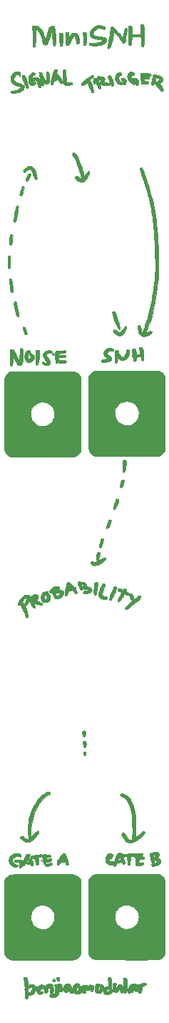
<source format=gbr>
%TF.GenerationSoftware,KiCad,Pcbnew,6.0.11+dfsg-1~bpo11+1*%
%TF.CreationDate,2023-06-07T14:08:47+08:00*%
%TF.ProjectId,MiniSNH v1.0 - Front,4d696e69-534e-4482-9076-312e30202d20,rev?*%
%TF.SameCoordinates,Original*%
%TF.FileFunction,Legend,Top*%
%TF.FilePolarity,Positive*%
%FSLAX46Y46*%
G04 Gerber Fmt 4.6, Leading zero omitted, Abs format (unit mm)*
G04 Created by KiCad (PCBNEW 6.0.11+dfsg-1~bpo11+1) date 2023-06-07 14:08:47*
%MOMM*%
%LPD*%
G01*
G04 APERTURE LIST*
%ADD10C,0.150000*%
%ADD11C,0.010000*%
G04 APERTURE END LIST*
D10*
%TO.C,*%
%TO.C,G\u002A\u002A\u002A*%
G36*
X115688153Y-61530406D02*
G01*
X115734885Y-61569494D01*
X115766156Y-61641734D01*
X115776882Y-61688000D01*
X115791401Y-61748460D01*
X115814258Y-61829029D01*
X115834602Y-61893987D01*
X115852430Y-61953760D01*
X115863980Y-62010750D01*
X115870047Y-62075277D01*
X115871424Y-62157660D01*
X115868907Y-62268218D01*
X115867184Y-62317321D01*
X115854356Y-62510328D01*
X115830720Y-62665138D01*
X115794924Y-62784818D01*
X115745620Y-62872433D01*
X115681457Y-62931050D01*
X115601084Y-62963736D01*
X115580713Y-62967815D01*
X115447224Y-62974497D01*
X115334039Y-62945080D01*
X115238005Y-62878709D01*
X115232265Y-62873078D01*
X115152834Y-62793647D01*
X115152834Y-62948706D01*
X115151306Y-63031294D01*
X115144871Y-63082709D01*
X115130748Y-63114061D01*
X115106158Y-63136458D01*
X115105790Y-63136716D01*
X115031351Y-63167133D01*
X114957164Y-63155638D01*
X114927732Y-63138833D01*
X114897501Y-63103230D01*
X114877904Y-63041429D01*
X114869430Y-62985375D01*
X114851980Y-62859893D01*
X114826214Y-62705986D01*
X114794588Y-62536168D01*
X114759557Y-62362953D01*
X114723577Y-62198856D01*
X114689105Y-62056392D01*
X114681290Y-62026667D01*
X114654157Y-61919660D01*
X114630843Y-61816963D01*
X114614116Y-61731434D01*
X114607220Y-61682708D01*
X114598414Y-61582167D01*
X114736504Y-61582167D01*
X114814081Y-61584070D01*
X114862320Y-61592326D01*
X114894138Y-61610752D01*
X114916412Y-61635329D01*
X114946418Y-61688085D01*
X114974127Y-61760264D01*
X114983559Y-61794079D01*
X115000995Y-61853877D01*
X115018090Y-61892148D01*
X115026347Y-61899667D01*
X115041117Y-61917693D01*
X115070621Y-61967489D01*
X115111333Y-62042629D01*
X115159730Y-62136691D01*
X115192257Y-62202115D01*
X115269166Y-62353114D01*
X115332802Y-62465777D01*
X115382900Y-62539709D01*
X115419199Y-62574511D01*
X115438564Y-62573492D01*
X115455407Y-62535021D01*
X115469250Y-62459471D01*
X115479676Y-62352015D01*
X115486268Y-62217828D01*
X115488613Y-62062085D01*
X115487810Y-61960582D01*
X115486040Y-61813205D01*
X115487181Y-61702814D01*
X115492832Y-61624079D01*
X115504596Y-61571674D01*
X115524072Y-61540269D01*
X115552863Y-61524537D01*
X115592569Y-61519151D01*
X115620604Y-61518667D01*
X115688153Y-61530406D01*
G37*
D11*
X115688153Y-61530406D02*
X115734885Y-61569494D01*
X115766156Y-61641734D01*
X115776882Y-61688000D01*
X115791401Y-61748460D01*
X115814258Y-61829029D01*
X115834602Y-61893987D01*
X115852430Y-61953760D01*
X115863980Y-62010750D01*
X115870047Y-62075277D01*
X115871424Y-62157660D01*
X115868907Y-62268218D01*
X115867184Y-62317321D01*
X115854356Y-62510328D01*
X115830720Y-62665138D01*
X115794924Y-62784818D01*
X115745620Y-62872433D01*
X115681457Y-62931050D01*
X115601084Y-62963736D01*
X115580713Y-62967815D01*
X115447224Y-62974497D01*
X115334039Y-62945080D01*
X115238005Y-62878709D01*
X115232265Y-62873078D01*
X115152834Y-62793647D01*
X115152834Y-62948706D01*
X115151306Y-63031294D01*
X115144871Y-63082709D01*
X115130748Y-63114061D01*
X115106158Y-63136458D01*
X115105790Y-63136716D01*
X115031351Y-63167133D01*
X114957164Y-63155638D01*
X114927732Y-63138833D01*
X114897501Y-63103230D01*
X114877904Y-63041429D01*
X114869430Y-62985375D01*
X114851980Y-62859893D01*
X114826214Y-62705986D01*
X114794588Y-62536168D01*
X114759557Y-62362953D01*
X114723577Y-62198856D01*
X114689105Y-62056392D01*
X114681290Y-62026667D01*
X114654157Y-61919660D01*
X114630843Y-61816963D01*
X114614116Y-61731434D01*
X114607220Y-61682708D01*
X114598414Y-61582167D01*
X114736504Y-61582167D01*
X114814081Y-61584070D01*
X114862320Y-61592326D01*
X114894138Y-61610752D01*
X114916412Y-61635329D01*
X114946418Y-61688085D01*
X114974127Y-61760264D01*
X114983559Y-61794079D01*
X115000995Y-61853877D01*
X115018090Y-61892148D01*
X115026347Y-61899667D01*
X115041117Y-61917693D01*
X115070621Y-61967489D01*
X115111333Y-62042629D01*
X115159730Y-62136691D01*
X115192257Y-62202115D01*
X115269166Y-62353114D01*
X115332802Y-62465777D01*
X115382900Y-62539709D01*
X115419199Y-62574511D01*
X115438564Y-62573492D01*
X115455407Y-62535021D01*
X115469250Y-62459471D01*
X115479676Y-62352015D01*
X115486268Y-62217828D01*
X115488613Y-62062085D01*
X115487810Y-61960582D01*
X115486040Y-61813205D01*
X115487181Y-61702814D01*
X115492832Y-61624079D01*
X115504596Y-61571674D01*
X115524072Y-61540269D01*
X115552863Y-61524537D01*
X115592569Y-61519151D01*
X115620604Y-61518667D01*
X115688153Y-61530406D01*
G36*
X112070396Y-77358898D02*
G01*
X112104147Y-77398815D01*
X112117064Y-77417210D01*
X112176580Y-77503092D01*
X112128704Y-77813504D01*
X112108423Y-77938957D01*
X112083683Y-78082351D01*
X112055650Y-78237807D01*
X112025488Y-78399448D01*
X111994363Y-78561397D01*
X111963438Y-78717777D01*
X111933878Y-78862710D01*
X111906849Y-78990319D01*
X111883514Y-79094725D01*
X111865040Y-79170053D01*
X111852590Y-79210424D01*
X111851350Y-79213034D01*
X111808397Y-79257793D01*
X111744209Y-79289849D01*
X111693796Y-79298667D01*
X111661079Y-79285259D01*
X111616772Y-79252416D01*
X111610508Y-79246761D01*
X111572416Y-79197719D01*
X111554667Y-79147789D01*
X111554500Y-79143676D01*
X111558637Y-79112121D01*
X111570434Y-79043892D01*
X111588973Y-78943771D01*
X111613336Y-78816538D01*
X111642603Y-78666974D01*
X111675857Y-78499860D01*
X111712179Y-78319978D01*
X111722182Y-78270877D01*
X111764996Y-78062009D01*
X111800633Y-77890765D01*
X111830078Y-77753232D01*
X111854319Y-77645494D01*
X111874343Y-77563637D01*
X111891135Y-77503748D01*
X111905683Y-77461913D01*
X111918973Y-77434216D01*
X111931993Y-77416744D01*
X111939140Y-77410276D01*
X111999557Y-77365083D01*
X112039421Y-77347806D01*
X112070396Y-77358898D01*
G37*
X112070396Y-77358898D02*
X112104147Y-77398815D01*
X112117064Y-77417210D01*
X112176580Y-77503092D01*
X112128704Y-77813504D01*
X112108423Y-77938957D01*
X112083683Y-78082351D01*
X112055650Y-78237807D01*
X112025488Y-78399448D01*
X111994363Y-78561397D01*
X111963438Y-78717777D01*
X111933878Y-78862710D01*
X111906849Y-78990319D01*
X111883514Y-79094725D01*
X111865040Y-79170053D01*
X111852590Y-79210424D01*
X111851350Y-79213034D01*
X111808397Y-79257793D01*
X111744209Y-79289849D01*
X111693796Y-79298667D01*
X111661079Y-79285259D01*
X111616772Y-79252416D01*
X111610508Y-79246761D01*
X111572416Y-79197719D01*
X111554667Y-79147789D01*
X111554500Y-79143676D01*
X111558637Y-79112121D01*
X111570434Y-79043892D01*
X111588973Y-78943771D01*
X111613336Y-78816538D01*
X111642603Y-78666974D01*
X111675857Y-78499860D01*
X111712179Y-78319978D01*
X111722182Y-78270877D01*
X111764996Y-78062009D01*
X111800633Y-77890765D01*
X111830078Y-77753232D01*
X111854319Y-77645494D01*
X111874343Y-77563637D01*
X111891135Y-77503748D01*
X111905683Y-77461913D01*
X111918973Y-77434216D01*
X111931993Y-77416744D01*
X111939140Y-77410276D01*
X111999557Y-77365083D01*
X112039421Y-77347806D01*
X112070396Y-77358898D01*
G36*
X123590464Y-89877431D02*
G01*
X123648716Y-89948897D01*
X123689236Y-90042054D01*
X123703658Y-90087367D01*
X123729036Y-90167373D01*
X123763573Y-90276399D01*
X123805474Y-90408771D01*
X123852942Y-90558814D01*
X123904181Y-90720856D01*
X123936757Y-90823917D01*
X123990396Y-90992698D01*
X124042473Y-91154816D01*
X124091001Y-91304212D01*
X124133992Y-91434831D01*
X124169459Y-91540615D01*
X124195415Y-91615507D01*
X124205199Y-91642067D01*
X124233017Y-91716329D01*
X124246468Y-91765703D01*
X124246604Y-91804728D01*
X124234474Y-91847943D01*
X124222411Y-91880192D01*
X124198609Y-91935982D01*
X124179080Y-91970448D01*
X124172250Y-91976005D01*
X124146536Y-91967173D01*
X124097240Y-91946731D01*
X124074449Y-91936729D01*
X124040892Y-91920050D01*
X124013280Y-91899465D01*
X123987342Y-91868432D01*
X123958808Y-91820408D01*
X123923407Y-91748849D01*
X123876869Y-91647214D01*
X123857843Y-91604850D01*
X123753057Y-91361741D01*
X123656338Y-91116663D01*
X123563387Y-90857974D01*
X123469908Y-90574033D01*
X123429234Y-90443729D01*
X123382947Y-90290627D01*
X123349726Y-90172036D01*
X123329007Y-90082388D01*
X123320225Y-90016117D01*
X123322814Y-89967656D01*
X123336209Y-89931436D01*
X123359844Y-89901892D01*
X123372992Y-89889873D01*
X123448620Y-89846003D01*
X123522438Y-89842494D01*
X123590464Y-89877431D01*
G37*
X123590464Y-89877431D02*
X123648716Y-89948897D01*
X123689236Y-90042054D01*
X123703658Y-90087367D01*
X123729036Y-90167373D01*
X123763573Y-90276399D01*
X123805474Y-90408771D01*
X123852942Y-90558814D01*
X123904181Y-90720856D01*
X123936757Y-90823917D01*
X123990396Y-90992698D01*
X124042473Y-91154816D01*
X124091001Y-91304212D01*
X124133992Y-91434831D01*
X124169459Y-91540615D01*
X124195415Y-91615507D01*
X124205199Y-91642067D01*
X124233017Y-91716329D01*
X124246468Y-91765703D01*
X124246604Y-91804728D01*
X124234474Y-91847943D01*
X124222411Y-91880192D01*
X124198609Y-91935982D01*
X124179080Y-91970448D01*
X124172250Y-91976005D01*
X124146536Y-91967173D01*
X124097240Y-91946731D01*
X124074449Y-91936729D01*
X124040892Y-91920050D01*
X124013280Y-91899465D01*
X123987342Y-91868432D01*
X123958808Y-91820408D01*
X123923407Y-91748849D01*
X123876869Y-91647214D01*
X123857843Y-91604850D01*
X123753057Y-91361741D01*
X123656338Y-91116663D01*
X123563387Y-90857974D01*
X123469908Y-90574033D01*
X123429234Y-90443729D01*
X123382947Y-90290627D01*
X123349726Y-90172036D01*
X123329007Y-90082388D01*
X123320225Y-90016117D01*
X123322814Y-89967656D01*
X123336209Y-89931436D01*
X123359844Y-89901892D01*
X123372992Y-89889873D01*
X123448620Y-89846003D01*
X123522438Y-89842494D01*
X123590464Y-89877431D01*
G36*
X116912830Y-168602776D02*
G01*
X116959763Y-168611578D01*
X116991824Y-168631700D01*
X117016044Y-168659042D01*
X117044531Y-168705402D01*
X117055240Y-168758499D01*
X117053043Y-168826425D01*
X117034815Y-168932480D01*
X116999184Y-169002067D01*
X116943903Y-169038247D01*
X116892308Y-169045333D01*
X116836179Y-169038786D01*
X116787676Y-169013682D01*
X116731667Y-168962630D01*
X116677185Y-168897371D01*
X116649047Y-168833827D01*
X116639893Y-168782194D01*
X116638747Y-168699879D01*
X116660800Y-168645519D01*
X116711196Y-168614388D01*
X116795079Y-168601762D01*
X116837328Y-168600833D01*
X116912830Y-168602776D01*
G37*
X116912830Y-168602776D02*
X116959763Y-168611578D01*
X116991824Y-168631700D01*
X117016044Y-168659042D01*
X117044531Y-168705402D01*
X117055240Y-168758499D01*
X117053043Y-168826425D01*
X117034815Y-168932480D01*
X116999184Y-169002067D01*
X116943903Y-169038247D01*
X116892308Y-169045333D01*
X116836179Y-169038786D01*
X116787676Y-169013682D01*
X116731667Y-168962630D01*
X116677185Y-168897371D01*
X116649047Y-168833827D01*
X116639893Y-168782194D01*
X116638747Y-168699879D01*
X116660800Y-168645519D01*
X116711196Y-168614388D01*
X116795079Y-168601762D01*
X116837328Y-168600833D01*
X116912830Y-168602776D01*
G36*
X112264421Y-124073244D02*
G01*
X112365242Y-123938752D01*
X112472157Y-123818334D01*
X112639222Y-123657740D01*
X112799321Y-123531938D01*
X112950779Y-123441465D01*
X113091921Y-123386858D01*
X113221071Y-123368652D01*
X113336553Y-123387384D01*
X113436692Y-123443591D01*
X113486947Y-123493412D01*
X113523293Y-123546312D01*
X113543001Y-123593879D01*
X113544167Y-123603765D01*
X113548922Y-123621832D01*
X113567153Y-123618757D01*
X113604807Y-123591579D01*
X113655292Y-123548400D01*
X113775185Y-123456360D01*
X113902363Y-123381984D01*
X114026733Y-123330098D01*
X114138201Y-123305527D01*
X114166136Y-123304199D01*
X114290694Y-123320212D01*
X114387077Y-123366757D01*
X114453263Y-123441720D01*
X114487234Y-123542987D01*
X114489747Y-123642833D01*
X114476622Y-123720245D01*
X114451086Y-123816834D01*
X114418341Y-123913280D01*
X114413851Y-123924737D01*
X114384975Y-124002593D01*
X114365587Y-124065863D01*
X114358725Y-124104154D01*
X114359802Y-124109663D01*
X114384648Y-124124787D01*
X114439214Y-124146851D01*
X114512437Y-124171454D01*
X114524200Y-124175048D01*
X114628154Y-124210786D01*
X114737530Y-124255629D01*
X114840136Y-124303930D01*
X114923783Y-124350041D01*
X114967625Y-124380517D01*
X114998911Y-124430966D01*
X115003908Y-124495498D01*
X114983520Y-124555752D01*
X114957624Y-124583550D01*
X114910202Y-124608408D01*
X114857643Y-124614284D01*
X114787286Y-124601241D01*
X114732341Y-124584712D01*
X114664257Y-124564575D01*
X114572432Y-124539921D01*
X114474445Y-124515432D01*
X114454334Y-124510656D01*
X114352354Y-124482787D01*
X114248401Y-124448036D01*
X114162737Y-124413266D01*
X114152709Y-124408469D01*
X114090433Y-124378023D01*
X114046685Y-124357041D01*
X114031378Y-124350234D01*
X114036648Y-124370022D01*
X114050675Y-124422499D01*
X114071265Y-124499458D01*
X114093882Y-124583947D01*
X114124003Y-124707028D01*
X114137920Y-124797007D01*
X114134817Y-124860221D01*
X114113877Y-124903006D01*
X114074283Y-124931699D01*
X114047679Y-124942585D01*
X114005518Y-124953348D01*
X113968407Y-124950569D01*
X113932637Y-124930096D01*
X113894498Y-124887777D01*
X113850282Y-124819460D01*
X113796279Y-124720993D01*
X113728780Y-124588224D01*
X113725837Y-124582323D01*
X113667947Y-124467543D01*
X113612981Y-124361059D01*
X113565103Y-124270753D01*
X113528476Y-124204508D01*
X113510557Y-124174847D01*
X113462855Y-124103610D01*
X113421029Y-124185430D01*
X113384250Y-124246588D01*
X113326804Y-124329590D01*
X113256041Y-124424545D01*
X113179310Y-124521562D01*
X113110707Y-124603058D01*
X113064656Y-124644796D01*
X113017979Y-124656426D01*
X112993472Y-124654265D01*
X112950774Y-124651170D01*
X112934843Y-124656524D01*
X112935055Y-124657124D01*
X112981948Y-124764935D01*
X113034462Y-124901010D01*
X113088221Y-125052477D01*
X113138850Y-125206461D01*
X113181972Y-125350092D01*
X113213210Y-125470497D01*
X113216320Y-125484463D01*
X113250150Y-125640995D01*
X113275553Y-125761516D01*
X113293151Y-125851370D01*
X113303565Y-125915901D01*
X113307418Y-125960452D01*
X113305330Y-125990367D01*
X113297922Y-126010991D01*
X113285817Y-126027667D01*
X113280217Y-126033967D01*
X113225280Y-126067122D01*
X113154629Y-126076423D01*
X113088579Y-126060243D01*
X113073171Y-126050542D01*
X113052393Y-126018711D01*
X113027128Y-125956929D01*
X113001821Y-125876626D01*
X112993855Y-125846571D01*
X112962388Y-125740402D01*
X112921586Y-125627709D01*
X112879881Y-125531633D01*
X112876882Y-125525604D01*
X112834091Y-125436647D01*
X112784861Y-125328308D01*
X112738233Y-125220607D01*
X112727625Y-125195116D01*
X112684388Y-125095160D01*
X112629518Y-124975511D01*
X112571248Y-124853857D01*
X112534688Y-124780592D01*
X112485634Y-124685168D01*
X112451137Y-124622199D01*
X112426765Y-124586300D01*
X112408088Y-124572090D01*
X112390673Y-124574185D01*
X112373505Y-124584800D01*
X112302462Y-124612833D01*
X112224153Y-124611555D01*
X112156493Y-124582006D01*
X112144531Y-124571530D01*
X112111102Y-124509299D01*
X112108230Y-124424093D01*
X112134061Y-124320175D01*
X112164622Y-124251506D01*
X112549989Y-124251506D01*
X112611192Y-124263746D01*
X112666550Y-124290790D01*
X112733368Y-124348900D01*
X112764322Y-124382715D01*
X112812923Y-124434254D01*
X112848649Y-124462657D01*
X112864835Y-124463013D01*
X112882493Y-124429262D01*
X112914634Y-124380898D01*
X112920329Y-124373083D01*
X112953364Y-124316852D01*
X112993056Y-124232026D01*
X113035659Y-124128847D01*
X113077423Y-124017555D01*
X113112589Y-123914296D01*
X113771500Y-123914296D01*
X113842079Y-123998364D01*
X113912658Y-124082431D01*
X113992951Y-123869642D01*
X114025087Y-123782538D01*
X114049918Y-123711491D01*
X114064608Y-123664863D01*
X114067148Y-123650759D01*
X114047263Y-123657927D01*
X114005861Y-123686232D01*
X113952401Y-123727958D01*
X113896341Y-123775388D01*
X113847142Y-123820805D01*
X113814262Y-123856494D01*
X113813175Y-123857939D01*
X113771500Y-123914296D01*
X113112589Y-123914296D01*
X113114601Y-123908389D01*
X113143445Y-123811588D01*
X113160207Y-123737394D01*
X113162916Y-123710304D01*
X113149243Y-123696634D01*
X113111313Y-123708711D01*
X113054522Y-123742067D01*
X112984265Y-123792232D01*
X112905935Y-123854739D01*
X112824929Y-123925120D01*
X112746641Y-123998908D01*
X112676467Y-124071633D01*
X112619800Y-124138827D01*
X112586703Y-124187524D01*
X112549989Y-124251506D01*
X112164622Y-124251506D01*
X112186743Y-124201805D01*
X112264421Y-124073244D01*
G37*
X112264421Y-124073244D02*
X112365242Y-123938752D01*
X112472157Y-123818334D01*
X112639222Y-123657740D01*
X112799321Y-123531938D01*
X112950779Y-123441465D01*
X113091921Y-123386858D01*
X113221071Y-123368652D01*
X113336553Y-123387384D01*
X113436692Y-123443591D01*
X113486947Y-123493412D01*
X113523293Y-123546312D01*
X113543001Y-123593879D01*
X113544167Y-123603765D01*
X113548922Y-123621832D01*
X113567153Y-123618757D01*
X113604807Y-123591579D01*
X113655292Y-123548400D01*
X113775185Y-123456360D01*
X113902363Y-123381984D01*
X114026733Y-123330098D01*
X114138201Y-123305527D01*
X114166136Y-123304199D01*
X114290694Y-123320212D01*
X114387077Y-123366757D01*
X114453263Y-123441720D01*
X114487234Y-123542987D01*
X114489747Y-123642833D01*
X114476622Y-123720245D01*
X114451086Y-123816834D01*
X114418341Y-123913280D01*
X114413851Y-123924737D01*
X114384975Y-124002593D01*
X114365587Y-124065863D01*
X114358725Y-124104154D01*
X114359802Y-124109663D01*
X114384648Y-124124787D01*
X114439214Y-124146851D01*
X114512437Y-124171454D01*
X114524200Y-124175048D01*
X114628154Y-124210786D01*
X114737530Y-124255629D01*
X114840136Y-124303930D01*
X114923783Y-124350041D01*
X114967625Y-124380517D01*
X114998911Y-124430966D01*
X115003908Y-124495498D01*
X114983520Y-124555752D01*
X114957624Y-124583550D01*
X114910202Y-124608408D01*
X114857643Y-124614284D01*
X114787286Y-124601241D01*
X114732341Y-124584712D01*
X114664257Y-124564575D01*
X114572432Y-124539921D01*
X114474445Y-124515432D01*
X114454334Y-124510656D01*
X114352354Y-124482787D01*
X114248401Y-124448036D01*
X114162737Y-124413266D01*
X114152709Y-124408469D01*
X114090433Y-124378023D01*
X114046685Y-124357041D01*
X114031378Y-124350234D01*
X114036648Y-124370022D01*
X114050675Y-124422499D01*
X114071265Y-124499458D01*
X114093882Y-124583947D01*
X114124003Y-124707028D01*
X114137920Y-124797007D01*
X114134817Y-124860221D01*
X114113877Y-124903006D01*
X114074283Y-124931699D01*
X114047679Y-124942585D01*
X114005518Y-124953348D01*
X113968407Y-124950569D01*
X113932637Y-124930096D01*
X113894498Y-124887777D01*
X113850282Y-124819460D01*
X113796279Y-124720993D01*
X113728780Y-124588224D01*
X113725837Y-124582323D01*
X113667947Y-124467543D01*
X113612981Y-124361059D01*
X113565103Y-124270753D01*
X113528476Y-124204508D01*
X113510557Y-124174847D01*
X113462855Y-124103610D01*
X113421029Y-124185430D01*
X113384250Y-124246588D01*
X113326804Y-124329590D01*
X113256041Y-124424545D01*
X113179310Y-124521562D01*
X113110707Y-124603058D01*
X113064656Y-124644796D01*
X113017979Y-124656426D01*
X112993472Y-124654265D01*
X112950774Y-124651170D01*
X112934843Y-124656524D01*
X112935055Y-124657124D01*
X112981948Y-124764935D01*
X113034462Y-124901010D01*
X113088221Y-125052477D01*
X113138850Y-125206461D01*
X113181972Y-125350092D01*
X113213210Y-125470497D01*
X113216320Y-125484463D01*
X113250150Y-125640995D01*
X113275553Y-125761516D01*
X113293151Y-125851370D01*
X113303565Y-125915901D01*
X113307418Y-125960452D01*
X113305330Y-125990367D01*
X113297922Y-126010991D01*
X113285817Y-126027667D01*
X113280217Y-126033967D01*
X113225280Y-126067122D01*
X113154629Y-126076423D01*
X113088579Y-126060243D01*
X113073171Y-126050542D01*
X113052393Y-126018711D01*
X113027128Y-125956929D01*
X113001821Y-125876626D01*
X112993855Y-125846571D01*
X112962388Y-125740402D01*
X112921586Y-125627709D01*
X112879881Y-125531633D01*
X112876882Y-125525604D01*
X112834091Y-125436647D01*
X112784861Y-125328308D01*
X112738233Y-125220607D01*
X112727625Y-125195116D01*
X112684388Y-125095160D01*
X112629518Y-124975511D01*
X112571248Y-124853857D01*
X112534688Y-124780592D01*
X112485634Y-124685168D01*
X112451137Y-124622199D01*
X112426765Y-124586300D01*
X112408088Y-124572090D01*
X112390673Y-124574185D01*
X112373505Y-124584800D01*
X112302462Y-124612833D01*
X112224153Y-124611555D01*
X112156493Y-124582006D01*
X112144531Y-124571530D01*
X112111102Y-124509299D01*
X112108230Y-124424093D01*
X112134061Y-124320175D01*
X112164622Y-124251506D01*
X112549989Y-124251506D01*
X112611192Y-124263746D01*
X112666550Y-124290790D01*
X112733368Y-124348900D01*
X112764322Y-124382715D01*
X112812923Y-124434254D01*
X112848649Y-124462657D01*
X112864835Y-124463013D01*
X112882493Y-124429262D01*
X112914634Y-124380898D01*
X112920329Y-124373083D01*
X112953364Y-124316852D01*
X112993056Y-124232026D01*
X113035659Y-124128847D01*
X113077423Y-124017555D01*
X113112589Y-123914296D01*
X113771500Y-123914296D01*
X113842079Y-123998364D01*
X113912658Y-124082431D01*
X113992951Y-123869642D01*
X114025087Y-123782538D01*
X114049918Y-123711491D01*
X114064608Y-123664863D01*
X114067148Y-123650759D01*
X114047263Y-123657927D01*
X114005861Y-123686232D01*
X113952401Y-123727958D01*
X113896341Y-123775388D01*
X113847142Y-123820805D01*
X113814262Y-123856494D01*
X113813175Y-123857939D01*
X113771500Y-123914296D01*
X113112589Y-123914296D01*
X113114601Y-123908389D01*
X113143445Y-123811588D01*
X113160207Y-123737394D01*
X113162916Y-123710304D01*
X113149243Y-123696634D01*
X113111313Y-123708711D01*
X113054522Y-123742067D01*
X112984265Y-123792232D01*
X112905935Y-123854739D01*
X112824929Y-123925120D01*
X112746641Y-123998908D01*
X112676467Y-124071633D01*
X112619800Y-124138827D01*
X112586703Y-124187524D01*
X112549989Y-124251506D01*
X112164622Y-124251506D01*
X112186743Y-124201805D01*
X112264421Y-124073244D01*
G36*
X112135383Y-61516704D02*
G01*
X112235644Y-61546291D01*
X112310720Y-61588017D01*
X112320692Y-61596766D01*
X112347383Y-61624330D01*
X112364564Y-61651900D01*
X112374325Y-61689178D01*
X112378760Y-61745864D01*
X112379958Y-61831661D01*
X112380000Y-61871877D01*
X112378570Y-61962070D01*
X112374705Y-62033881D01*
X112369047Y-62078550D01*
X112364125Y-62088985D01*
X112343904Y-62072954D01*
X112306332Y-62032124D01*
X112260790Y-61976887D01*
X112180412Y-61890368D01*
X112104119Y-61843168D01*
X112026483Y-61833354D01*
X111942076Y-61858994D01*
X111936784Y-61861565D01*
X111829688Y-61936076D01*
X111737727Y-62040977D01*
X111667703Y-62165155D01*
X111626414Y-62297498D01*
X111618207Y-62382259D01*
X111629144Y-62484691D01*
X111664417Y-62574313D01*
X111727114Y-62653587D01*
X111820324Y-62724975D01*
X111947133Y-62790936D01*
X112110630Y-62853933D01*
X112274167Y-62905083D01*
X112457343Y-62963434D01*
X112601709Y-63021910D01*
X112710734Y-63082792D01*
X112787886Y-63148357D01*
X112836633Y-63220885D01*
X112858147Y-63288748D01*
X112857749Y-63396405D01*
X112818980Y-63503539D01*
X112745762Y-63607725D01*
X112642014Y-63706535D01*
X112511655Y-63797544D01*
X112358608Y-63878326D01*
X112186791Y-63946455D01*
X112000125Y-63999504D01*
X111802529Y-64035048D01*
X111628584Y-64049696D01*
X111529054Y-64051682D01*
X111441495Y-64049897D01*
X111376837Y-64044767D01*
X111349509Y-64038796D01*
X111292290Y-63994524D01*
X111263244Y-63931694D01*
X111265291Y-63863687D01*
X111298793Y-63806374D01*
X111325536Y-63786284D01*
X111363180Y-63774065D01*
X111421657Y-63767988D01*
X111510898Y-63766320D01*
X111528464Y-63766346D01*
X111627745Y-63764341D01*
X111710769Y-63755594D01*
X111794474Y-63737083D01*
X111895793Y-63705785D01*
X111927047Y-63695202D01*
X112080849Y-63634950D01*
X112213643Y-63567802D01*
X112319175Y-63497543D01*
X112391190Y-63427956D01*
X112407183Y-63404694D01*
X112444949Y-63340599D01*
X112364803Y-63299712D01*
X112310694Y-63276272D01*
X112228624Y-63245633D01*
X112131290Y-63212383D01*
X112062454Y-63190495D01*
X111837372Y-63113269D01*
X111651843Y-63031144D01*
X111503162Y-62941733D01*
X111388625Y-62842650D01*
X111305525Y-62731507D01*
X111251157Y-62605918D01*
X111222817Y-62463496D01*
X111221318Y-62448328D01*
X111225208Y-62284675D01*
X111263216Y-62121661D01*
X111330805Y-61965453D01*
X111423439Y-61822220D01*
X111536581Y-61698127D01*
X111665694Y-61599344D01*
X111806241Y-61532038D01*
X111914334Y-61506205D01*
X112023695Y-61502320D01*
X112135383Y-61516704D01*
G37*
X112135383Y-61516704D02*
X112235644Y-61546291D01*
X112310720Y-61588017D01*
X112320692Y-61596766D01*
X112347383Y-61624330D01*
X112364564Y-61651900D01*
X112374325Y-61689178D01*
X112378760Y-61745864D01*
X112379958Y-61831661D01*
X112380000Y-61871877D01*
X112378570Y-61962070D01*
X112374705Y-62033881D01*
X112369047Y-62078550D01*
X112364125Y-62088985D01*
X112343904Y-62072954D01*
X112306332Y-62032124D01*
X112260790Y-61976887D01*
X112180412Y-61890368D01*
X112104119Y-61843168D01*
X112026483Y-61833354D01*
X111942076Y-61858994D01*
X111936784Y-61861565D01*
X111829688Y-61936076D01*
X111737727Y-62040977D01*
X111667703Y-62165155D01*
X111626414Y-62297498D01*
X111618207Y-62382259D01*
X111629144Y-62484691D01*
X111664417Y-62574313D01*
X111727114Y-62653587D01*
X111820324Y-62724975D01*
X111947133Y-62790936D01*
X112110630Y-62853933D01*
X112274167Y-62905083D01*
X112457343Y-62963434D01*
X112601709Y-63021910D01*
X112710734Y-63082792D01*
X112787886Y-63148357D01*
X112836633Y-63220885D01*
X112858147Y-63288748D01*
X112857749Y-63396405D01*
X112818980Y-63503539D01*
X112745762Y-63607725D01*
X112642014Y-63706535D01*
X112511655Y-63797544D01*
X112358608Y-63878326D01*
X112186791Y-63946455D01*
X112000125Y-63999504D01*
X111802529Y-64035048D01*
X111628584Y-64049696D01*
X111529054Y-64051682D01*
X111441495Y-64049897D01*
X111376837Y-64044767D01*
X111349509Y-64038796D01*
X111292290Y-63994524D01*
X111263244Y-63931694D01*
X111265291Y-63863687D01*
X111298793Y-63806374D01*
X111325536Y-63786284D01*
X111363180Y-63774065D01*
X111421657Y-63767988D01*
X111510898Y-63766320D01*
X111528464Y-63766346D01*
X111627745Y-63764341D01*
X111710769Y-63755594D01*
X111794474Y-63737083D01*
X111895793Y-63705785D01*
X111927047Y-63695202D01*
X112080849Y-63634950D01*
X112213643Y-63567802D01*
X112319175Y-63497543D01*
X112391190Y-63427956D01*
X112407183Y-63404694D01*
X112444949Y-63340599D01*
X112364803Y-63299712D01*
X112310694Y-63276272D01*
X112228624Y-63245633D01*
X112131290Y-63212383D01*
X112062454Y-63190495D01*
X111837372Y-63113269D01*
X111651843Y-63031144D01*
X111503162Y-62941733D01*
X111388625Y-62842650D01*
X111305525Y-62731507D01*
X111251157Y-62605918D01*
X111222817Y-62463496D01*
X111221318Y-62448328D01*
X111225208Y-62284675D01*
X111263216Y-62121661D01*
X111330805Y-61965453D01*
X111423439Y-61822220D01*
X111536581Y-61698127D01*
X111665694Y-61599344D01*
X111806241Y-61532038D01*
X111914334Y-61506205D01*
X112023695Y-61502320D01*
X112135383Y-61516704D01*
G36*
X120081240Y-141959687D02*
G01*
X120142701Y-141986916D01*
X120176844Y-142039936D01*
X120189816Y-142124994D01*
X120190500Y-142159514D01*
X120187958Y-142232944D01*
X120176246Y-142280983D01*
X120149234Y-142320463D01*
X120121709Y-142348413D01*
X120052917Y-142414465D01*
X119973666Y-142347274D01*
X119933311Y-142310659D01*
X119908510Y-142276857D01*
X119894159Y-142233184D01*
X119885151Y-142166953D01*
X119880602Y-142116042D01*
X119866788Y-141952000D01*
X119986311Y-141952000D01*
X120081240Y-141959687D01*
G37*
X120081240Y-141959687D02*
X120142701Y-141986916D01*
X120176844Y-142039936D01*
X120189816Y-142124994D01*
X120190500Y-142159514D01*
X120187958Y-142232944D01*
X120176246Y-142280983D01*
X120149234Y-142320463D01*
X120121709Y-142348413D01*
X120052917Y-142414465D01*
X119973666Y-142347274D01*
X119933311Y-142310659D01*
X119908510Y-142276857D01*
X119894159Y-142233184D01*
X119885151Y-142166953D01*
X119880602Y-142116042D01*
X119866788Y-141952000D01*
X119986311Y-141952000D01*
X120081240Y-141959687D01*
G36*
X120476250Y-97745417D02*
G01*
X120524071Y-97604660D01*
X120612143Y-97406747D01*
X120732306Y-97236272D01*
X120883931Y-97093983D01*
X121037714Y-96995416D01*
X121066898Y-96979536D01*
X121093504Y-96965028D01*
X121119469Y-96951830D01*
X121146730Y-96939880D01*
X121177224Y-96929116D01*
X121212887Y-96919476D01*
X121255657Y-96910899D01*
X121307470Y-96903322D01*
X121370264Y-96896684D01*
X121445974Y-96890923D01*
X121536539Y-96885978D01*
X121643894Y-96881785D01*
X121769977Y-96878284D01*
X121916725Y-96875413D01*
X122086075Y-96873110D01*
X122279963Y-96871313D01*
X122500326Y-96869960D01*
X122749101Y-96868989D01*
X123028226Y-96868339D01*
X123339636Y-96867948D01*
X123685269Y-96867754D01*
X124067062Y-96867694D01*
X124486952Y-96867708D01*
X124946875Y-96867734D01*
X125037667Y-96867735D01*
X125504380Y-96867778D01*
X125930608Y-96867916D01*
X126318203Y-96868164D01*
X126669013Y-96868538D01*
X126984887Y-96869053D01*
X127267675Y-96869723D01*
X127519226Y-96870564D01*
X127741390Y-96871591D01*
X127936017Y-96872818D01*
X128104955Y-96874261D01*
X128250054Y-96875936D01*
X128373164Y-96877856D01*
X128476134Y-96880037D01*
X128560814Y-96882494D01*
X128629052Y-96885242D01*
X128682699Y-96888296D01*
X128723603Y-96891671D01*
X128753615Y-96895383D01*
X128768711Y-96898100D01*
X128960010Y-96959624D01*
X129135624Y-97057269D01*
X129290250Y-97186114D01*
X129418588Y-97341240D01*
X129515336Y-97517726D01*
X129554772Y-97627550D01*
X129558792Y-97644188D01*
X129562482Y-97666720D01*
X129565858Y-97696902D01*
X129568933Y-97736490D01*
X129571721Y-97787242D01*
X129574234Y-97850914D01*
X129576488Y-97929263D01*
X129578497Y-98024044D01*
X129580272Y-98137016D01*
X129581830Y-98269935D01*
X129583183Y-98424557D01*
X129584345Y-98602638D01*
X129585329Y-98805937D01*
X129586151Y-99036208D01*
X129586823Y-99295209D01*
X129587359Y-99584697D01*
X129587774Y-99906428D01*
X129588080Y-100262158D01*
X129588292Y-100653646D01*
X129588423Y-101082646D01*
X129588487Y-101550915D01*
X129588500Y-101925833D01*
X129588530Y-102426458D01*
X129588586Y-102886544D01*
X129588622Y-103307887D01*
X129588587Y-103692280D01*
X129588435Y-104041520D01*
X129588117Y-104357400D01*
X129587585Y-104641716D01*
X129586789Y-104896262D01*
X129585683Y-105122833D01*
X129584218Y-105323224D01*
X129582346Y-105499229D01*
X129580018Y-105652644D01*
X129577185Y-105785263D01*
X129573801Y-105898881D01*
X129569816Y-105995292D01*
X129565182Y-106076293D01*
X129559852Y-106143676D01*
X129553776Y-106199238D01*
X129546906Y-106244772D01*
X129539195Y-106282075D01*
X129530594Y-106312940D01*
X129521054Y-106339162D01*
X129510528Y-106362536D01*
X129498967Y-106384857D01*
X129486322Y-106407919D01*
X129472547Y-106433518D01*
X129466987Y-106444321D01*
X129408880Y-106534353D01*
X129325019Y-106633272D01*
X129226818Y-106729706D01*
X129125694Y-106812285D01*
X129047166Y-106862454D01*
X129019557Y-106877608D01*
X128994762Y-106891458D01*
X128970859Y-106904064D01*
X128945930Y-106915482D01*
X128918054Y-106925770D01*
X128885312Y-106934987D01*
X128845783Y-106943189D01*
X128797548Y-106950435D01*
X128738687Y-106956782D01*
X128667280Y-106962288D01*
X128581406Y-106967011D01*
X128479148Y-106971008D01*
X128358583Y-106974337D01*
X128217793Y-106977055D01*
X128054858Y-106979221D01*
X127867857Y-106980893D01*
X127654871Y-106982127D01*
X127413981Y-106982982D01*
X127143265Y-106983515D01*
X126840805Y-106983784D01*
X126504680Y-106983847D01*
X126132971Y-106983762D01*
X125723758Y-106983585D01*
X125275120Y-106983376D01*
X125027928Y-106983273D01*
X124556004Y-106983051D01*
X124124616Y-106982750D01*
X123731966Y-106982354D01*
X123376256Y-106981850D01*
X123055690Y-106981221D01*
X122768468Y-106980454D01*
X122512795Y-106979533D01*
X122286872Y-106978443D01*
X122088902Y-106977170D01*
X121917087Y-106975698D01*
X121769630Y-106974014D01*
X121644732Y-106972101D01*
X121540597Y-106969945D01*
X121455427Y-106967531D01*
X121387425Y-106964845D01*
X121334792Y-106961871D01*
X121295731Y-106958594D01*
X121268445Y-106955001D01*
X121254433Y-106952036D01*
X121062204Y-106879175D01*
X120891018Y-106771998D01*
X120744542Y-106634793D01*
X120626444Y-106471848D01*
X120540391Y-106287449D01*
X120490052Y-106085884D01*
X120485676Y-106053333D01*
X120482790Y-106006889D01*
X120480173Y-105918533D01*
X120477827Y-105788684D01*
X120475754Y-105617762D01*
X120473954Y-105406189D01*
X120472431Y-105154382D01*
X120471184Y-104862764D01*
X120470216Y-104531753D01*
X120469528Y-104161769D01*
X120469122Y-103753233D01*
X120468999Y-103306565D01*
X120469161Y-102822184D01*
X120469609Y-102300511D01*
X120470006Y-101992364D01*
X123604607Y-101992364D01*
X123633418Y-102223179D01*
X123701446Y-102450719D01*
X123734957Y-102529083D01*
X123853854Y-102737989D01*
X124002557Y-102920709D01*
X124176623Y-103075104D01*
X124371608Y-103199033D01*
X124583071Y-103290358D01*
X124806567Y-103346939D01*
X125037653Y-103366636D01*
X125271887Y-103347311D01*
X125384599Y-103323426D01*
X125613783Y-103243760D01*
X125822673Y-103129157D01*
X126008132Y-102983382D01*
X126167024Y-102810199D01*
X126296214Y-102613370D01*
X126392565Y-102396660D01*
X126452940Y-102163833D01*
X126470428Y-102020282D01*
X126467079Y-101797899D01*
X126424325Y-101575308D01*
X126341312Y-101348515D01*
X126314461Y-101291293D01*
X126259549Y-101185967D01*
X126205122Y-101100378D01*
X126140396Y-101019656D01*
X126054583Y-100928932D01*
X126043627Y-100917936D01*
X125953091Y-100831019D01*
X125874967Y-100766441D01*
X125794827Y-100713806D01*
X125698239Y-100662718D01*
X125671238Y-100649642D01*
X125524092Y-100583973D01*
X125396506Y-100539600D01*
X125273699Y-100513069D01*
X125140884Y-100500927D01*
X125027084Y-100499178D01*
X124837302Y-100509853D01*
X124668182Y-100542056D01*
X124502599Y-100600046D01*
X124372272Y-100662067D01*
X124169475Y-100790103D01*
X123995167Y-100946290D01*
X123850882Y-101126139D01*
X123738150Y-101325160D01*
X123658505Y-101538865D01*
X123613480Y-101762762D01*
X123604607Y-101992364D01*
X120470006Y-101992364D01*
X120470243Y-101809417D01*
X120476250Y-97745417D01*
G37*
X120476250Y-97745417D02*
X120524071Y-97604660D01*
X120612143Y-97406747D01*
X120732306Y-97236272D01*
X120883931Y-97093983D01*
X121037714Y-96995416D01*
X121066898Y-96979536D01*
X121093504Y-96965028D01*
X121119469Y-96951830D01*
X121146730Y-96939880D01*
X121177224Y-96929116D01*
X121212887Y-96919476D01*
X121255657Y-96910899D01*
X121307470Y-96903322D01*
X121370264Y-96896684D01*
X121445974Y-96890923D01*
X121536539Y-96885978D01*
X121643894Y-96881785D01*
X121769977Y-96878284D01*
X121916725Y-96875413D01*
X122086075Y-96873110D01*
X122279963Y-96871313D01*
X122500326Y-96869960D01*
X122749101Y-96868989D01*
X123028226Y-96868339D01*
X123339636Y-96867948D01*
X123685269Y-96867754D01*
X124067062Y-96867694D01*
X124486952Y-96867708D01*
X124946875Y-96867734D01*
X125037667Y-96867735D01*
X125504380Y-96867778D01*
X125930608Y-96867916D01*
X126318203Y-96868164D01*
X126669013Y-96868538D01*
X126984887Y-96869053D01*
X127267675Y-96869723D01*
X127519226Y-96870564D01*
X127741390Y-96871591D01*
X127936017Y-96872818D01*
X128104955Y-96874261D01*
X128250054Y-96875936D01*
X128373164Y-96877856D01*
X128476134Y-96880037D01*
X128560814Y-96882494D01*
X128629052Y-96885242D01*
X128682699Y-96888296D01*
X128723603Y-96891671D01*
X128753615Y-96895383D01*
X128768711Y-96898100D01*
X128960010Y-96959624D01*
X129135624Y-97057269D01*
X129290250Y-97186114D01*
X129418588Y-97341240D01*
X129515336Y-97517726D01*
X129554772Y-97627550D01*
X129558792Y-97644188D01*
X129562482Y-97666720D01*
X129565858Y-97696902D01*
X129568933Y-97736490D01*
X129571721Y-97787242D01*
X129574234Y-97850914D01*
X129576488Y-97929263D01*
X129578497Y-98024044D01*
X129580272Y-98137016D01*
X129581830Y-98269935D01*
X129583183Y-98424557D01*
X129584345Y-98602638D01*
X129585329Y-98805937D01*
X129586151Y-99036208D01*
X129586823Y-99295209D01*
X129587359Y-99584697D01*
X129587774Y-99906428D01*
X129588080Y-100262158D01*
X129588292Y-100653646D01*
X129588423Y-101082646D01*
X129588487Y-101550915D01*
X129588500Y-101925833D01*
X129588530Y-102426458D01*
X129588586Y-102886544D01*
X129588622Y-103307887D01*
X129588587Y-103692280D01*
X129588435Y-104041520D01*
X129588117Y-104357400D01*
X129587585Y-104641716D01*
X129586789Y-104896262D01*
X129585683Y-105122833D01*
X129584218Y-105323224D01*
X129582346Y-105499229D01*
X129580018Y-105652644D01*
X129577185Y-105785263D01*
X129573801Y-105898881D01*
X129569816Y-105995292D01*
X129565182Y-106076293D01*
X129559852Y-106143676D01*
X129553776Y-106199238D01*
X129546906Y-106244772D01*
X129539195Y-106282075D01*
X129530594Y-106312940D01*
X129521054Y-106339162D01*
X129510528Y-106362536D01*
X129498967Y-106384857D01*
X129486322Y-106407919D01*
X129472547Y-106433518D01*
X129466987Y-106444321D01*
X129408880Y-106534353D01*
X129325019Y-106633272D01*
X129226818Y-106729706D01*
X129125694Y-106812285D01*
X129047166Y-106862454D01*
X129019557Y-106877608D01*
X128994762Y-106891458D01*
X128970859Y-106904064D01*
X128945930Y-106915482D01*
X128918054Y-106925770D01*
X128885312Y-106934987D01*
X128845783Y-106943189D01*
X128797548Y-106950435D01*
X128738687Y-106956782D01*
X128667280Y-106962288D01*
X128581406Y-106967011D01*
X128479148Y-106971008D01*
X128358583Y-106974337D01*
X128217793Y-106977055D01*
X128054858Y-106979221D01*
X127867857Y-106980893D01*
X127654871Y-106982127D01*
X127413981Y-106982982D01*
X127143265Y-106983515D01*
X126840805Y-106983784D01*
X126504680Y-106983847D01*
X126132971Y-106983762D01*
X125723758Y-106983585D01*
X125275120Y-106983376D01*
X125027928Y-106983273D01*
X124556004Y-106983051D01*
X124124616Y-106982750D01*
X123731966Y-106982354D01*
X123376256Y-106981850D01*
X123055690Y-106981221D01*
X122768468Y-106980454D01*
X122512795Y-106979533D01*
X122286872Y-106978443D01*
X122088902Y-106977170D01*
X121917087Y-106975698D01*
X121769630Y-106974014D01*
X121644732Y-106972101D01*
X121540597Y-106969945D01*
X121455427Y-106967531D01*
X121387425Y-106964845D01*
X121334792Y-106961871D01*
X121295731Y-106958594D01*
X121268445Y-106955001D01*
X121254433Y-106952036D01*
X121062204Y-106879175D01*
X120891018Y-106771998D01*
X120744542Y-106634793D01*
X120626444Y-106471848D01*
X120540391Y-106287449D01*
X120490052Y-106085884D01*
X120485676Y-106053333D01*
X120482790Y-106006889D01*
X120480173Y-105918533D01*
X120477827Y-105788684D01*
X120475754Y-105617762D01*
X120473954Y-105406189D01*
X120472431Y-105154382D01*
X120471184Y-104862764D01*
X120470216Y-104531753D01*
X120469528Y-104161769D01*
X120469122Y-103753233D01*
X120468999Y-103306565D01*
X120469161Y-102822184D01*
X120469609Y-102300511D01*
X120470006Y-101992364D01*
X123604607Y-101992364D01*
X123633418Y-102223179D01*
X123701446Y-102450719D01*
X123734957Y-102529083D01*
X123853854Y-102737989D01*
X124002557Y-102920709D01*
X124176623Y-103075104D01*
X124371608Y-103199033D01*
X124583071Y-103290358D01*
X124806567Y-103346939D01*
X125037653Y-103366636D01*
X125271887Y-103347311D01*
X125384599Y-103323426D01*
X125613783Y-103243760D01*
X125822673Y-103129157D01*
X126008132Y-102983382D01*
X126167024Y-102810199D01*
X126296214Y-102613370D01*
X126392565Y-102396660D01*
X126452940Y-102163833D01*
X126470428Y-102020282D01*
X126467079Y-101797899D01*
X126424325Y-101575308D01*
X126341312Y-101348515D01*
X126314461Y-101291293D01*
X126259549Y-101185967D01*
X126205122Y-101100378D01*
X126140396Y-101019656D01*
X126054583Y-100928932D01*
X126043627Y-100917936D01*
X125953091Y-100831019D01*
X125874967Y-100766441D01*
X125794827Y-100713806D01*
X125698239Y-100662718D01*
X125671238Y-100649642D01*
X125524092Y-100583973D01*
X125396506Y-100539600D01*
X125273699Y-100513069D01*
X125140884Y-100500927D01*
X125027084Y-100499178D01*
X124837302Y-100509853D01*
X124668182Y-100542056D01*
X124502599Y-100600046D01*
X124372272Y-100662067D01*
X124169475Y-100790103D01*
X123995167Y-100946290D01*
X123850882Y-101126139D01*
X123738150Y-101325160D01*
X123658505Y-101538865D01*
X123613480Y-101762762D01*
X123604607Y-101992364D01*
X120470006Y-101992364D01*
X120470243Y-101809417D01*
X120476250Y-97745417D01*
G36*
X118608115Y-169936413D02*
G01*
X118626969Y-169777590D01*
X118666731Y-169646931D01*
X118731241Y-169533858D01*
X118773389Y-169481282D01*
X118844092Y-169411880D01*
X118917366Y-169368020D01*
X119006162Y-169344277D01*
X119122062Y-169335263D01*
X119230196Y-169339086D01*
X119303662Y-169359709D01*
X119348007Y-169400698D01*
X119368774Y-169465621D01*
X119371557Y-169495729D01*
X119377894Y-169542547D01*
X119397590Y-169573957D01*
X119440944Y-169602006D01*
X119477797Y-169619986D01*
X119551494Y-169662900D01*
X119619376Y-169715784D01*
X119641838Y-169738387D01*
X119703667Y-169808806D01*
X119703667Y-169704828D01*
X119704924Y-169648331D01*
X119712269Y-169606369D01*
X119731065Y-169577110D01*
X119766676Y-169558721D01*
X119824464Y-169549368D01*
X119909792Y-169547218D01*
X120028022Y-169550438D01*
X120141214Y-169555262D01*
X120237820Y-169561003D01*
X120302513Y-169569477D01*
X120345712Y-169583080D01*
X120377836Y-169604206D01*
X120385978Y-169611525D01*
X120436611Y-169659134D01*
X120496964Y-169596140D01*
X120573235Y-169534040D01*
X120658394Y-169502922D01*
X120762359Y-169500289D01*
X120835508Y-169510891D01*
X120928665Y-169534434D01*
X120993325Y-169566890D01*
X121027343Y-169596459D01*
X121056201Y-169629076D01*
X121072389Y-169659849D01*
X121078306Y-169700867D01*
X121076347Y-169764218D01*
X121072075Y-169821987D01*
X121058723Y-169969471D01*
X121044212Y-170080306D01*
X121027264Y-170160179D01*
X121006600Y-170214775D01*
X120980942Y-170249778D01*
X120974675Y-170255273D01*
X120913053Y-170289236D01*
X120853112Y-170284569D01*
X120796605Y-170250297D01*
X120750952Y-170194435D01*
X120740544Y-170139172D01*
X120736390Y-170075253D01*
X120727945Y-170026024D01*
X120718967Y-170003197D01*
X120704162Y-170001022D01*
X120675995Y-170023017D01*
X120626933Y-170072706D01*
X120626029Y-170073649D01*
X120573738Y-170125602D01*
X120532796Y-170153551D01*
X120486167Y-170164896D01*
X120416817Y-170167039D01*
X120411087Y-170167036D01*
X120332007Y-170161991D01*
X120261977Y-170149151D01*
X120229427Y-170137519D01*
X120189043Y-170119813D01*
X120170195Y-170127463D01*
X120160924Y-170153525D01*
X120154089Y-170199644D01*
X120149541Y-170269662D01*
X120148456Y-170320936D01*
X120146455Y-170391436D01*
X120136921Y-170433826D01*
X120113916Y-170462299D01*
X120079375Y-170486138D01*
X119996864Y-170517807D01*
X119907489Y-170520598D01*
X119825919Y-170495900D01*
X119776261Y-170457427D01*
X119755796Y-170429689D01*
X119743069Y-170397708D01*
X119736706Y-170351872D01*
X119735335Y-170282570D01*
X119737429Y-170185470D01*
X119739565Y-170093744D01*
X119739279Y-170042030D01*
X119736355Y-170028064D01*
X119730577Y-170049581D01*
X119726644Y-170072363D01*
X119687424Y-170206986D01*
X119618261Y-170335631D01*
X119527033Y-170446935D01*
X119421615Y-170529532D01*
X119402454Y-170540106D01*
X119334570Y-170562123D01*
X119239682Y-170576616D01*
X119132550Y-170582985D01*
X119027932Y-170580630D01*
X118940588Y-170568950D01*
X118909917Y-170560148D01*
X118796749Y-170496616D01*
X118708762Y-170400663D01*
X118647144Y-170274748D01*
X118613086Y-170121329D01*
X118608293Y-169960184D01*
X119011021Y-169960184D01*
X119015201Y-170065667D01*
X119037323Y-170159268D01*
X119058703Y-170202833D01*
X119088358Y-170239796D01*
X119117634Y-170247668D01*
X119157948Y-170225986D01*
X119193661Y-170197357D01*
X119260355Y-170117488D01*
X119290228Y-170025355D01*
X119281023Y-169929235D01*
X119272900Y-169906857D01*
X119246270Y-169857321D01*
X119220168Y-169830227D01*
X119213986Y-169828500D01*
X119180996Y-169815064D01*
X119140390Y-169783949D01*
X119100845Y-169754767D01*
X119071768Y-169757169D01*
X119047732Y-169794775D01*
X119026401Y-169860007D01*
X119011021Y-169960184D01*
X118608293Y-169960184D01*
X118607777Y-169942864D01*
X118608115Y-169936413D01*
G37*
X118608115Y-169936413D02*
X118626969Y-169777590D01*
X118666731Y-169646931D01*
X118731241Y-169533858D01*
X118773389Y-169481282D01*
X118844092Y-169411880D01*
X118917366Y-169368020D01*
X119006162Y-169344277D01*
X119122062Y-169335263D01*
X119230196Y-169339086D01*
X119303662Y-169359709D01*
X119348007Y-169400698D01*
X119368774Y-169465621D01*
X119371557Y-169495729D01*
X119377894Y-169542547D01*
X119397590Y-169573957D01*
X119440944Y-169602006D01*
X119477797Y-169619986D01*
X119551494Y-169662900D01*
X119619376Y-169715784D01*
X119641838Y-169738387D01*
X119703667Y-169808806D01*
X119703667Y-169704828D01*
X119704924Y-169648331D01*
X119712269Y-169606369D01*
X119731065Y-169577110D01*
X119766676Y-169558721D01*
X119824464Y-169549368D01*
X119909792Y-169547218D01*
X120028022Y-169550438D01*
X120141214Y-169555262D01*
X120237820Y-169561003D01*
X120302513Y-169569477D01*
X120345712Y-169583080D01*
X120377836Y-169604206D01*
X120385978Y-169611525D01*
X120436611Y-169659134D01*
X120496964Y-169596140D01*
X120573235Y-169534040D01*
X120658394Y-169502922D01*
X120762359Y-169500289D01*
X120835508Y-169510891D01*
X120928665Y-169534434D01*
X120993325Y-169566890D01*
X121027343Y-169596459D01*
X121056201Y-169629076D01*
X121072389Y-169659849D01*
X121078306Y-169700867D01*
X121076347Y-169764218D01*
X121072075Y-169821987D01*
X121058723Y-169969471D01*
X121044212Y-170080306D01*
X121027264Y-170160179D01*
X121006600Y-170214775D01*
X120980942Y-170249778D01*
X120974675Y-170255273D01*
X120913053Y-170289236D01*
X120853112Y-170284569D01*
X120796605Y-170250297D01*
X120750952Y-170194435D01*
X120740544Y-170139172D01*
X120736390Y-170075253D01*
X120727945Y-170026024D01*
X120718967Y-170003197D01*
X120704162Y-170001022D01*
X120675995Y-170023017D01*
X120626933Y-170072706D01*
X120626029Y-170073649D01*
X120573738Y-170125602D01*
X120532796Y-170153551D01*
X120486167Y-170164896D01*
X120416817Y-170167039D01*
X120411087Y-170167036D01*
X120332007Y-170161991D01*
X120261977Y-170149151D01*
X120229427Y-170137519D01*
X120189043Y-170119813D01*
X120170195Y-170127463D01*
X120160924Y-170153525D01*
X120154089Y-170199644D01*
X120149541Y-170269662D01*
X120148456Y-170320936D01*
X120146455Y-170391436D01*
X120136921Y-170433826D01*
X120113916Y-170462299D01*
X120079375Y-170486138D01*
X119996864Y-170517807D01*
X119907489Y-170520598D01*
X119825919Y-170495900D01*
X119776261Y-170457427D01*
X119755796Y-170429689D01*
X119743069Y-170397708D01*
X119736706Y-170351872D01*
X119735335Y-170282570D01*
X119737429Y-170185470D01*
X119739565Y-170093744D01*
X119739279Y-170042030D01*
X119736355Y-170028064D01*
X119730577Y-170049581D01*
X119726644Y-170072363D01*
X119687424Y-170206986D01*
X119618261Y-170335631D01*
X119527033Y-170446935D01*
X119421615Y-170529532D01*
X119402454Y-170540106D01*
X119334570Y-170562123D01*
X119239682Y-170576616D01*
X119132550Y-170582985D01*
X119027932Y-170580630D01*
X118940588Y-170568950D01*
X118909917Y-170560148D01*
X118796749Y-170496616D01*
X118708762Y-170400663D01*
X118647144Y-170274748D01*
X118613086Y-170121329D01*
X118608293Y-169960184D01*
X119011021Y-169960184D01*
X119015201Y-170065667D01*
X119037323Y-170159268D01*
X119058703Y-170202833D01*
X119088358Y-170239796D01*
X119117634Y-170247668D01*
X119157948Y-170225986D01*
X119193661Y-170197357D01*
X119260355Y-170117488D01*
X119290228Y-170025355D01*
X119281023Y-169929235D01*
X119272900Y-169906857D01*
X119246270Y-169857321D01*
X119220168Y-169830227D01*
X119213986Y-169828500D01*
X119180996Y-169815064D01*
X119140390Y-169783949D01*
X119100845Y-169754767D01*
X119071768Y-169757169D01*
X119047732Y-169794775D01*
X119026401Y-169860007D01*
X119011021Y-169960184D01*
X118608293Y-169960184D01*
X118607777Y-169942864D01*
X118608115Y-169936413D01*
G36*
X125479541Y-56105638D02*
G01*
X125547049Y-56127162D01*
X125590422Y-56171481D01*
X125618278Y-56245505D01*
X125630053Y-56301083D01*
X125639116Y-56367859D01*
X125648381Y-56465699D01*
X125656965Y-56583351D01*
X125663983Y-56709559D01*
X125666214Y-56761458D01*
X125679199Y-57094833D01*
X126115723Y-57094833D01*
X126279182Y-57095395D01*
X126405170Y-57097984D01*
X126498546Y-57103958D01*
X126564167Y-57114673D01*
X126606892Y-57131485D01*
X126631579Y-57155751D01*
X126643085Y-57188828D01*
X126646268Y-57232071D01*
X126646334Y-57243000D01*
X126644415Y-57288202D01*
X126635454Y-57323152D01*
X126614641Y-57349162D01*
X126577167Y-57367548D01*
X126518224Y-57379622D01*
X126433003Y-57386700D01*
X126316694Y-57390096D01*
X126164490Y-57391123D01*
X126104138Y-57391167D01*
X125950889Y-57391186D01*
X125834812Y-57392219D01*
X125750751Y-57395722D01*
X125693548Y-57403154D01*
X125658045Y-57415974D01*
X125639085Y-57435641D01*
X125631509Y-57463613D01*
X125630161Y-57501348D01*
X125630209Y-57525189D01*
X125626932Y-57574942D01*
X125618231Y-57653554D01*
X125605629Y-57748128D01*
X125597331Y-57803917D01*
X125580531Y-57918172D01*
X125564088Y-58039604D01*
X125550761Y-58147521D01*
X125547210Y-58179530D01*
X125535607Y-58262163D01*
X125520825Y-58330621D01*
X125505757Y-58371965D01*
X125503413Y-58375321D01*
X125459705Y-58399764D01*
X125396428Y-58406725D01*
X125332361Y-58396656D01*
X125286392Y-58370125D01*
X125279000Y-58357682D01*
X125272700Y-58336015D01*
X125267376Y-58301758D01*
X125262910Y-58251541D01*
X125259183Y-58181997D01*
X125256079Y-58089758D01*
X125253479Y-57971456D01*
X125251266Y-57823723D01*
X125249322Y-57643191D01*
X125247529Y-57426491D01*
X125246070Y-57216541D01*
X125238750Y-56099999D01*
X125379280Y-56099999D01*
X125479541Y-56105638D01*
G37*
X125479541Y-56105638D02*
X125547049Y-56127162D01*
X125590422Y-56171481D01*
X125618278Y-56245505D01*
X125630053Y-56301083D01*
X125639116Y-56367859D01*
X125648381Y-56465699D01*
X125656965Y-56583351D01*
X125663983Y-56709559D01*
X125666214Y-56761458D01*
X125679199Y-57094833D01*
X126115723Y-57094833D01*
X126279182Y-57095395D01*
X126405170Y-57097984D01*
X126498546Y-57103958D01*
X126564167Y-57114673D01*
X126606892Y-57131485D01*
X126631579Y-57155751D01*
X126643085Y-57188828D01*
X126646268Y-57232071D01*
X126646334Y-57243000D01*
X126644415Y-57288202D01*
X126635454Y-57323152D01*
X126614641Y-57349162D01*
X126577167Y-57367548D01*
X126518224Y-57379622D01*
X126433003Y-57386700D01*
X126316694Y-57390096D01*
X126164490Y-57391123D01*
X126104138Y-57391167D01*
X125950889Y-57391186D01*
X125834812Y-57392219D01*
X125750751Y-57395722D01*
X125693548Y-57403154D01*
X125658045Y-57415974D01*
X125639085Y-57435641D01*
X125631509Y-57463613D01*
X125630161Y-57501348D01*
X125630209Y-57525189D01*
X125626932Y-57574942D01*
X125618231Y-57653554D01*
X125605629Y-57748128D01*
X125597331Y-57803917D01*
X125580531Y-57918172D01*
X125564088Y-58039604D01*
X125550761Y-58147521D01*
X125547210Y-58179530D01*
X125535607Y-58262163D01*
X125520825Y-58330621D01*
X125505757Y-58371965D01*
X125503413Y-58375321D01*
X125459705Y-58399764D01*
X125396428Y-58406725D01*
X125332361Y-58396656D01*
X125286392Y-58370125D01*
X125279000Y-58357682D01*
X125272700Y-58336015D01*
X125267376Y-58301758D01*
X125262910Y-58251541D01*
X125259183Y-58181997D01*
X125256079Y-58089758D01*
X125253479Y-57971456D01*
X125251266Y-57823723D01*
X125249322Y-57643191D01*
X125247529Y-57426491D01*
X125246070Y-57216541D01*
X125238750Y-56099999D01*
X125379280Y-56099999D01*
X125479541Y-56105638D01*
G36*
X121470156Y-121917128D02*
G01*
X121539566Y-121947579D01*
X121571301Y-121979127D01*
X121581055Y-122013572D01*
X121586670Y-122071616D01*
X121587176Y-122093508D01*
X121583709Y-122147039D01*
X121574028Y-122232809D01*
X121559574Y-122341426D01*
X121541794Y-122463495D01*
X121522128Y-122589622D01*
X121502023Y-122710413D01*
X121482920Y-122816473D01*
X121466264Y-122898408D01*
X121458663Y-122929808D01*
X121445308Y-122992164D01*
X121431134Y-123078089D01*
X121419204Y-123168996D01*
X121419190Y-123169124D01*
X121402226Y-123273596D01*
X121379097Y-123345343D01*
X121364172Y-123368858D01*
X121309782Y-123401587D01*
X121241748Y-123408461D01*
X121179011Y-123389256D01*
X121156864Y-123371291D01*
X121143532Y-123350717D01*
X121133987Y-123318745D01*
X121127641Y-123268877D01*
X121123905Y-123194616D01*
X121122192Y-123089464D01*
X121121881Y-122985000D01*
X121124156Y-122833363D01*
X121130350Y-122663820D01*
X121139572Y-122495167D01*
X121150930Y-122346201D01*
X121153430Y-122319917D01*
X121166089Y-122196759D01*
X121176827Y-122108496D01*
X121187353Y-122047847D01*
X121199380Y-122007529D01*
X121214617Y-121980260D01*
X121234777Y-121958759D01*
X121239229Y-121954792D01*
X121305423Y-121919667D01*
X121387253Y-121907468D01*
X121470156Y-121917128D01*
G37*
X121470156Y-121917128D02*
X121539566Y-121947579D01*
X121571301Y-121979127D01*
X121581055Y-122013572D01*
X121586670Y-122071616D01*
X121587176Y-122093508D01*
X121583709Y-122147039D01*
X121574028Y-122232809D01*
X121559574Y-122341426D01*
X121541794Y-122463495D01*
X121522128Y-122589622D01*
X121502023Y-122710413D01*
X121482920Y-122816473D01*
X121466264Y-122898408D01*
X121458663Y-122929808D01*
X121445308Y-122992164D01*
X121431134Y-123078089D01*
X121419204Y-123168996D01*
X121419190Y-123169124D01*
X121402226Y-123273596D01*
X121379097Y-123345343D01*
X121364172Y-123368858D01*
X121309782Y-123401587D01*
X121241748Y-123408461D01*
X121179011Y-123389256D01*
X121156864Y-123371291D01*
X121143532Y-123350717D01*
X121133987Y-123318745D01*
X121127641Y-123268877D01*
X121123905Y-123194616D01*
X121122192Y-123089464D01*
X121121881Y-122985000D01*
X121124156Y-122833363D01*
X121130350Y-122663820D01*
X121139572Y-122495167D01*
X121150930Y-122346201D01*
X121153430Y-122319917D01*
X121166089Y-122196759D01*
X121176827Y-122108496D01*
X121187353Y-122047847D01*
X121199380Y-122007529D01*
X121214617Y-121980260D01*
X121234777Y-121958759D01*
X121239229Y-121954792D01*
X121305423Y-121919667D01*
X121387253Y-121907468D01*
X121470156Y-121917128D01*
G36*
X123593331Y-95443542D02*
G01*
X123600453Y-95415206D01*
X123608080Y-95351270D01*
X123615684Y-95258454D01*
X123622736Y-95143476D01*
X123628707Y-95013058D01*
X123630032Y-94977028D01*
X123636140Y-94820398D01*
X123642430Y-94701288D01*
X123649374Y-94614889D01*
X123657445Y-94556389D01*
X123667116Y-94520976D01*
X123676287Y-94506070D01*
X123718154Y-94486437D01*
X123785921Y-94475682D01*
X123865219Y-94473634D01*
X123941680Y-94480127D01*
X124000934Y-94494990D01*
X124024367Y-94510149D01*
X124041140Y-94552015D01*
X124053886Y-94628156D01*
X124060881Y-94721815D01*
X124068344Y-94898500D01*
X124129672Y-94898500D01*
X124169911Y-94903248D01*
X124205765Y-94921596D01*
X124243557Y-94959701D01*
X124289612Y-95023719D01*
X124340184Y-95103440D01*
X124388264Y-95174222D01*
X124436630Y-95233917D01*
X124474749Y-95269552D01*
X124511685Y-95290236D01*
X124542313Y-95290943D01*
X124584426Y-95270117D01*
X124603854Y-95258269D01*
X124695497Y-95181099D01*
X124788249Y-95062491D01*
X124881480Y-94903303D01*
X124915280Y-94835723D01*
X124960254Y-94736463D01*
X124986596Y-94661147D01*
X124997886Y-94597678D01*
X124998741Y-94553621D01*
X125001310Y-94482469D01*
X125019023Y-94434105D01*
X125047246Y-94400163D01*
X125108939Y-94356926D01*
X125170104Y-94354804D01*
X125236354Y-94393686D01*
X125239579Y-94396427D01*
X125262529Y-94417740D01*
X125278280Y-94440508D01*
X125288309Y-94472749D01*
X125294091Y-94522482D01*
X125297101Y-94597726D01*
X125298815Y-94706501D01*
X125298968Y-94719219D01*
X125299901Y-94832717D01*
X125298439Y-94914401D01*
X125292959Y-94974783D01*
X125281838Y-95024373D01*
X125263453Y-95073683D01*
X125236181Y-95133226D01*
X125234486Y-95136805D01*
X125157790Y-95267999D01*
X125059352Y-95390607D01*
X124949347Y-95493579D01*
X124840590Y-95564563D01*
X124784163Y-95589991D01*
X124730348Y-95605934D01*
X124666464Y-95614505D01*
X124579828Y-95617819D01*
X124519072Y-95618167D01*
X124419312Y-95617292D01*
X124350222Y-95613142D01*
X124300149Y-95603424D01*
X124257439Y-95585848D01*
X124210440Y-95558120D01*
X124208961Y-95557183D01*
X124142086Y-95507226D01*
X124082806Y-95450517D01*
X124062944Y-95426184D01*
X124013088Y-95356167D01*
X123944625Y-95629353D01*
X123909551Y-95759444D01*
X123878336Y-95855191D01*
X123851993Y-95913709D01*
X123839035Y-95929686D01*
X123771993Y-95955134D01*
X123701512Y-95941823D01*
X123651738Y-95906328D01*
X123626131Y-95877201D01*
X123612211Y-95846224D01*
X123607816Y-95801483D01*
X123610782Y-95731067D01*
X123613383Y-95695174D01*
X123617631Y-95596899D01*
X123612231Y-95533866D01*
X123598758Y-95502262D01*
X123590523Y-95480583D01*
X123598334Y-95480583D01*
X123608917Y-95491167D01*
X123619500Y-95480583D01*
X123608917Y-95470000D01*
X123598334Y-95480583D01*
X123590523Y-95480583D01*
X123583925Y-95463217D01*
X123593331Y-95443542D01*
G37*
X123593331Y-95443542D02*
X123600453Y-95415206D01*
X123608080Y-95351270D01*
X123615684Y-95258454D01*
X123622736Y-95143476D01*
X123628707Y-95013058D01*
X123630032Y-94977028D01*
X123636140Y-94820398D01*
X123642430Y-94701288D01*
X123649374Y-94614889D01*
X123657445Y-94556389D01*
X123667116Y-94520976D01*
X123676287Y-94506070D01*
X123718154Y-94486437D01*
X123785921Y-94475682D01*
X123865219Y-94473634D01*
X123941680Y-94480127D01*
X124000934Y-94494990D01*
X124024367Y-94510149D01*
X124041140Y-94552015D01*
X124053886Y-94628156D01*
X124060881Y-94721815D01*
X124068344Y-94898500D01*
X124129672Y-94898500D01*
X124169911Y-94903248D01*
X124205765Y-94921596D01*
X124243557Y-94959701D01*
X124289612Y-95023719D01*
X124340184Y-95103440D01*
X124388264Y-95174222D01*
X124436630Y-95233917D01*
X124474749Y-95269552D01*
X124511685Y-95290236D01*
X124542313Y-95290943D01*
X124584426Y-95270117D01*
X124603854Y-95258269D01*
X124695497Y-95181099D01*
X124788249Y-95062491D01*
X124881480Y-94903303D01*
X124915280Y-94835723D01*
X124960254Y-94736463D01*
X124986596Y-94661147D01*
X124997886Y-94597678D01*
X124998741Y-94553621D01*
X125001310Y-94482469D01*
X125019023Y-94434105D01*
X125047246Y-94400163D01*
X125108939Y-94356926D01*
X125170104Y-94354804D01*
X125236354Y-94393686D01*
X125239579Y-94396427D01*
X125262529Y-94417740D01*
X125278280Y-94440508D01*
X125288309Y-94472749D01*
X125294091Y-94522482D01*
X125297101Y-94597726D01*
X125298815Y-94706501D01*
X125298968Y-94719219D01*
X125299901Y-94832717D01*
X125298439Y-94914401D01*
X125292959Y-94974783D01*
X125281838Y-95024373D01*
X125263453Y-95073683D01*
X125236181Y-95133226D01*
X125234486Y-95136805D01*
X125157790Y-95267999D01*
X125059352Y-95390607D01*
X124949347Y-95493579D01*
X124840590Y-95564563D01*
X124784163Y-95589991D01*
X124730348Y-95605934D01*
X124666464Y-95614505D01*
X124579828Y-95617819D01*
X124519072Y-95618167D01*
X124419312Y-95617292D01*
X124350222Y-95613142D01*
X124300149Y-95603424D01*
X124257439Y-95585848D01*
X124210440Y-95558120D01*
X124208961Y-95557183D01*
X124142086Y-95507226D01*
X124082806Y-95450517D01*
X124062944Y-95426184D01*
X124013088Y-95356167D01*
X123944625Y-95629353D01*
X123909551Y-95759444D01*
X123878336Y-95855191D01*
X123851993Y-95913709D01*
X123839035Y-95929686D01*
X123771993Y-95955134D01*
X123701512Y-95941823D01*
X123651738Y-95906328D01*
X123626131Y-95877201D01*
X123612211Y-95846224D01*
X123607816Y-95801483D01*
X123610782Y-95731067D01*
X123613383Y-95695174D01*
X123617631Y-95596899D01*
X123612231Y-95533866D01*
X123598758Y-95502262D01*
X123590523Y-95480583D01*
X123598334Y-95480583D01*
X123608917Y-95491167D01*
X123619500Y-95480583D01*
X123608917Y-95470000D01*
X123598334Y-95480583D01*
X123590523Y-95480583D01*
X123583925Y-95463217D01*
X123593331Y-95443542D01*
G36*
X124646683Y-109790675D02*
G01*
X124668212Y-109809454D01*
X124697608Y-109847541D01*
X124713927Y-109893799D01*
X124716364Y-109953222D01*
X124704116Y-110030804D01*
X124676378Y-110131540D01*
X124632346Y-110260424D01*
X124571216Y-110422451D01*
X124568273Y-110430027D01*
X124529478Y-110527240D01*
X124499469Y-110593014D01*
X124472826Y-110635789D01*
X124444126Y-110664004D01*
X124407950Y-110686098D01*
X124401715Y-110689319D01*
X124349270Y-110714896D01*
X124314455Y-110729697D01*
X124308690Y-110731167D01*
X124293532Y-110714065D01*
X124267396Y-110670594D01*
X124251842Y-110641289D01*
X124205990Y-110551412D01*
X124288128Y-110212664D01*
X124321498Y-110078982D01*
X124348809Y-109980142D01*
X124372391Y-109909494D01*
X124394572Y-109860386D01*
X124417684Y-109826167D01*
X124427172Y-109815708D01*
X124498404Y-109767544D01*
X124574115Y-109759134D01*
X124646683Y-109790675D01*
G37*
X124646683Y-109790675D02*
X124668212Y-109809454D01*
X124697608Y-109847541D01*
X124713927Y-109893799D01*
X124716364Y-109953222D01*
X124704116Y-110030804D01*
X124676378Y-110131540D01*
X124632346Y-110260424D01*
X124571216Y-110422451D01*
X124568273Y-110430027D01*
X124529478Y-110527240D01*
X124499469Y-110593014D01*
X124472826Y-110635789D01*
X124444126Y-110664004D01*
X124407950Y-110686098D01*
X124401715Y-110689319D01*
X124349270Y-110714896D01*
X124314455Y-110729697D01*
X124308690Y-110731167D01*
X124293532Y-110714065D01*
X124267396Y-110670594D01*
X124251842Y-110641289D01*
X124205990Y-110551412D01*
X124288128Y-110212664D01*
X124321498Y-110078982D01*
X124348809Y-109980142D01*
X124372391Y-109909494D01*
X124394572Y-109860386D01*
X124417684Y-109826167D01*
X124427172Y-109815708D01*
X124498404Y-109767544D01*
X124574115Y-109759134D01*
X124646683Y-109790675D01*
G36*
X111104469Y-83263155D02*
G01*
X111143082Y-83300544D01*
X111205250Y-83365421D01*
X111212647Y-84000161D01*
X111214594Y-84196302D01*
X111215031Y-84354539D01*
X111213420Y-84479289D01*
X111209226Y-84574972D01*
X111201911Y-84646005D01*
X111190939Y-84696805D01*
X111175774Y-84731792D01*
X111155878Y-84755383D01*
X111130715Y-84771996D01*
X111118157Y-84778087D01*
X111078333Y-84795068D01*
X111061379Y-84800329D01*
X111040756Y-84792701D01*
X111001007Y-84778109D01*
X110971713Y-84765083D01*
X110948282Y-84746862D01*
X110930204Y-84719115D01*
X110916967Y-84677514D01*
X110908061Y-84617727D01*
X110902975Y-84535426D01*
X110901197Y-84426280D01*
X110902216Y-84285959D01*
X110905522Y-84110135D01*
X110908239Y-83992111D01*
X110923499Y-83352083D01*
X110978377Y-83293875D01*
X111025569Y-83250636D01*
X111063396Y-83240226D01*
X111104469Y-83263155D01*
G37*
X111104469Y-83263155D02*
X111143082Y-83300544D01*
X111205250Y-83365421D01*
X111212647Y-84000161D01*
X111214594Y-84196302D01*
X111215031Y-84354539D01*
X111213420Y-84479289D01*
X111209226Y-84574972D01*
X111201911Y-84646005D01*
X111190939Y-84696805D01*
X111175774Y-84731792D01*
X111155878Y-84755383D01*
X111130715Y-84771996D01*
X111118157Y-84778087D01*
X111078333Y-84795068D01*
X111061379Y-84800329D01*
X111040756Y-84792701D01*
X111001007Y-84778109D01*
X110971713Y-84765083D01*
X110948282Y-84746862D01*
X110930204Y-84719115D01*
X110916967Y-84677514D01*
X110908061Y-84617727D01*
X110902975Y-84535426D01*
X110901197Y-84426280D01*
X110902216Y-84285959D01*
X110905522Y-84110135D01*
X110908239Y-83992111D01*
X110923499Y-83352083D01*
X110978377Y-83293875D01*
X111025569Y-83250636D01*
X111063396Y-83240226D01*
X111104469Y-83263155D01*
G36*
X126767320Y-72865647D02*
G01*
X126791589Y-72872239D01*
X126815414Y-72886249D01*
X126839815Y-72910150D01*
X126865817Y-72946415D01*
X126894441Y-72997518D01*
X126926709Y-73065932D01*
X126963644Y-73154131D01*
X127006269Y-73264589D01*
X127055605Y-73399778D01*
X127112675Y-73562172D01*
X127178501Y-73754244D01*
X127254107Y-73978468D01*
X127340513Y-74237318D01*
X127438742Y-74533266D01*
X127467748Y-74620833D01*
X127648393Y-75179050D01*
X127809915Y-75706495D01*
X127953631Y-76209469D01*
X128080858Y-76694273D01*
X128192912Y-77167209D01*
X128291110Y-77634576D01*
X128376768Y-78102675D01*
X128451203Y-78577809D01*
X128515731Y-79066276D01*
X128571669Y-79574379D01*
X128620332Y-80108418D01*
X128624233Y-80155917D01*
X128641998Y-80383276D01*
X128661018Y-80643267D01*
X128680668Y-80926230D01*
X128700320Y-81222505D01*
X128719350Y-81522432D01*
X128737130Y-81816352D01*
X128753035Y-82094605D01*
X128766439Y-82347531D01*
X128766927Y-82357250D01*
X128772961Y-82501823D01*
X128778251Y-82677035D01*
X128782796Y-82878326D01*
X128786595Y-83101136D01*
X128789647Y-83340906D01*
X128791951Y-83593076D01*
X128793507Y-83853087D01*
X128794313Y-84116379D01*
X128794368Y-84378392D01*
X128793672Y-84634568D01*
X128792223Y-84880345D01*
X128790020Y-85111166D01*
X128787063Y-85322469D01*
X128783351Y-85509697D01*
X128778883Y-85668288D01*
X128773657Y-85793684D01*
X128767673Y-85881325D01*
X128767656Y-85881500D01*
X128707853Y-86441978D01*
X128632450Y-87031342D01*
X128543061Y-87639805D01*
X128441304Y-88257579D01*
X128328794Y-88874875D01*
X128207147Y-89481907D01*
X128077978Y-90068886D01*
X128072248Y-90093667D01*
X127993338Y-90415896D01*
X127908407Y-90729060D01*
X127818992Y-91028796D01*
X127726634Y-91310740D01*
X127632872Y-91570529D01*
X127539245Y-91803800D01*
X127447291Y-92006189D01*
X127358551Y-92173334D01*
X127312526Y-92247375D01*
X127264457Y-92320826D01*
X127227846Y-92379042D01*
X127207284Y-92414581D01*
X127204759Y-92422000D01*
X127233451Y-92414908D01*
X127292186Y-92395924D01*
X127371550Y-92368485D01*
X127462126Y-92336028D01*
X127554497Y-92301990D01*
X127639248Y-92269807D01*
X127706962Y-92242918D01*
X127748223Y-92224759D01*
X127754116Y-92221476D01*
X127794019Y-92204380D01*
X127845573Y-92203719D01*
X127902667Y-92213785D01*
X127963363Y-92228404D01*
X127991884Y-92243888D01*
X127997609Y-92269206D01*
X127992626Y-92299831D01*
X127983388Y-92354658D01*
X127979834Y-92391659D01*
X127962826Y-92420211D01*
X127916735Y-92464598D01*
X127848958Y-92519176D01*
X127766892Y-92578305D01*
X127677936Y-92636340D01*
X127597348Y-92683384D01*
X127442796Y-92752792D01*
X127279778Y-92799659D01*
X127118478Y-92822476D01*
X126969082Y-92819735D01*
X126852023Y-92793746D01*
X126713423Y-92724221D01*
X126598893Y-92621658D01*
X126550991Y-92559583D01*
X126498910Y-92473728D01*
X126453862Y-92374650D01*
X126413328Y-92254976D01*
X126374787Y-92107335D01*
X126338307Y-91937379D01*
X126316892Y-91828275D01*
X126303616Y-91751844D01*
X126298089Y-91699295D01*
X126299919Y-91661837D01*
X126308718Y-91630679D01*
X126323269Y-91598713D01*
X126348956Y-91552764D01*
X126377143Y-91530317D01*
X126423264Y-91523011D01*
X126464133Y-91522417D01*
X126526127Y-91527255D01*
X126573316Y-91545643D01*
X126609593Y-91583387D01*
X126638851Y-91646294D01*
X126664983Y-91740170D01*
X126689567Y-91858652D01*
X126722551Y-92015104D01*
X126755782Y-92137067D01*
X126791825Y-92232321D01*
X126833246Y-92308646D01*
X126842498Y-92322464D01*
X126883482Y-92381679D01*
X126922313Y-92301298D01*
X126965167Y-92204729D01*
X127017739Y-92073561D01*
X127077991Y-91913863D01*
X127143888Y-91731704D01*
X127213392Y-91533154D01*
X127284466Y-91324280D01*
X127355073Y-91111154D01*
X127423177Y-90899844D01*
X127486740Y-90696418D01*
X127543725Y-90506947D01*
X127592096Y-90337500D01*
X127629815Y-90194146D01*
X127630677Y-90190654D01*
X127697999Y-89906140D01*
X127768579Y-89587532D01*
X127840935Y-89242806D01*
X127913582Y-88879936D01*
X127985038Y-88506895D01*
X128053818Y-88131658D01*
X128118439Y-87762199D01*
X128177417Y-87406493D01*
X128229270Y-87072513D01*
X128272513Y-86768233D01*
X128284698Y-86675250D01*
X128311393Y-86463457D01*
X128334112Y-86274432D01*
X128353168Y-86102339D01*
X128368870Y-85941345D01*
X128381531Y-85785616D01*
X128391460Y-85629318D01*
X128398969Y-85466616D01*
X128404369Y-85291677D01*
X128407971Y-85098667D01*
X128410085Y-84881751D01*
X128411022Y-84635096D01*
X128411095Y-84352868D01*
X128411047Y-84304583D01*
X128409411Y-83879721D01*
X128405264Y-83481177D01*
X128398288Y-83101128D01*
X128388164Y-82731749D01*
X128374576Y-82365217D01*
X128357204Y-81993709D01*
X128335731Y-81609400D01*
X128309839Y-81204467D01*
X128279209Y-80771087D01*
X128253585Y-80431083D01*
X128215603Y-79967213D01*
X128175651Y-79539216D01*
X128132871Y-79140646D01*
X128086403Y-78765057D01*
X128035387Y-78406003D01*
X127978966Y-78057038D01*
X127916279Y-77711716D01*
X127846467Y-77363592D01*
X127841670Y-77340750D01*
X127791449Y-77105545D01*
X127743057Y-76886747D01*
X127695127Y-76679523D01*
X127646288Y-76479040D01*
X127595171Y-76280466D01*
X127540408Y-76078968D01*
X127480628Y-75869713D01*
X127414462Y-75647869D01*
X127340541Y-75408604D01*
X127257497Y-75147083D01*
X127163958Y-74858476D01*
X127058557Y-74537948D01*
X126982703Y-74309196D01*
X126910312Y-74090438D01*
X126842035Y-73882160D01*
X126779048Y-73688081D01*
X126722527Y-73511920D01*
X126673651Y-73357396D01*
X126633594Y-73228227D01*
X126603533Y-73128132D01*
X126584646Y-73060830D01*
X126578113Y-73030377D01*
X126595180Y-72963165D01*
X126641806Y-72905272D01*
X126705367Y-72869550D01*
X126741583Y-72864000D01*
X126767320Y-72865647D01*
G37*
X126767320Y-72865647D02*
X126791589Y-72872239D01*
X126815414Y-72886249D01*
X126839815Y-72910150D01*
X126865817Y-72946415D01*
X126894441Y-72997518D01*
X126926709Y-73065932D01*
X126963644Y-73154131D01*
X127006269Y-73264589D01*
X127055605Y-73399778D01*
X127112675Y-73562172D01*
X127178501Y-73754244D01*
X127254107Y-73978468D01*
X127340513Y-74237318D01*
X127438742Y-74533266D01*
X127467748Y-74620833D01*
X127648393Y-75179050D01*
X127809915Y-75706495D01*
X127953631Y-76209469D01*
X128080858Y-76694273D01*
X128192912Y-77167209D01*
X128291110Y-77634576D01*
X128376768Y-78102675D01*
X128451203Y-78577809D01*
X128515731Y-79066276D01*
X128571669Y-79574379D01*
X128620332Y-80108418D01*
X128624233Y-80155917D01*
X128641998Y-80383276D01*
X128661018Y-80643267D01*
X128680668Y-80926230D01*
X128700320Y-81222505D01*
X128719350Y-81522432D01*
X128737130Y-81816352D01*
X128753035Y-82094605D01*
X128766439Y-82347531D01*
X128766927Y-82357250D01*
X128772961Y-82501823D01*
X128778251Y-82677035D01*
X128782796Y-82878326D01*
X128786595Y-83101136D01*
X128789647Y-83340906D01*
X128791951Y-83593076D01*
X128793507Y-83853087D01*
X128794313Y-84116379D01*
X128794368Y-84378392D01*
X128793672Y-84634568D01*
X128792223Y-84880345D01*
X128790020Y-85111166D01*
X128787063Y-85322469D01*
X128783351Y-85509697D01*
X128778883Y-85668288D01*
X128773657Y-85793684D01*
X128767673Y-85881325D01*
X128767656Y-85881500D01*
X128707853Y-86441978D01*
X128632450Y-87031342D01*
X128543061Y-87639805D01*
X128441304Y-88257579D01*
X128328794Y-88874875D01*
X128207147Y-89481907D01*
X128077978Y-90068886D01*
X128072248Y-90093667D01*
X127993338Y-90415896D01*
X127908407Y-90729060D01*
X127818992Y-91028796D01*
X127726634Y-91310740D01*
X127632872Y-91570529D01*
X127539245Y-91803800D01*
X127447291Y-92006189D01*
X127358551Y-92173334D01*
X127312526Y-92247375D01*
X127264457Y-92320826D01*
X127227846Y-92379042D01*
X127207284Y-92414581D01*
X127204759Y-92422000D01*
X127233451Y-92414908D01*
X127292186Y-92395924D01*
X127371550Y-92368485D01*
X127462126Y-92336028D01*
X127554497Y-92301990D01*
X127639248Y-92269807D01*
X127706962Y-92242918D01*
X127748223Y-92224759D01*
X127754116Y-92221476D01*
X127794019Y-92204380D01*
X127845573Y-92203719D01*
X127902667Y-92213785D01*
X127963363Y-92228404D01*
X127991884Y-92243888D01*
X127997609Y-92269206D01*
X127992626Y-92299831D01*
X127983388Y-92354658D01*
X127979834Y-92391659D01*
X127962826Y-92420211D01*
X127916735Y-92464598D01*
X127848958Y-92519176D01*
X127766892Y-92578305D01*
X127677936Y-92636340D01*
X127597348Y-92683384D01*
X127442796Y-92752792D01*
X127279778Y-92799659D01*
X127118478Y-92822476D01*
X126969082Y-92819735D01*
X126852023Y-92793746D01*
X126713423Y-92724221D01*
X126598893Y-92621658D01*
X126550991Y-92559583D01*
X126498910Y-92473728D01*
X126453862Y-92374650D01*
X126413328Y-92254976D01*
X126374787Y-92107335D01*
X126338307Y-91937379D01*
X126316892Y-91828275D01*
X126303616Y-91751844D01*
X126298089Y-91699295D01*
X126299919Y-91661837D01*
X126308718Y-91630679D01*
X126323269Y-91598713D01*
X126348956Y-91552764D01*
X126377143Y-91530317D01*
X126423264Y-91523011D01*
X126464133Y-91522417D01*
X126526127Y-91527255D01*
X126573316Y-91545643D01*
X126609593Y-91583387D01*
X126638851Y-91646294D01*
X126664983Y-91740170D01*
X126689567Y-91858652D01*
X126722551Y-92015104D01*
X126755782Y-92137067D01*
X126791825Y-92232321D01*
X126833246Y-92308646D01*
X126842498Y-92322464D01*
X126883482Y-92381679D01*
X126922313Y-92301298D01*
X126965167Y-92204729D01*
X127017739Y-92073561D01*
X127077991Y-91913863D01*
X127143888Y-91731704D01*
X127213392Y-91533154D01*
X127284466Y-91324280D01*
X127355073Y-91111154D01*
X127423177Y-90899844D01*
X127486740Y-90696418D01*
X127543725Y-90506947D01*
X127592096Y-90337500D01*
X127629815Y-90194146D01*
X127630677Y-90190654D01*
X127697999Y-89906140D01*
X127768579Y-89587532D01*
X127840935Y-89242806D01*
X127913582Y-88879936D01*
X127985038Y-88506895D01*
X128053818Y-88131658D01*
X128118439Y-87762199D01*
X128177417Y-87406493D01*
X128229270Y-87072513D01*
X128272513Y-86768233D01*
X128284698Y-86675250D01*
X128311393Y-86463457D01*
X128334112Y-86274432D01*
X128353168Y-86102339D01*
X128368870Y-85941345D01*
X128381531Y-85785616D01*
X128391460Y-85629318D01*
X128398969Y-85466616D01*
X128404369Y-85291677D01*
X128407971Y-85098667D01*
X128410085Y-84881751D01*
X128411022Y-84635096D01*
X128411095Y-84352868D01*
X128411047Y-84304583D01*
X128409411Y-83879721D01*
X128405264Y-83481177D01*
X128398288Y-83101128D01*
X128388164Y-82731749D01*
X128374576Y-82365217D01*
X128357204Y-81993709D01*
X128335731Y-81609400D01*
X128309839Y-81204467D01*
X128279209Y-80771087D01*
X128253585Y-80431083D01*
X128215603Y-79967213D01*
X128175651Y-79539216D01*
X128132871Y-79140646D01*
X128086403Y-78765057D01*
X128035387Y-78406003D01*
X127978966Y-78057038D01*
X127916279Y-77711716D01*
X127846467Y-77363592D01*
X127841670Y-77340750D01*
X127791449Y-77105545D01*
X127743057Y-76886747D01*
X127695127Y-76679523D01*
X127646288Y-76479040D01*
X127595171Y-76280466D01*
X127540408Y-76078968D01*
X127480628Y-75869713D01*
X127414462Y-75647869D01*
X127340541Y-75408604D01*
X127257497Y-75147083D01*
X127163958Y-74858476D01*
X127058557Y-74537948D01*
X126982703Y-74309196D01*
X126910312Y-74090438D01*
X126842035Y-73882160D01*
X126779048Y-73688081D01*
X126722527Y-73511920D01*
X126673651Y-73357396D01*
X126633594Y-73228227D01*
X126603533Y-73128132D01*
X126584646Y-73060830D01*
X126578113Y-73030377D01*
X126595180Y-72963165D01*
X126641806Y-72905272D01*
X126705367Y-72869550D01*
X126741583Y-72864000D01*
X126767320Y-72865647D01*
G36*
X123218642Y-94221758D02*
G01*
X123325045Y-94249389D01*
X123349625Y-94260096D01*
X123450167Y-94309610D01*
X123450167Y-94534581D01*
X123339042Y-94542822D01*
X123257528Y-94544057D01*
X123179488Y-94537679D01*
X123151904Y-94532560D01*
X123044333Y-94527145D01*
X122934005Y-94558768D01*
X122831141Y-94624170D01*
X122812735Y-94640665D01*
X122747473Y-94717184D01*
X122718862Y-94791248D01*
X122727739Y-94866136D01*
X122774940Y-94945126D01*
X122861302Y-95031497D01*
X122925728Y-95083282D01*
X123005523Y-95146526D01*
X123086012Y-95214528D01*
X123148542Y-95271413D01*
X123200603Y-95325868D01*
X123227641Y-95369622D01*
X123237525Y-95418627D01*
X123238500Y-95453777D01*
X123224537Y-95545958D01*
X123179560Y-95621006D01*
X123098940Y-95685297D01*
X123051204Y-95711708D01*
X122888868Y-95782127D01*
X122721875Y-95829111D01*
X122537056Y-95855745D01*
X122402417Y-95863562D01*
X122300578Y-95865663D01*
X122212554Y-95865389D01*
X122147932Y-95862906D01*
X122116667Y-95858545D01*
X122050875Y-95813672D01*
X122015986Y-95752183D01*
X122014778Y-95684587D01*
X122050026Y-95621395D01*
X122053167Y-95618167D01*
X122096723Y-95589727D01*
X122161153Y-95577084D01*
X122206625Y-95575520D01*
X122326037Y-95565880D01*
X122463275Y-95540275D01*
X122598885Y-95502804D01*
X122664677Y-95479043D01*
X122752020Y-95444095D01*
X122603241Y-95326379D01*
X122463342Y-95198753D01*
X122364968Y-95069533D01*
X122307310Y-94937204D01*
X122289559Y-94800255D01*
X122293132Y-94746489D01*
X122329917Y-94609477D01*
X122403805Y-94483617D01*
X122509914Y-94374657D01*
X122643360Y-94288344D01*
X122706220Y-94260294D01*
X122820298Y-94228309D01*
X122952744Y-94211222D01*
X123090033Y-94209037D01*
X123218642Y-94221758D01*
G37*
X123218642Y-94221758D02*
X123325045Y-94249389D01*
X123349625Y-94260096D01*
X123450167Y-94309610D01*
X123450167Y-94534581D01*
X123339042Y-94542822D01*
X123257528Y-94544057D01*
X123179488Y-94537679D01*
X123151904Y-94532560D01*
X123044333Y-94527145D01*
X122934005Y-94558768D01*
X122831141Y-94624170D01*
X122812735Y-94640665D01*
X122747473Y-94717184D01*
X122718862Y-94791248D01*
X122727739Y-94866136D01*
X122774940Y-94945126D01*
X122861302Y-95031497D01*
X122925728Y-95083282D01*
X123005523Y-95146526D01*
X123086012Y-95214528D01*
X123148542Y-95271413D01*
X123200603Y-95325868D01*
X123227641Y-95369622D01*
X123237525Y-95418627D01*
X123238500Y-95453777D01*
X123224537Y-95545958D01*
X123179560Y-95621006D01*
X123098940Y-95685297D01*
X123051204Y-95711708D01*
X122888868Y-95782127D01*
X122721875Y-95829111D01*
X122537056Y-95855745D01*
X122402417Y-95863562D01*
X122300578Y-95865663D01*
X122212554Y-95865389D01*
X122147932Y-95862906D01*
X122116667Y-95858545D01*
X122050875Y-95813672D01*
X122015986Y-95752183D01*
X122014778Y-95684587D01*
X122050026Y-95621395D01*
X122053167Y-95618167D01*
X122096723Y-95589727D01*
X122161153Y-95577084D01*
X122206625Y-95575520D01*
X122326037Y-95565880D01*
X122463275Y-95540275D01*
X122598885Y-95502804D01*
X122664677Y-95479043D01*
X122752020Y-95444095D01*
X122603241Y-95326379D01*
X122463342Y-95198753D01*
X122364968Y-95069533D01*
X122307310Y-94937204D01*
X122289559Y-94800255D01*
X122293132Y-94746489D01*
X122329917Y-94609477D01*
X122403805Y-94483617D01*
X122509914Y-94374657D01*
X122643360Y-94288344D01*
X122706220Y-94260294D01*
X122820298Y-94228309D01*
X122952744Y-94211222D01*
X123090033Y-94209037D01*
X123218642Y-94221758D01*
G36*
X112795983Y-75058798D02*
G01*
X112825388Y-75109407D01*
X112869469Y-75195814D01*
X112738611Y-75637592D01*
X112698523Y-75769093D01*
X112660170Y-75887843D01*
X112625794Y-75987439D01*
X112597638Y-76061479D01*
X112577944Y-76103559D01*
X112573251Y-76109746D01*
X112527476Y-76136277D01*
X112473924Y-76153872D01*
X112419155Y-76156395D01*
X112371580Y-76131694D01*
X112352216Y-76114905D01*
X112313909Y-76066585D01*
X112295702Y-76018390D01*
X112295459Y-76013552D01*
X112302165Y-75979505D01*
X112320826Y-75912246D01*
X112349374Y-75818505D01*
X112385742Y-75705014D01*
X112427862Y-75578503D01*
X112440433Y-75541583D01*
X112489618Y-75399013D01*
X112528202Y-75291037D01*
X112558752Y-75212018D01*
X112583840Y-75156317D01*
X112606035Y-75118297D01*
X112627908Y-75092321D01*
X112652026Y-75072750D01*
X112655104Y-75070625D01*
X112717810Y-75033884D01*
X112761107Y-75029107D01*
X112795983Y-75058798D01*
G37*
X112795983Y-75058798D02*
X112825388Y-75109407D01*
X112869469Y-75195814D01*
X112738611Y-75637592D01*
X112698523Y-75769093D01*
X112660170Y-75887843D01*
X112625794Y-75987439D01*
X112597638Y-76061479D01*
X112577944Y-76103559D01*
X112573251Y-76109746D01*
X112527476Y-76136277D01*
X112473924Y-76153872D01*
X112419155Y-76156395D01*
X112371580Y-76131694D01*
X112352216Y-76114905D01*
X112313909Y-76066585D01*
X112295702Y-76018390D01*
X112295459Y-76013552D01*
X112302165Y-75979505D01*
X112320826Y-75912246D01*
X112349374Y-75818505D01*
X112385742Y-75705014D01*
X112427862Y-75578503D01*
X112440433Y-75541583D01*
X112489618Y-75399013D01*
X112528202Y-75291037D01*
X112558752Y-75212018D01*
X112583840Y-75156317D01*
X112606035Y-75118297D01*
X112627908Y-75092321D01*
X112652026Y-75072750D01*
X112655104Y-75070625D01*
X112717810Y-75033884D01*
X112761107Y-75029107D01*
X112795983Y-75058798D01*
G36*
X114250674Y-56079645D02*
G01*
X114379641Y-56123072D01*
X114443750Y-56151616D01*
X114615323Y-56253553D01*
X114764698Y-56384947D01*
X114895682Y-56549738D01*
X114999235Y-56726438D01*
X115055047Y-56845574D01*
X115116288Y-56993900D01*
X115178601Y-57159418D01*
X115237631Y-57330133D01*
X115289020Y-57494047D01*
X115323575Y-57619604D01*
X115340295Y-57682258D01*
X115352125Y-57709162D01*
X115363809Y-57705786D01*
X115377752Y-57682084D01*
X115393742Y-57642664D01*
X115419174Y-57569295D01*
X115451961Y-57468761D01*
X115490020Y-57347847D01*
X115531267Y-57213339D01*
X115573617Y-57072021D01*
X115614985Y-56930678D01*
X115653287Y-56796095D01*
X115681719Y-56692667D01*
X115721205Y-56548906D01*
X115753297Y-56440602D01*
X115780404Y-56362030D01*
X115804933Y-56307462D01*
X115829295Y-56271173D01*
X115855898Y-56247438D01*
X115873372Y-56237132D01*
X115934590Y-56214322D01*
X115987866Y-56205833D01*
X116030357Y-56195883D01*
X116041834Y-56165764D01*
X116057396Y-56125988D01*
X116075315Y-56112848D01*
X116135181Y-56101385D01*
X116212346Y-56100769D01*
X116288433Y-56109748D01*
X116345066Y-56127070D01*
X116352926Y-56131761D01*
X116391084Y-56179343D01*
X116427425Y-56264389D01*
X116461390Y-56382050D01*
X116492422Y-56527476D01*
X116519963Y-56695816D01*
X116543455Y-56882221D01*
X116562340Y-57081841D01*
X116576060Y-57289826D01*
X116584057Y-57501325D01*
X116585773Y-57711490D01*
X116580649Y-57915469D01*
X116573144Y-58045830D01*
X116561802Y-58186624D01*
X116549586Y-58290580D01*
X116534290Y-58363172D01*
X116513708Y-58409874D01*
X116485635Y-58436159D01*
X116447865Y-58447503D01*
X116410482Y-58449500D01*
X116341955Y-58438350D01*
X116299185Y-58401482D01*
X116278315Y-58333767D01*
X116274667Y-58268754D01*
X116271852Y-58205886D01*
X116264130Y-58112361D01*
X116252582Y-57999430D01*
X116238291Y-57878343D01*
X116233570Y-57841641D01*
X116215549Y-57693631D01*
X116197212Y-57524613D01*
X116180752Y-57355838D01*
X116168768Y-57213971D01*
X116156023Y-57040970D01*
X116145780Y-56909676D01*
X116136198Y-56819685D01*
X116125438Y-56770596D01*
X116111662Y-56762003D01*
X116093030Y-56793505D01*
X116067702Y-56864698D01*
X116033840Y-56975180D01*
X115989604Y-57124545D01*
X115975601Y-57171628D01*
X115919321Y-57359409D01*
X115872528Y-57512855D01*
X115833019Y-57638320D01*
X115798590Y-57742155D01*
X115767038Y-57830714D01*
X115736160Y-57910349D01*
X115703753Y-57987412D01*
X115667613Y-58068257D01*
X115655375Y-58094934D01*
X115602469Y-58200387D01*
X115552978Y-58271602D01*
X115498372Y-58314953D01*
X115430123Y-58336815D01*
X115339702Y-58343563D01*
X115322604Y-58343667D01*
X115246723Y-58340198D01*
X115198374Y-58326978D01*
X115163120Y-58299788D01*
X115159672Y-58296042D01*
X115140372Y-58274341D01*
X115124363Y-58253645D01*
X115109731Y-58228641D01*
X115094565Y-58194014D01*
X115076952Y-58144450D01*
X115054977Y-58074636D01*
X115026729Y-57979257D01*
X114990295Y-57853000D01*
X114951740Y-57718407D01*
X114872714Y-57453408D01*
X114797921Y-57226883D01*
X114725631Y-57035395D01*
X114654113Y-56875508D01*
X114581640Y-56743784D01*
X114506481Y-56636787D01*
X114426906Y-56551079D01*
X114341187Y-56483223D01*
X114324851Y-56472563D01*
X114269451Y-56437478D01*
X114257323Y-57004281D01*
X114252691Y-57171155D01*
X114246125Y-57338629D01*
X114238121Y-57497605D01*
X114229177Y-57638983D01*
X114219791Y-57753667D01*
X114213051Y-57814500D01*
X114195801Y-57945731D01*
X114176424Y-58094095D01*
X114158004Y-58235946D01*
X114150129Y-58296944D01*
X114135613Y-58395476D01*
X114119756Y-58480112D01*
X114104618Y-58540991D01*
X114093751Y-58566819D01*
X114052191Y-58589404D01*
X113990494Y-58596926D01*
X113928030Y-58589532D01*
X113884167Y-58567367D01*
X113882261Y-58565227D01*
X113875703Y-58548156D01*
X113870169Y-58512062D01*
X113865575Y-58453968D01*
X113861839Y-58370896D01*
X113858878Y-58259870D01*
X113856608Y-58117912D01*
X113854948Y-57942046D01*
X113853813Y-57729294D01*
X113853211Y-57522769D01*
X113852585Y-57286322D01*
X113851699Y-57088317D01*
X113850417Y-56924864D01*
X113848604Y-56792071D01*
X113846124Y-56686047D01*
X113842840Y-56602901D01*
X113838618Y-56538742D01*
X113833320Y-56489679D01*
X113826813Y-56451821D01*
X113818959Y-56421278D01*
X113814271Y-56406917D01*
X113792076Y-56325018D01*
X113778838Y-56241287D01*
X113777229Y-56211125D01*
X113779062Y-56154716D01*
X113791011Y-56128790D01*
X113822175Y-56121512D01*
X113846374Y-56121167D01*
X113911639Y-56110571D01*
X113964447Y-56087056D01*
X114035710Y-56060644D01*
X114133574Y-56058505D01*
X114250674Y-56079645D01*
G37*
X114250674Y-56079645D02*
X114379641Y-56123072D01*
X114443750Y-56151616D01*
X114615323Y-56253553D01*
X114764698Y-56384947D01*
X114895682Y-56549738D01*
X114999235Y-56726438D01*
X115055047Y-56845574D01*
X115116288Y-56993900D01*
X115178601Y-57159418D01*
X115237631Y-57330133D01*
X115289020Y-57494047D01*
X115323575Y-57619604D01*
X115340295Y-57682258D01*
X115352125Y-57709162D01*
X115363809Y-57705786D01*
X115377752Y-57682084D01*
X115393742Y-57642664D01*
X115419174Y-57569295D01*
X115451961Y-57468761D01*
X115490020Y-57347847D01*
X115531267Y-57213339D01*
X115573617Y-57072021D01*
X115614985Y-56930678D01*
X115653287Y-56796095D01*
X115681719Y-56692667D01*
X115721205Y-56548906D01*
X115753297Y-56440602D01*
X115780404Y-56362030D01*
X115804933Y-56307462D01*
X115829295Y-56271173D01*
X115855898Y-56247438D01*
X115873372Y-56237132D01*
X115934590Y-56214322D01*
X115987866Y-56205833D01*
X116030357Y-56195883D01*
X116041834Y-56165764D01*
X116057396Y-56125988D01*
X116075315Y-56112848D01*
X116135181Y-56101385D01*
X116212346Y-56100769D01*
X116288433Y-56109748D01*
X116345066Y-56127070D01*
X116352926Y-56131761D01*
X116391084Y-56179343D01*
X116427425Y-56264389D01*
X116461390Y-56382050D01*
X116492422Y-56527476D01*
X116519963Y-56695816D01*
X116543455Y-56882221D01*
X116562340Y-57081841D01*
X116576060Y-57289826D01*
X116584057Y-57501325D01*
X116585773Y-57711490D01*
X116580649Y-57915469D01*
X116573144Y-58045830D01*
X116561802Y-58186624D01*
X116549586Y-58290580D01*
X116534290Y-58363172D01*
X116513708Y-58409874D01*
X116485635Y-58436159D01*
X116447865Y-58447503D01*
X116410482Y-58449500D01*
X116341955Y-58438350D01*
X116299185Y-58401482D01*
X116278315Y-58333767D01*
X116274667Y-58268754D01*
X116271852Y-58205886D01*
X116264130Y-58112361D01*
X116252582Y-57999430D01*
X116238291Y-57878343D01*
X116233570Y-57841641D01*
X116215549Y-57693631D01*
X116197212Y-57524613D01*
X116180752Y-57355838D01*
X116168768Y-57213971D01*
X116156023Y-57040970D01*
X116145780Y-56909676D01*
X116136198Y-56819685D01*
X116125438Y-56770596D01*
X116111662Y-56762003D01*
X116093030Y-56793505D01*
X116067702Y-56864698D01*
X116033840Y-56975180D01*
X115989604Y-57124545D01*
X115975601Y-57171628D01*
X115919321Y-57359409D01*
X115872528Y-57512855D01*
X115833019Y-57638320D01*
X115798590Y-57742155D01*
X115767038Y-57830714D01*
X115736160Y-57910349D01*
X115703753Y-57987412D01*
X115667613Y-58068257D01*
X115655375Y-58094934D01*
X115602469Y-58200387D01*
X115552978Y-58271602D01*
X115498372Y-58314953D01*
X115430123Y-58336815D01*
X115339702Y-58343563D01*
X115322604Y-58343667D01*
X115246723Y-58340198D01*
X115198374Y-58326978D01*
X115163120Y-58299788D01*
X115159672Y-58296042D01*
X115140372Y-58274341D01*
X115124363Y-58253645D01*
X115109731Y-58228641D01*
X115094565Y-58194014D01*
X115076952Y-58144450D01*
X115054977Y-58074636D01*
X115026729Y-57979257D01*
X114990295Y-57853000D01*
X114951740Y-57718407D01*
X114872714Y-57453408D01*
X114797921Y-57226883D01*
X114725631Y-57035395D01*
X114654113Y-56875508D01*
X114581640Y-56743784D01*
X114506481Y-56636787D01*
X114426906Y-56551079D01*
X114341187Y-56483223D01*
X114324851Y-56472563D01*
X114269451Y-56437478D01*
X114257323Y-57004281D01*
X114252691Y-57171155D01*
X114246125Y-57338629D01*
X114238121Y-57497605D01*
X114229177Y-57638983D01*
X114219791Y-57753667D01*
X114213051Y-57814500D01*
X114195801Y-57945731D01*
X114176424Y-58094095D01*
X114158004Y-58235946D01*
X114150129Y-58296944D01*
X114135613Y-58395476D01*
X114119756Y-58480112D01*
X114104618Y-58540991D01*
X114093751Y-58566819D01*
X114052191Y-58589404D01*
X113990494Y-58596926D01*
X113928030Y-58589532D01*
X113884167Y-58567367D01*
X113882261Y-58565227D01*
X113875703Y-58548156D01*
X113870169Y-58512062D01*
X113865575Y-58453968D01*
X113861839Y-58370896D01*
X113858878Y-58259870D01*
X113856608Y-58117912D01*
X113854948Y-57942046D01*
X113853813Y-57729294D01*
X113853211Y-57522769D01*
X113852585Y-57286322D01*
X113851699Y-57088317D01*
X113850417Y-56924864D01*
X113848604Y-56792071D01*
X113846124Y-56686047D01*
X113842840Y-56602901D01*
X113838618Y-56538742D01*
X113833320Y-56489679D01*
X113826813Y-56451821D01*
X113818959Y-56421278D01*
X113814271Y-56406917D01*
X113792076Y-56325018D01*
X113778838Y-56241287D01*
X113777229Y-56211125D01*
X113779062Y-56154716D01*
X113791011Y-56128790D01*
X113822175Y-56121512D01*
X113846374Y-56121167D01*
X113911639Y-56110571D01*
X113964447Y-56087056D01*
X114035710Y-56060644D01*
X114133574Y-56058505D01*
X114250674Y-56079645D01*
G36*
X113545739Y-73559118D02*
G01*
X113568402Y-73602453D01*
X113590286Y-73656308D01*
X113604974Y-73705651D01*
X113607667Y-73726241D01*
X113598608Y-73765636D01*
X113574045Y-73834060D01*
X113537896Y-73922931D01*
X113494082Y-74023662D01*
X113446521Y-74127670D01*
X113399134Y-74226371D01*
X113355839Y-74311180D01*
X113320556Y-74373514D01*
X113298273Y-74403875D01*
X113229150Y-74443766D01*
X113152392Y-74443215D01*
X113103667Y-74425090D01*
X113065490Y-74387566D01*
X113038132Y-74327455D01*
X113029713Y-74264419D01*
X113031537Y-74250417D01*
X113041998Y-74225143D01*
X113068148Y-74168869D01*
X113106713Y-74088445D01*
X113154423Y-73990721D01*
X113189467Y-73919800D01*
X113247372Y-73804102D01*
X113291125Y-73720430D01*
X113324967Y-73662682D01*
X113353138Y-73624754D01*
X113379879Y-73600545D01*
X113409430Y-73583950D01*
X113428458Y-73575842D01*
X113484009Y-73554663D01*
X113522055Y-73542486D01*
X113528715Y-73541333D01*
X113545739Y-73559118D01*
G37*
X113545739Y-73559118D02*
X113568402Y-73602453D01*
X113590286Y-73656308D01*
X113604974Y-73705651D01*
X113607667Y-73726241D01*
X113598608Y-73765636D01*
X113574045Y-73834060D01*
X113537896Y-73922931D01*
X113494082Y-74023662D01*
X113446521Y-74127670D01*
X113399134Y-74226371D01*
X113355839Y-74311180D01*
X113320556Y-74373514D01*
X113298273Y-74403875D01*
X113229150Y-74443766D01*
X113152392Y-74443215D01*
X113103667Y-74425090D01*
X113065490Y-74387566D01*
X113038132Y-74327455D01*
X113029713Y-74264419D01*
X113031537Y-74250417D01*
X113041998Y-74225143D01*
X113068148Y-74168869D01*
X113106713Y-74088445D01*
X113154423Y-73990721D01*
X113189467Y-73919800D01*
X113247372Y-73804102D01*
X113291125Y-73720430D01*
X113324967Y-73662682D01*
X113353138Y-73624754D01*
X113379879Y-73600545D01*
X113409430Y-73583950D01*
X113428458Y-73575842D01*
X113484009Y-73554663D01*
X113522055Y-73542486D01*
X113528715Y-73541333D01*
X113545739Y-73559118D01*
G36*
X115675958Y-146684602D02*
G01*
X115736719Y-146693390D01*
X115833229Y-146716940D01*
X115891884Y-146751010D01*
X115898959Y-146758693D01*
X115931756Y-146817986D01*
X115928897Y-146875565D01*
X115888786Y-146934207D01*
X115809825Y-146996691D01*
X115736814Y-147040736D01*
X115502438Y-147190122D01*
X115268005Y-147374432D01*
X115040917Y-147586918D01*
X114828577Y-147820833D01*
X114695481Y-147989916D01*
X114579673Y-148152834D01*
X114476892Y-148312560D01*
X114380783Y-148480151D01*
X114284988Y-148666664D01*
X114187762Y-148873033D01*
X114064445Y-149172229D01*
X113953537Y-149498687D01*
X113856450Y-149844594D01*
X113774595Y-150202143D01*
X113709387Y-150563521D01*
X113662236Y-150920918D01*
X113634557Y-151266525D01*
X113627760Y-151592531D01*
X113642800Y-151886295D01*
X113656465Y-152031006D01*
X114022110Y-151665809D01*
X114138330Y-151550279D01*
X114229148Y-151461649D01*
X114298667Y-151396463D01*
X114350994Y-151351267D01*
X114390233Y-151322606D01*
X114420491Y-151307026D01*
X114445872Y-151301072D01*
X114456093Y-151300611D01*
X114525218Y-151319086D01*
X114577891Y-151366794D01*
X114602144Y-151432163D01*
X114602591Y-151442303D01*
X114588617Y-151490940D01*
X114549391Y-151564543D01*
X114489166Y-151657717D01*
X114412193Y-151765068D01*
X114322722Y-151881201D01*
X114225004Y-152000722D01*
X114123292Y-152118237D01*
X114021836Y-152228351D01*
X113924888Y-152325670D01*
X113858873Y-152385996D01*
X113750850Y-152476422D01*
X113662300Y-152541373D01*
X113583500Y-152586031D01*
X113504731Y-152615579D01*
X113416271Y-152635198D01*
X113381059Y-152640701D01*
X113276948Y-152654353D01*
X113200717Y-152659404D01*
X113138665Y-152655184D01*
X113077088Y-152641023D01*
X113022037Y-152623152D01*
X112957429Y-152597499D01*
X112894788Y-152564155D01*
X112827209Y-152518162D01*
X112747790Y-152454557D01*
X112649627Y-152368381D01*
X112583462Y-152308016D01*
X112513555Y-152245145D01*
X112454415Y-152194708D01*
X112413248Y-152162684D01*
X112398254Y-152154333D01*
X112383759Y-152136625D01*
X112380874Y-152093734D01*
X112388995Y-152041011D01*
X112404336Y-151999483D01*
X112432183Y-151956974D01*
X112467473Y-151933479D01*
X112522816Y-151923582D01*
X112585143Y-151921824D01*
X112631613Y-151922735D01*
X112669396Y-151928811D01*
X112706499Y-151944593D01*
X112750925Y-151974623D01*
X112810682Y-152023442D01*
X112893773Y-152095593D01*
X112898043Y-152099333D01*
X112982516Y-152170981D01*
X113062905Y-152235000D01*
X113130176Y-152284451D01*
X113175297Y-152312398D01*
X113175645Y-152312564D01*
X113250240Y-152347961D01*
X113349578Y-152268377D01*
X113403621Y-152225161D01*
X113442955Y-152193859D01*
X113457207Y-152182675D01*
X113448876Y-152166877D01*
X113417212Y-152137460D01*
X113417111Y-152137378D01*
X113400478Y-152121324D01*
X113387142Y-152099454D01*
X113375993Y-152065894D01*
X113365925Y-152014773D01*
X113355830Y-151940219D01*
X113344600Y-151836361D01*
X113331128Y-151697327D01*
X113328171Y-151665890D01*
X113299001Y-151206025D01*
X113301087Y-150768995D01*
X113335543Y-150347909D01*
X113403488Y-149935873D01*
X113506037Y-149525996D01*
X113644306Y-149111385D01*
X113806039Y-148715265D01*
X113986059Y-148348098D01*
X114190706Y-148004209D01*
X114417393Y-147686663D01*
X114663533Y-147398523D01*
X114926539Y-147142854D01*
X115203824Y-146922721D01*
X115454909Y-146762355D01*
X115532087Y-146719299D01*
X115585829Y-146694148D01*
X115629373Y-146683662D01*
X115675958Y-146684602D01*
G37*
X115675958Y-146684602D02*
X115736719Y-146693390D01*
X115833229Y-146716940D01*
X115891884Y-146751010D01*
X115898959Y-146758693D01*
X115931756Y-146817986D01*
X115928897Y-146875565D01*
X115888786Y-146934207D01*
X115809825Y-146996691D01*
X115736814Y-147040736D01*
X115502438Y-147190122D01*
X115268005Y-147374432D01*
X115040917Y-147586918D01*
X114828577Y-147820833D01*
X114695481Y-147989916D01*
X114579673Y-148152834D01*
X114476892Y-148312560D01*
X114380783Y-148480151D01*
X114284988Y-148666664D01*
X114187762Y-148873033D01*
X114064445Y-149172229D01*
X113953537Y-149498687D01*
X113856450Y-149844594D01*
X113774595Y-150202143D01*
X113709387Y-150563521D01*
X113662236Y-150920918D01*
X113634557Y-151266525D01*
X113627760Y-151592531D01*
X113642800Y-151886295D01*
X113656465Y-152031006D01*
X114022110Y-151665809D01*
X114138330Y-151550279D01*
X114229148Y-151461649D01*
X114298667Y-151396463D01*
X114350994Y-151351267D01*
X114390233Y-151322606D01*
X114420491Y-151307026D01*
X114445872Y-151301072D01*
X114456093Y-151300611D01*
X114525218Y-151319086D01*
X114577891Y-151366794D01*
X114602144Y-151432163D01*
X114602591Y-151442303D01*
X114588617Y-151490940D01*
X114549391Y-151564543D01*
X114489166Y-151657717D01*
X114412193Y-151765068D01*
X114322722Y-151881201D01*
X114225004Y-152000722D01*
X114123292Y-152118237D01*
X114021836Y-152228351D01*
X113924888Y-152325670D01*
X113858873Y-152385996D01*
X113750850Y-152476422D01*
X113662300Y-152541373D01*
X113583500Y-152586031D01*
X113504731Y-152615579D01*
X113416271Y-152635198D01*
X113381059Y-152640701D01*
X113276948Y-152654353D01*
X113200717Y-152659404D01*
X113138665Y-152655184D01*
X113077088Y-152641023D01*
X113022037Y-152623152D01*
X112957429Y-152597499D01*
X112894788Y-152564155D01*
X112827209Y-152518162D01*
X112747790Y-152454557D01*
X112649627Y-152368381D01*
X112583462Y-152308016D01*
X112513555Y-152245145D01*
X112454415Y-152194708D01*
X112413248Y-152162684D01*
X112398254Y-152154333D01*
X112383759Y-152136625D01*
X112380874Y-152093734D01*
X112388995Y-152041011D01*
X112404336Y-151999483D01*
X112432183Y-151956974D01*
X112467473Y-151933479D01*
X112522816Y-151923582D01*
X112585143Y-151921824D01*
X112631613Y-151922735D01*
X112669396Y-151928811D01*
X112706499Y-151944593D01*
X112750925Y-151974623D01*
X112810682Y-152023442D01*
X112893773Y-152095593D01*
X112898043Y-152099333D01*
X112982516Y-152170981D01*
X113062905Y-152235000D01*
X113130176Y-152284451D01*
X113175297Y-152312398D01*
X113175645Y-152312564D01*
X113250240Y-152347961D01*
X113349578Y-152268377D01*
X113403621Y-152225161D01*
X113442955Y-152193859D01*
X113457207Y-152182675D01*
X113448876Y-152166877D01*
X113417212Y-152137460D01*
X113417111Y-152137378D01*
X113400478Y-152121324D01*
X113387142Y-152099454D01*
X113375993Y-152065894D01*
X113365925Y-152014773D01*
X113355830Y-151940219D01*
X113344600Y-151836361D01*
X113331128Y-151697327D01*
X113328171Y-151665890D01*
X113299001Y-151206025D01*
X113301087Y-150768995D01*
X113335543Y-150347909D01*
X113403488Y-149935873D01*
X113506037Y-149525996D01*
X113644306Y-149111385D01*
X113806039Y-148715265D01*
X113986059Y-148348098D01*
X114190706Y-148004209D01*
X114417393Y-147686663D01*
X114663533Y-147398523D01*
X114926539Y-147142854D01*
X115203824Y-146922721D01*
X115454909Y-146762355D01*
X115532087Y-146719299D01*
X115585829Y-146694148D01*
X115629373Y-146683662D01*
X115675958Y-146684602D01*
G36*
X124299794Y-61627961D02*
G01*
X124335524Y-61638170D01*
X124363062Y-61658282D01*
X124377474Y-61672961D01*
X124408483Y-61715784D01*
X124420606Y-61766423D01*
X124419807Y-61828294D01*
X124413250Y-61931417D01*
X124308265Y-61942000D01*
X124240754Y-61952686D01*
X124196454Y-61974937D01*
X124156407Y-62019877D01*
X124142513Y-62039269D01*
X124098286Y-62120042D01*
X124074797Y-62213708D01*
X124070099Y-62254398D01*
X124074642Y-62385372D01*
X124114682Y-62500211D01*
X124191811Y-62601104D01*
X124307624Y-62690238D01*
X124436858Y-62758027D01*
X124499218Y-62791006D01*
X124544382Y-62823951D01*
X124558566Y-62841787D01*
X124571284Y-62922924D01*
X124546255Y-62990630D01*
X124487069Y-63037684D01*
X124455584Y-63048858D01*
X124413037Y-63050467D01*
X124345553Y-63043277D01*
X124282380Y-63031814D01*
X124126015Y-62988196D01*
X123999560Y-62929133D01*
X123891739Y-62848965D01*
X123862360Y-62820974D01*
X123759795Y-62692960D01*
X123692952Y-62547364D01*
X123662526Y-62410908D01*
X123656570Y-62253925D01*
X123679272Y-62096202D01*
X123727357Y-61947482D01*
X123797549Y-61817507D01*
X123886574Y-61716022D01*
X123899814Y-61705068D01*
X123948615Y-61669319D01*
X123992893Y-61647596D01*
X124046664Y-61635716D01*
X124123946Y-61629497D01*
X124158367Y-61627916D01*
X124244524Y-61625320D01*
X124299794Y-61627961D01*
G37*
X124299794Y-61627961D02*
X124335524Y-61638170D01*
X124363062Y-61658282D01*
X124377474Y-61672961D01*
X124408483Y-61715784D01*
X124420606Y-61766423D01*
X124419807Y-61828294D01*
X124413250Y-61931417D01*
X124308265Y-61942000D01*
X124240754Y-61952686D01*
X124196454Y-61974937D01*
X124156407Y-62019877D01*
X124142513Y-62039269D01*
X124098286Y-62120042D01*
X124074797Y-62213708D01*
X124070099Y-62254398D01*
X124074642Y-62385372D01*
X124114682Y-62500211D01*
X124191811Y-62601104D01*
X124307624Y-62690238D01*
X124436858Y-62758027D01*
X124499218Y-62791006D01*
X124544382Y-62823951D01*
X124558566Y-62841787D01*
X124571284Y-62922924D01*
X124546255Y-62990630D01*
X124487069Y-63037684D01*
X124455584Y-63048858D01*
X124413037Y-63050467D01*
X124345553Y-63043277D01*
X124282380Y-63031814D01*
X124126015Y-62988196D01*
X123999560Y-62929133D01*
X123891739Y-62848965D01*
X123862360Y-62820974D01*
X123759795Y-62692960D01*
X123692952Y-62547364D01*
X123662526Y-62410908D01*
X123656570Y-62253925D01*
X123679272Y-62096202D01*
X123727357Y-61947482D01*
X123797549Y-61817507D01*
X123886574Y-61716022D01*
X123899814Y-61705068D01*
X123948615Y-61669319D01*
X123992893Y-61647596D01*
X124046664Y-61635716D01*
X124123946Y-61629497D01*
X124158367Y-61627916D01*
X124244524Y-61625320D01*
X124299794Y-61627961D01*
G36*
X116184893Y-61956655D02*
G01*
X116234835Y-61787909D01*
X116285334Y-61632559D01*
X116334368Y-61497388D01*
X116379913Y-61389180D01*
X116419948Y-61314721D01*
X116425615Y-61306520D01*
X116467195Y-61254899D01*
X116504696Y-61230138D01*
X116555571Y-61222649D01*
X116578862Y-61222333D01*
X116663823Y-61235403D01*
X116732038Y-61270347D01*
X116773989Y-61320766D01*
X116782667Y-61359351D01*
X116773918Y-61406090D01*
X116751502Y-61472337D01*
X116733032Y-61515761D01*
X116683397Y-61622893D01*
X116797316Y-61745405D01*
X116865620Y-61825279D01*
X116944511Y-61927695D01*
X117027576Y-62043230D01*
X117108402Y-62162465D01*
X117180576Y-62275978D01*
X117237684Y-62374348D01*
X117269759Y-62439417D01*
X117306984Y-62524240D01*
X117349546Y-62616698D01*
X117367181Y-62653574D01*
X117402567Y-62752177D01*
X117403361Y-62829181D01*
X117370333Y-62882821D01*
X117304250Y-62911333D01*
X117253006Y-62915667D01*
X117193795Y-62902374D01*
X117143243Y-62858552D01*
X117097056Y-62783610D01*
X117070021Y-62739100D01*
X117025442Y-62674161D01*
X116972111Y-62601507D01*
X116962115Y-62588403D01*
X116906661Y-62519372D01*
X116861599Y-62477943D01*
X116817428Y-62463255D01*
X116764649Y-62474451D01*
X116693762Y-62510670D01*
X116617403Y-62557228D01*
X116540734Y-62599864D01*
X116471035Y-62629598D01*
X116422860Y-62640500D01*
X116388067Y-62641895D01*
X116363815Y-62651118D01*
X116345398Y-62675725D01*
X116328113Y-62723275D01*
X116307256Y-62801324D01*
X116296803Y-62842997D01*
X116273192Y-62933462D01*
X116253311Y-62991251D01*
X116231378Y-63024938D01*
X116201612Y-63043098D01*
X116158231Y-63054305D01*
X116153700Y-63055218D01*
X116100328Y-63058017D01*
X116056197Y-63035629D01*
X116030427Y-63012018D01*
X115991380Y-62961843D01*
X115983600Y-62913843D01*
X115986125Y-62898528D01*
X115994580Y-62853418D01*
X116007300Y-62778713D01*
X116022227Y-62686680D01*
X116031130Y-62629917D01*
X116058625Y-62475427D01*
X116094766Y-62307198D01*
X116107402Y-62255431D01*
X116471960Y-62255431D01*
X116569105Y-62225944D01*
X116627137Y-62208670D01*
X116665342Y-62197940D01*
X116672915Y-62196229D01*
X116667561Y-62181552D01*
X116644287Y-62145885D01*
X116611859Y-62101100D01*
X116579047Y-62059067D01*
X116554615Y-62031658D01*
X116548025Y-62027118D01*
X116536113Y-62045433D01*
X116518269Y-62093208D01*
X116503797Y-62141049D01*
X116471960Y-62255431D01*
X116107402Y-62255431D01*
X116137529Y-62132013D01*
X116184893Y-61956655D01*
G37*
X116184893Y-61956655D02*
X116234835Y-61787909D01*
X116285334Y-61632559D01*
X116334368Y-61497388D01*
X116379913Y-61389180D01*
X116419948Y-61314721D01*
X116425615Y-61306520D01*
X116467195Y-61254899D01*
X116504696Y-61230138D01*
X116555571Y-61222649D01*
X116578862Y-61222333D01*
X116663823Y-61235403D01*
X116732038Y-61270347D01*
X116773989Y-61320766D01*
X116782667Y-61359351D01*
X116773918Y-61406090D01*
X116751502Y-61472337D01*
X116733032Y-61515761D01*
X116683397Y-61622893D01*
X116797316Y-61745405D01*
X116865620Y-61825279D01*
X116944511Y-61927695D01*
X117027576Y-62043230D01*
X117108402Y-62162465D01*
X117180576Y-62275978D01*
X117237684Y-62374348D01*
X117269759Y-62439417D01*
X117306984Y-62524240D01*
X117349546Y-62616698D01*
X117367181Y-62653574D01*
X117402567Y-62752177D01*
X117403361Y-62829181D01*
X117370333Y-62882821D01*
X117304250Y-62911333D01*
X117253006Y-62915667D01*
X117193795Y-62902374D01*
X117143243Y-62858552D01*
X117097056Y-62783610D01*
X117070021Y-62739100D01*
X117025442Y-62674161D01*
X116972111Y-62601507D01*
X116962115Y-62588403D01*
X116906661Y-62519372D01*
X116861599Y-62477943D01*
X116817428Y-62463255D01*
X116764649Y-62474451D01*
X116693762Y-62510670D01*
X116617403Y-62557228D01*
X116540734Y-62599864D01*
X116471035Y-62629598D01*
X116422860Y-62640500D01*
X116388067Y-62641895D01*
X116363815Y-62651118D01*
X116345398Y-62675725D01*
X116328113Y-62723275D01*
X116307256Y-62801324D01*
X116296803Y-62842997D01*
X116273192Y-62933462D01*
X116253311Y-62991251D01*
X116231378Y-63024938D01*
X116201612Y-63043098D01*
X116158231Y-63054305D01*
X116153700Y-63055218D01*
X116100328Y-63058017D01*
X116056197Y-63035629D01*
X116030427Y-63012018D01*
X115991380Y-62961843D01*
X115983600Y-62913843D01*
X115986125Y-62898528D01*
X115994580Y-62853418D01*
X116007300Y-62778713D01*
X116022227Y-62686680D01*
X116031130Y-62629917D01*
X116058625Y-62475427D01*
X116094766Y-62307198D01*
X116107402Y-62255431D01*
X116471960Y-62255431D01*
X116569105Y-62225944D01*
X116627137Y-62208670D01*
X116665342Y-62197940D01*
X116672915Y-62196229D01*
X116667561Y-62181552D01*
X116644287Y-62145885D01*
X116611859Y-62101100D01*
X116579047Y-62059067D01*
X116554615Y-62031658D01*
X116548025Y-62027118D01*
X116536113Y-62045433D01*
X116518269Y-62093208D01*
X116503797Y-62141049D01*
X116471960Y-62255431D01*
X116107402Y-62255431D01*
X116137529Y-62132013D01*
X116184893Y-61956655D01*
G36*
X122134520Y-116711520D02*
G01*
X122198636Y-116737451D01*
X122244897Y-116788130D01*
X122256793Y-116819180D01*
X122261341Y-116839609D01*
X122263232Y-116860887D01*
X122261265Y-116888434D01*
X122254238Y-116927671D01*
X122240948Y-116984018D01*
X122220192Y-117062895D01*
X122190768Y-117169722D01*
X122151474Y-117309919D01*
X122134696Y-117369547D01*
X122097438Y-117502650D01*
X122068917Y-117601597D01*
X122045428Y-117672697D01*
X122023266Y-117722258D01*
X121998726Y-117756588D01*
X121968101Y-117781994D01*
X121927686Y-117804786D01*
X121873777Y-117831270D01*
X121859253Y-117838460D01*
X121841319Y-117826200D01*
X121811503Y-117787165D01*
X121794010Y-117759506D01*
X121742764Y-117673569D01*
X121833730Y-117266243D01*
X121863622Y-117135999D01*
X121892664Y-117015998D01*
X121918881Y-116913911D01*
X121940300Y-116837409D01*
X121954945Y-116794165D01*
X121955571Y-116792782D01*
X122000936Y-116738130D01*
X122064603Y-116711395D01*
X122134520Y-116711520D01*
G37*
X122134520Y-116711520D02*
X122198636Y-116737451D01*
X122244897Y-116788130D01*
X122256793Y-116819180D01*
X122261341Y-116839609D01*
X122263232Y-116860887D01*
X122261265Y-116888434D01*
X122254238Y-116927671D01*
X122240948Y-116984018D01*
X122220192Y-117062895D01*
X122190768Y-117169722D01*
X122151474Y-117309919D01*
X122134696Y-117369547D01*
X122097438Y-117502650D01*
X122068917Y-117601597D01*
X122045428Y-117672697D01*
X122023266Y-117722258D01*
X121998726Y-117756588D01*
X121968101Y-117781994D01*
X121927686Y-117804786D01*
X121873777Y-117831270D01*
X121859253Y-117838460D01*
X121841319Y-117826200D01*
X121811503Y-117787165D01*
X121794010Y-117759506D01*
X121742764Y-117673569D01*
X121833730Y-117266243D01*
X121863622Y-117135999D01*
X121892664Y-117015998D01*
X121918881Y-116913911D01*
X121940300Y-116837409D01*
X121954945Y-116794165D01*
X121955571Y-116792782D01*
X122000936Y-116738130D01*
X122064603Y-116711395D01*
X122134520Y-116711520D01*
G36*
X122399023Y-118982584D02*
G01*
X122497667Y-118990429D01*
X122497667Y-119090301D01*
X122496473Y-119133333D01*
X122489531Y-119168265D01*
X122471797Y-119202742D01*
X122438228Y-119244408D01*
X122383782Y-119300907D01*
X122312459Y-119371053D01*
X122174274Y-119498652D01*
X122046456Y-119599093D01*
X121916665Y-119680950D01*
X121772563Y-119752795D01*
X121746250Y-119764414D01*
X121590523Y-119826842D01*
X121456631Y-119867598D01*
X121332047Y-119889742D01*
X121206039Y-119896333D01*
X121111800Y-119893580D01*
X121040057Y-119882379D01*
X120971167Y-119858320D01*
X120911657Y-119830237D01*
X120801615Y-119762245D01*
X120733002Y-119689095D01*
X120706091Y-119611137D01*
X120708513Y-119569639D01*
X120739497Y-119485626D01*
X120793665Y-119436682D01*
X120869947Y-119423183D01*
X120967269Y-119445503D01*
X121010682Y-119463990D01*
X121092071Y-119497647D01*
X121157258Y-119510703D01*
X121220213Y-119507603D01*
X121348160Y-119477208D01*
X121505591Y-119417162D01*
X121692001Y-119327690D01*
X121906883Y-119209020D01*
X121971068Y-119171197D01*
X122089428Y-119101024D01*
X122178178Y-119050067D01*
X122243827Y-119015456D01*
X122292882Y-118994325D01*
X122331851Y-118983805D01*
X122367241Y-118981027D01*
X122399023Y-118982584D01*
G37*
X122399023Y-118982584D02*
X122497667Y-118990429D01*
X122497667Y-119090301D01*
X122496473Y-119133333D01*
X122489531Y-119168265D01*
X122471797Y-119202742D01*
X122438228Y-119244408D01*
X122383782Y-119300907D01*
X122312459Y-119371053D01*
X122174274Y-119498652D01*
X122046456Y-119599093D01*
X121916665Y-119680950D01*
X121772563Y-119752795D01*
X121746250Y-119764414D01*
X121590523Y-119826842D01*
X121456631Y-119867598D01*
X121332047Y-119889742D01*
X121206039Y-119896333D01*
X121111800Y-119893580D01*
X121040057Y-119882379D01*
X120971167Y-119858320D01*
X120911657Y-119830237D01*
X120801615Y-119762245D01*
X120733002Y-119689095D01*
X120706091Y-119611137D01*
X120708513Y-119569639D01*
X120739497Y-119485626D01*
X120793665Y-119436682D01*
X120869947Y-119423183D01*
X120967269Y-119445503D01*
X121010682Y-119463990D01*
X121092071Y-119497647D01*
X121157258Y-119510703D01*
X121220213Y-119507603D01*
X121348160Y-119477208D01*
X121505591Y-119417162D01*
X121692001Y-119327690D01*
X121906883Y-119209020D01*
X121971068Y-119171197D01*
X122089428Y-119101024D01*
X122178178Y-119050067D01*
X122243827Y-119015456D01*
X122292882Y-118994325D01*
X122331851Y-118983805D01*
X122367241Y-118981027D01*
X122399023Y-118982584D01*
G36*
X125637303Y-61549248D02*
G01*
X125748466Y-61569809D01*
X125823555Y-61606128D01*
X125867147Y-61662164D01*
X125883822Y-61741873D01*
X125884334Y-61762701D01*
X125878460Y-61833532D01*
X125854987Y-61885072D01*
X125819905Y-61925018D01*
X125784779Y-61957222D01*
X125751726Y-61975097D01*
X125709760Y-61980012D01*
X125647892Y-61973336D01*
X125560100Y-61957394D01*
X125541851Y-61972013D01*
X125531382Y-62016500D01*
X125528912Y-62079070D01*
X125534662Y-62147939D01*
X125548851Y-62211322D01*
X125555053Y-62228149D01*
X125581054Y-62278621D01*
X125606006Y-62295030D01*
X125624926Y-62291108D01*
X125661744Y-62282347D01*
X125728999Y-62271818D01*
X125814940Y-62261250D01*
X125858200Y-62256785D01*
X125953543Y-62248551D01*
X126019119Y-62246721D01*
X126067162Y-62252412D01*
X126109908Y-62266739D01*
X126143950Y-62282868D01*
X126243241Y-62341396D01*
X126314025Y-62406691D01*
X126360271Y-62486570D01*
X126385948Y-62588852D01*
X126395028Y-62721354D01*
X126395006Y-62777280D01*
X126392042Y-62882709D01*
X126385410Y-62955313D01*
X126373619Y-63004542D01*
X126355180Y-63039847D01*
X126353142Y-63042667D01*
X126300040Y-63085943D01*
X126233238Y-63103567D01*
X126168497Y-63093700D01*
X126131960Y-63068485D01*
X126107067Y-63020149D01*
X126096032Y-62957513D01*
X126096000Y-62954361D01*
X126087446Y-62900941D01*
X126059009Y-62836733D01*
X126006524Y-62752896D01*
X125989616Y-62728486D01*
X125938481Y-62660271D01*
X125893151Y-62607999D01*
X125860904Y-62579757D01*
X125853281Y-62577000D01*
X125817772Y-62587424D01*
X125817030Y-62619193D01*
X125851266Y-62673051D01*
X125893827Y-62721812D01*
X125959922Y-62804964D01*
X125988258Y-62874838D01*
X125979689Y-62935508D01*
X125947834Y-62979167D01*
X125883677Y-63017554D01*
X125809623Y-63015322D01*
X125727009Y-62972669D01*
X125688069Y-62940947D01*
X125611059Y-62875080D01*
X125533557Y-62814633D01*
X125463964Y-62765592D01*
X125410685Y-62733943D01*
X125385216Y-62725167D01*
X125357826Y-62707900D01*
X125346841Y-62688125D01*
X125327909Y-62651351D01*
X125292600Y-62594407D01*
X125259380Y-62545250D01*
X125166110Y-62382469D01*
X125112958Y-62215117D01*
X125097635Y-62056122D01*
X125110649Y-61905799D01*
X125152483Y-61782713D01*
X125225374Y-61681157D01*
X125256035Y-61651913D01*
X125352274Y-61585795D01*
X125459203Y-61551099D01*
X125586796Y-61545138D01*
X125637303Y-61549248D01*
G37*
X125637303Y-61549248D02*
X125748466Y-61569809D01*
X125823555Y-61606128D01*
X125867147Y-61662164D01*
X125883822Y-61741873D01*
X125884334Y-61762701D01*
X125878460Y-61833532D01*
X125854987Y-61885072D01*
X125819905Y-61925018D01*
X125784779Y-61957222D01*
X125751726Y-61975097D01*
X125709760Y-61980012D01*
X125647892Y-61973336D01*
X125560100Y-61957394D01*
X125541851Y-61972013D01*
X125531382Y-62016500D01*
X125528912Y-62079070D01*
X125534662Y-62147939D01*
X125548851Y-62211322D01*
X125555053Y-62228149D01*
X125581054Y-62278621D01*
X125606006Y-62295030D01*
X125624926Y-62291108D01*
X125661744Y-62282347D01*
X125728999Y-62271818D01*
X125814940Y-62261250D01*
X125858200Y-62256785D01*
X125953543Y-62248551D01*
X126019119Y-62246721D01*
X126067162Y-62252412D01*
X126109908Y-62266739D01*
X126143950Y-62282868D01*
X126243241Y-62341396D01*
X126314025Y-62406691D01*
X126360271Y-62486570D01*
X126385948Y-62588852D01*
X126395028Y-62721354D01*
X126395006Y-62777280D01*
X126392042Y-62882709D01*
X126385410Y-62955313D01*
X126373619Y-63004542D01*
X126355180Y-63039847D01*
X126353142Y-63042667D01*
X126300040Y-63085943D01*
X126233238Y-63103567D01*
X126168497Y-63093700D01*
X126131960Y-63068485D01*
X126107067Y-63020149D01*
X126096032Y-62957513D01*
X126096000Y-62954361D01*
X126087446Y-62900941D01*
X126059009Y-62836733D01*
X126006524Y-62752896D01*
X125989616Y-62728486D01*
X125938481Y-62660271D01*
X125893151Y-62607999D01*
X125860904Y-62579757D01*
X125853281Y-62577000D01*
X125817772Y-62587424D01*
X125817030Y-62619193D01*
X125851266Y-62673051D01*
X125893827Y-62721812D01*
X125959922Y-62804964D01*
X125988258Y-62874838D01*
X125979689Y-62935508D01*
X125947834Y-62979167D01*
X125883677Y-63017554D01*
X125809623Y-63015322D01*
X125727009Y-62972669D01*
X125688069Y-62940947D01*
X125611059Y-62875080D01*
X125533557Y-62814633D01*
X125463964Y-62765592D01*
X125410685Y-62733943D01*
X125385216Y-62725167D01*
X125357826Y-62707900D01*
X125346841Y-62688125D01*
X125327909Y-62651351D01*
X125292600Y-62594407D01*
X125259380Y-62545250D01*
X125166110Y-62382469D01*
X125112958Y-62215117D01*
X125097635Y-62056122D01*
X125110649Y-61905799D01*
X125152483Y-61782713D01*
X125225374Y-61681157D01*
X125256035Y-61651913D01*
X125352274Y-61585795D01*
X125459203Y-61551099D01*
X125586796Y-61545138D01*
X125637303Y-61549248D01*
G36*
X117981047Y-56863909D02*
G01*
X118039579Y-56873499D01*
X118080081Y-56896561D01*
X118106153Y-56938889D01*
X118121395Y-57006275D01*
X118129406Y-57104511D01*
X118133721Y-57236653D01*
X118140691Y-57522333D01*
X118224904Y-57378223D01*
X118307567Y-57249535D01*
X118395278Y-57135335D01*
X118481552Y-57043097D01*
X118559906Y-56980295D01*
X118580209Y-56968662D01*
X118663125Y-56940578D01*
X118769553Y-56925340D01*
X118794917Y-56924060D01*
X118927070Y-56932031D01*
X119035487Y-56968293D01*
X119126257Y-57036785D01*
X119205471Y-57141445D01*
X119246460Y-57216136D01*
X119297198Y-57335586D01*
X119332485Y-57464026D01*
X119354032Y-57610913D01*
X119363551Y-57785703D01*
X119364375Y-57867417D01*
X119362871Y-58003481D01*
X119356968Y-58103067D01*
X119344584Y-58171968D01*
X119323637Y-58215976D01*
X119292042Y-58240883D01*
X119247718Y-58252481D01*
X119225092Y-58254756D01*
X119163079Y-58252956D01*
X119119641Y-58232373D01*
X119089355Y-58186396D01*
X119066798Y-58108419D01*
X119055473Y-58048023D01*
X119039746Y-57972669D01*
X119015093Y-57875284D01*
X118984247Y-57764719D01*
X118949945Y-57649825D01*
X118914919Y-57539453D01*
X118881903Y-57442455D01*
X118853632Y-57367681D01*
X118832840Y-57323982D01*
X118830960Y-57321223D01*
X118796622Y-57295772D01*
X118771775Y-57295274D01*
X118729790Y-57327558D01*
X118675368Y-57393333D01*
X118611838Y-57486801D01*
X118542529Y-57602166D01*
X118470768Y-57733628D01*
X118399885Y-57875392D01*
X118333208Y-58021659D01*
X118279233Y-58153167D01*
X118244284Y-58240258D01*
X118216147Y-58297346D01*
X118187681Y-58334394D01*
X118151742Y-58361367D01*
X118116118Y-58380708D01*
X118042855Y-58413835D01*
X117988357Y-58425016D01*
X117936518Y-58416311D01*
X117911026Y-58406963D01*
X117876910Y-58390271D01*
X117850404Y-58367519D01*
X117830375Y-58333415D01*
X117815685Y-58282667D01*
X117805201Y-58209982D01*
X117797786Y-58110067D01*
X117792305Y-57977630D01*
X117788302Y-57834861D01*
X117784199Y-57679370D01*
X117779595Y-57518757D01*
X117774852Y-57364793D01*
X117770333Y-57229249D01*
X117766402Y-57123898D01*
X117766295Y-57121292D01*
X117755663Y-56862000D01*
X117900884Y-56862000D01*
X117981047Y-56863909D01*
G37*
X117981047Y-56863909D02*
X118039579Y-56873499D01*
X118080081Y-56896561D01*
X118106153Y-56938889D01*
X118121395Y-57006275D01*
X118129406Y-57104511D01*
X118133721Y-57236653D01*
X118140691Y-57522333D01*
X118224904Y-57378223D01*
X118307567Y-57249535D01*
X118395278Y-57135335D01*
X118481552Y-57043097D01*
X118559906Y-56980295D01*
X118580209Y-56968662D01*
X118663125Y-56940578D01*
X118769553Y-56925340D01*
X118794917Y-56924060D01*
X118927070Y-56932031D01*
X119035487Y-56968293D01*
X119126257Y-57036785D01*
X119205471Y-57141445D01*
X119246460Y-57216136D01*
X119297198Y-57335586D01*
X119332485Y-57464026D01*
X119354032Y-57610913D01*
X119363551Y-57785703D01*
X119364375Y-57867417D01*
X119362871Y-58003481D01*
X119356968Y-58103067D01*
X119344584Y-58171968D01*
X119323637Y-58215976D01*
X119292042Y-58240883D01*
X119247718Y-58252481D01*
X119225092Y-58254756D01*
X119163079Y-58252956D01*
X119119641Y-58232373D01*
X119089355Y-58186396D01*
X119066798Y-58108419D01*
X119055473Y-58048023D01*
X119039746Y-57972669D01*
X119015093Y-57875284D01*
X118984247Y-57764719D01*
X118949945Y-57649825D01*
X118914919Y-57539453D01*
X118881903Y-57442455D01*
X118853632Y-57367681D01*
X118832840Y-57323982D01*
X118830960Y-57321223D01*
X118796622Y-57295772D01*
X118771775Y-57295274D01*
X118729790Y-57327558D01*
X118675368Y-57393333D01*
X118611838Y-57486801D01*
X118542529Y-57602166D01*
X118470768Y-57733628D01*
X118399885Y-57875392D01*
X118333208Y-58021659D01*
X118279233Y-58153167D01*
X118244284Y-58240258D01*
X118216147Y-58297346D01*
X118187681Y-58334394D01*
X118151742Y-58361367D01*
X118116118Y-58380708D01*
X118042855Y-58413835D01*
X117988357Y-58425016D01*
X117936518Y-58416311D01*
X117911026Y-58406963D01*
X117876910Y-58390271D01*
X117850404Y-58367519D01*
X117830375Y-58333415D01*
X117815685Y-58282667D01*
X117805201Y-58209982D01*
X117797786Y-58110067D01*
X117792305Y-57977630D01*
X117788302Y-57834861D01*
X117784199Y-57679370D01*
X117779595Y-57518757D01*
X117774852Y-57364793D01*
X117770333Y-57229249D01*
X117766402Y-57123898D01*
X117766295Y-57121292D01*
X117755663Y-56862000D01*
X117900884Y-56862000D01*
X117981047Y-56863909D01*
G36*
X112842676Y-61945259D02*
G01*
X112887193Y-61958476D01*
X112919949Y-61986815D01*
X112926555Y-61994920D01*
X112946348Y-62031926D01*
X112975783Y-62102054D01*
X113012347Y-62197875D01*
X113053528Y-62311958D01*
X113096812Y-62436876D01*
X113139689Y-62565199D01*
X113179644Y-62689498D01*
X113214165Y-62802343D01*
X113240740Y-62896306D01*
X113256855Y-62963957D01*
X113259439Y-62979167D01*
X113273645Y-63053294D01*
X113296179Y-63143463D01*
X113313873Y-63203553D01*
X113338469Y-63310319D01*
X113334078Y-63388769D01*
X113300021Y-63442063D01*
X113257418Y-63466379D01*
X113204397Y-63483577D01*
X113168331Y-63480675D01*
X113127333Y-63454404D01*
X113115483Y-63445168D01*
X113072185Y-63396134D01*
X113047978Y-63344626D01*
X113032804Y-63300466D01*
X113003668Y-63230047D01*
X112965508Y-63144994D01*
X112942171Y-63095583D01*
X112911473Y-63025837D01*
X112873300Y-62929987D01*
X112830094Y-62815159D01*
X112784298Y-62688482D01*
X112738358Y-62557084D01*
X112694716Y-62428093D01*
X112655817Y-62308637D01*
X112624103Y-62205845D01*
X112602018Y-62126843D01*
X112592007Y-62078762D01*
X112591667Y-62073175D01*
X112603397Y-62028111D01*
X112624617Y-61989043D01*
X112652780Y-61960357D01*
X112694042Y-61946156D01*
X112762152Y-61942028D01*
X112771247Y-61942000D01*
X112842676Y-61945259D01*
G37*
X112842676Y-61945259D02*
X112887193Y-61958476D01*
X112919949Y-61986815D01*
X112926555Y-61994920D01*
X112946348Y-62031926D01*
X112975783Y-62102054D01*
X113012347Y-62197875D01*
X113053528Y-62311958D01*
X113096812Y-62436876D01*
X113139689Y-62565199D01*
X113179644Y-62689498D01*
X113214165Y-62802343D01*
X113240740Y-62896306D01*
X113256855Y-62963957D01*
X113259439Y-62979167D01*
X113273645Y-63053294D01*
X113296179Y-63143463D01*
X113313873Y-63203553D01*
X113338469Y-63310319D01*
X113334078Y-63388769D01*
X113300021Y-63442063D01*
X113257418Y-63466379D01*
X113204397Y-63483577D01*
X113168331Y-63480675D01*
X113127333Y-63454404D01*
X113115483Y-63445168D01*
X113072185Y-63396134D01*
X113047978Y-63344626D01*
X113032804Y-63300466D01*
X113003668Y-63230047D01*
X112965508Y-63144994D01*
X112942171Y-63095583D01*
X112911473Y-63025837D01*
X112873300Y-62929987D01*
X112830094Y-62815159D01*
X112784298Y-62688482D01*
X112738358Y-62557084D01*
X112694716Y-62428093D01*
X112655817Y-62308637D01*
X112624103Y-62205845D01*
X112602018Y-62126843D01*
X112592007Y-62078762D01*
X112591667Y-62073175D01*
X112603397Y-62028111D01*
X112624617Y-61989043D01*
X112652780Y-61960357D01*
X112694042Y-61946156D01*
X112762152Y-61942028D01*
X112771247Y-61942000D01*
X112842676Y-61945259D01*
G36*
X111238547Y-85970270D02*
G01*
X111278767Y-85997524D01*
X111328089Y-86033592D01*
X111358863Y-86059731D01*
X111364000Y-86066759D01*
X111366721Y-86089628D01*
X111374385Y-86148809D01*
X111386244Y-86238667D01*
X111401552Y-86353565D01*
X111419560Y-86487867D01*
X111437886Y-86623837D01*
X111458933Y-86782640D01*
X111478766Y-86937917D01*
X111496401Y-87081527D01*
X111510855Y-87205328D01*
X111521144Y-87301179D01*
X111525408Y-87348149D01*
X111539045Y-87525550D01*
X111474713Y-87571358D01*
X111428238Y-87600619D01*
X111395890Y-87614199D01*
X111392483Y-87614284D01*
X111359027Y-87608304D01*
X111326437Y-87602160D01*
X111301056Y-87594720D01*
X111279005Y-87580564D01*
X111259594Y-87556233D01*
X111242137Y-87518268D01*
X111225946Y-87463209D01*
X111210332Y-87387598D01*
X111194609Y-87287974D01*
X111178089Y-87160880D01*
X111160084Y-87002856D01*
X111139906Y-86810443D01*
X111116867Y-86580181D01*
X111110600Y-86516500D01*
X111096621Y-86374021D01*
X111087015Y-86266885D01*
X111082429Y-86188266D01*
X111083512Y-86131337D01*
X111090911Y-86089272D01*
X111105274Y-86055245D01*
X111127249Y-86022429D01*
X111157484Y-85983999D01*
X111161631Y-85978770D01*
X111182676Y-85956113D01*
X111204157Y-85952614D01*
X111238547Y-85970270D01*
G37*
X111238547Y-85970270D02*
X111278767Y-85997524D01*
X111328089Y-86033592D01*
X111358863Y-86059731D01*
X111364000Y-86066759D01*
X111366721Y-86089628D01*
X111374385Y-86148809D01*
X111386244Y-86238667D01*
X111401552Y-86353565D01*
X111419560Y-86487867D01*
X111437886Y-86623837D01*
X111458933Y-86782640D01*
X111478766Y-86937917D01*
X111496401Y-87081527D01*
X111510855Y-87205328D01*
X111521144Y-87301179D01*
X111525408Y-87348149D01*
X111539045Y-87525550D01*
X111474713Y-87571358D01*
X111428238Y-87600619D01*
X111395890Y-87614199D01*
X111392483Y-87614284D01*
X111359027Y-87608304D01*
X111326437Y-87602160D01*
X111301056Y-87594720D01*
X111279005Y-87580564D01*
X111259594Y-87556233D01*
X111242137Y-87518268D01*
X111225946Y-87463209D01*
X111210332Y-87387598D01*
X111194609Y-87287974D01*
X111178089Y-87160880D01*
X111160084Y-87002856D01*
X111139906Y-86810443D01*
X111116867Y-86580181D01*
X111110600Y-86516500D01*
X111096621Y-86374021D01*
X111087015Y-86266885D01*
X111082429Y-86188266D01*
X111083512Y-86131337D01*
X111090911Y-86089272D01*
X111105274Y-86055245D01*
X111127249Y-86022429D01*
X111157484Y-85983999D01*
X111161631Y-85978770D01*
X111182676Y-85956113D01*
X111204157Y-85952614D01*
X111238547Y-85970270D01*
G36*
X116458157Y-169494761D02*
G01*
X116492521Y-169458596D01*
X116536331Y-169439487D01*
X116605325Y-169430876D01*
X116612499Y-169430438D01*
X116692611Y-169431132D01*
X116744465Y-169446277D01*
X116763814Y-169460177D01*
X116793172Y-169483361D01*
X116802915Y-169472437D01*
X116803834Y-169442967D01*
X116810435Y-169406222D01*
X116838117Y-169386528D01*
X116883209Y-169376419D01*
X116956829Y-169367972D01*
X117040717Y-169363346D01*
X117060662Y-169363066D01*
X117123679Y-169366833D01*
X117168602Y-169384321D01*
X117213816Y-169424257D01*
X117232730Y-169444731D01*
X117282542Y-169511852D01*
X117331186Y-169596484D01*
X117356116Y-169651106D01*
X117378829Y-169714838D01*
X117393261Y-169776217D01*
X117401028Y-169847614D01*
X117403747Y-169941399D01*
X117403622Y-170014442D01*
X117401656Y-170123601D01*
X117397013Y-170198783D01*
X117388519Y-170248316D01*
X117375000Y-170280529D01*
X117364086Y-170294900D01*
X117311281Y-170328147D01*
X117247942Y-170334535D01*
X117186730Y-170317623D01*
X117140311Y-170280975D01*
X117121346Y-170228149D01*
X117121334Y-170226638D01*
X117112913Y-170193856D01*
X117090372Y-170133418D01*
X117057792Y-170055888D01*
X117040213Y-170016638D01*
X116988525Y-169903856D01*
X116952323Y-169825872D01*
X116929733Y-169778874D01*
X116918879Y-169759050D01*
X116917886Y-169762589D01*
X116921633Y-169775583D01*
X116931656Y-169815908D01*
X116946246Y-169884585D01*
X116962600Y-169968283D01*
X116966131Y-169987250D01*
X116987536Y-170190801D01*
X116975229Y-170379227D01*
X116930571Y-170549074D01*
X116854925Y-170696889D01*
X116749653Y-170819219D01*
X116616117Y-170912609D01*
X116597411Y-170922122D01*
X116530413Y-170951688D01*
X116466994Y-170970263D01*
X116392551Y-170980774D01*
X116292486Y-170986148D01*
X116275372Y-170986664D01*
X116182585Y-170987281D01*
X116102197Y-170984172D01*
X116046139Y-170977963D01*
X116030874Y-170973853D01*
X115967355Y-170934736D01*
X115909026Y-170879698D01*
X115866744Y-170820920D01*
X115851334Y-170772508D01*
X115869073Y-170703832D01*
X115916449Y-170657137D01*
X115984694Y-170636587D01*
X116065042Y-170646346D01*
X116093692Y-170657369D01*
X116163726Y-170668628D01*
X116248555Y-170651746D01*
X116334978Y-170610338D01*
X116376730Y-170579841D01*
X116452518Y-170489672D01*
X116505345Y-170369894D01*
X116534446Y-170226943D01*
X116539061Y-170067256D01*
X116518427Y-169897268D01*
X116476501Y-169737353D01*
X116468104Y-169712083D01*
X116888500Y-169712083D01*
X116899084Y-169722667D01*
X116909667Y-169712083D01*
X116899084Y-169701500D01*
X116888500Y-169712083D01*
X116468104Y-169712083D01*
X116415111Y-169552606D01*
X116458157Y-169494761D01*
G37*
X116458157Y-169494761D02*
X116492521Y-169458596D01*
X116536331Y-169439487D01*
X116605325Y-169430876D01*
X116612499Y-169430438D01*
X116692611Y-169431132D01*
X116744465Y-169446277D01*
X116763814Y-169460177D01*
X116793172Y-169483361D01*
X116802915Y-169472437D01*
X116803834Y-169442967D01*
X116810435Y-169406222D01*
X116838117Y-169386528D01*
X116883209Y-169376419D01*
X116956829Y-169367972D01*
X117040717Y-169363346D01*
X117060662Y-169363066D01*
X117123679Y-169366833D01*
X117168602Y-169384321D01*
X117213816Y-169424257D01*
X117232730Y-169444731D01*
X117282542Y-169511852D01*
X117331186Y-169596484D01*
X117356116Y-169651106D01*
X117378829Y-169714838D01*
X117393261Y-169776217D01*
X117401028Y-169847614D01*
X117403747Y-169941399D01*
X117403622Y-170014442D01*
X117401656Y-170123601D01*
X117397013Y-170198783D01*
X117388519Y-170248316D01*
X117375000Y-170280529D01*
X117364086Y-170294900D01*
X117311281Y-170328147D01*
X117247942Y-170334535D01*
X117186730Y-170317623D01*
X117140311Y-170280975D01*
X117121346Y-170228149D01*
X117121334Y-170226638D01*
X117112913Y-170193856D01*
X117090372Y-170133418D01*
X117057792Y-170055888D01*
X117040213Y-170016638D01*
X116988525Y-169903856D01*
X116952323Y-169825872D01*
X116929733Y-169778874D01*
X116918879Y-169759050D01*
X116917886Y-169762589D01*
X116921633Y-169775583D01*
X116931656Y-169815908D01*
X116946246Y-169884585D01*
X116962600Y-169968283D01*
X116966131Y-169987250D01*
X116987536Y-170190801D01*
X116975229Y-170379227D01*
X116930571Y-170549074D01*
X116854925Y-170696889D01*
X116749653Y-170819219D01*
X116616117Y-170912609D01*
X116597411Y-170922122D01*
X116530413Y-170951688D01*
X116466994Y-170970263D01*
X116392551Y-170980774D01*
X116292486Y-170986148D01*
X116275372Y-170986664D01*
X116182585Y-170987281D01*
X116102197Y-170984172D01*
X116046139Y-170977963D01*
X116030874Y-170973853D01*
X115967355Y-170934736D01*
X115909026Y-170879698D01*
X115866744Y-170820920D01*
X115851334Y-170772508D01*
X115869073Y-170703832D01*
X115916449Y-170657137D01*
X115984694Y-170636587D01*
X116065042Y-170646346D01*
X116093692Y-170657369D01*
X116163726Y-170668628D01*
X116248555Y-170651746D01*
X116334978Y-170610338D01*
X116376730Y-170579841D01*
X116452518Y-170489672D01*
X116505345Y-170369894D01*
X116534446Y-170226943D01*
X116539061Y-170067256D01*
X116518427Y-169897268D01*
X116476501Y-169737353D01*
X116468104Y-169712083D01*
X116888500Y-169712083D01*
X116899084Y-169722667D01*
X116909667Y-169712083D01*
X116899084Y-169701500D01*
X116888500Y-169712083D01*
X116468104Y-169712083D01*
X116415111Y-169552606D01*
X116458157Y-169494761D01*
G36*
X120067267Y-56842607D02*
G01*
X120127327Y-56852106D01*
X120168419Y-56875596D01*
X120195488Y-56919342D01*
X120213483Y-56989612D01*
X120227349Y-57092671D01*
X120234316Y-57158818D01*
X120245386Y-57311206D01*
X120249425Y-57474272D01*
X120247007Y-57641317D01*
X120238708Y-57805644D01*
X120225105Y-57960553D01*
X120206771Y-58099346D01*
X120184283Y-58215326D01*
X120158216Y-58301794D01*
X120132074Y-58348958D01*
X120082512Y-58377441D01*
X120016288Y-58384723D01*
X119953595Y-58370431D01*
X119927429Y-58352738D01*
X119903096Y-58301354D01*
X119893316Y-58210682D01*
X119893141Y-58199280D01*
X119891551Y-58120192D01*
X119888067Y-58009210D01*
X119883069Y-57874764D01*
X119876940Y-57725289D01*
X119870061Y-57569216D01*
X119862813Y-57414978D01*
X119855577Y-57271006D01*
X119848735Y-57145733D01*
X119842669Y-57047592D01*
X119838632Y-56994292D01*
X119824979Y-56840833D01*
X119983292Y-56840833D01*
X120067267Y-56842607D01*
G37*
X120067267Y-56842607D02*
X120127327Y-56852106D01*
X120168419Y-56875596D01*
X120195488Y-56919342D01*
X120213483Y-56989612D01*
X120227349Y-57092671D01*
X120234316Y-57158818D01*
X120245386Y-57311206D01*
X120249425Y-57474272D01*
X120247007Y-57641317D01*
X120238708Y-57805644D01*
X120225105Y-57960553D01*
X120206771Y-58099346D01*
X120184283Y-58215326D01*
X120158216Y-58301794D01*
X120132074Y-58348958D01*
X120082512Y-58377441D01*
X120016288Y-58384723D01*
X119953595Y-58370431D01*
X119927429Y-58352738D01*
X119903096Y-58301354D01*
X119893316Y-58210682D01*
X119893141Y-58199280D01*
X119891551Y-58120192D01*
X119888067Y-58009210D01*
X119883069Y-57874764D01*
X119876940Y-57725289D01*
X119870061Y-57569216D01*
X119862813Y-57414978D01*
X119855577Y-57271006D01*
X119848735Y-57145733D01*
X119842669Y-57047592D01*
X119838632Y-56994292D01*
X119824979Y-56840833D01*
X119983292Y-56840833D01*
X120067267Y-56842607D01*
G36*
X117719976Y-94482702D02*
G01*
X117771531Y-94515193D01*
X117803149Y-94572969D01*
X117808432Y-94641207D01*
X117800928Y-94670302D01*
X117778828Y-94715139D01*
X117760335Y-94737277D01*
X117725022Y-94748830D01*
X117656755Y-94763136D01*
X117564719Y-94778912D01*
X117458102Y-94794874D01*
X117346088Y-94809740D01*
X117237865Y-94822225D01*
X117142619Y-94831046D01*
X117069535Y-94834920D01*
X117060861Y-94834996D01*
X116980738Y-94836200D01*
X116935296Y-94840996D01*
X116916919Y-94851168D01*
X116917986Y-94868481D01*
X116928323Y-94916303D01*
X116930834Y-94953148D01*
X116930834Y-95004333D01*
X117296540Y-95004333D01*
X117447668Y-95005217D01*
X117561660Y-95008973D01*
X117643698Y-95017252D01*
X117698961Y-95031710D01*
X117732630Y-95054000D01*
X117749885Y-95085776D01*
X117755907Y-95128692D01*
X117756334Y-95151108D01*
X117754300Y-95196704D01*
X117744649Y-95231024D01*
X117722054Y-95255826D01*
X117681187Y-95272866D01*
X117616722Y-95283900D01*
X117523332Y-95290684D01*
X117395691Y-95294976D01*
X117314498Y-95296796D01*
X117193937Y-95299479D01*
X117089334Y-95302145D01*
X117007495Y-95304594D01*
X116955222Y-95306624D01*
X116939088Y-95307899D01*
X116935948Y-95328931D01*
X116930086Y-95380397D01*
X116923680Y-95442175D01*
X116910601Y-95573101D01*
X117031842Y-95609532D01*
X117121741Y-95628878D01*
X117247995Y-95644542D01*
X117404734Y-95655858D01*
X117462124Y-95658523D01*
X117604400Y-95665950D01*
X117707308Y-95675223D01*
X117773786Y-95686698D01*
X117806083Y-95700133D01*
X117834943Y-95748562D01*
X117839239Y-95813071D01*
X117819805Y-95875870D01*
X117796445Y-95905928D01*
X117777065Y-95920367D01*
X117751324Y-95930898D01*
X117712808Y-95938121D01*
X117655106Y-95942633D01*
X117571805Y-95945034D01*
X117456492Y-95945924D01*
X117367820Y-95945981D01*
X117233222Y-95944601D01*
X117111558Y-95940925D01*
X117010743Y-95935355D01*
X116938693Y-95928297D01*
X116909250Y-95922575D01*
X116857174Y-95910101D01*
X116825520Y-95918218D01*
X116797137Y-95949302D01*
X116743024Y-95989912D01*
X116676023Y-95997399D01*
X116610018Y-95971436D01*
X116589531Y-95954197D01*
X116562705Y-95919910D01*
X116552568Y-95878977D01*
X116555739Y-95815393D01*
X116557298Y-95801684D01*
X116560962Y-95720176D01*
X116557070Y-95622541D01*
X116549889Y-95555611D01*
X116541075Y-95483569D01*
X116530766Y-95381294D01*
X116520074Y-95260809D01*
X116510108Y-95134135D01*
X116507261Y-95094351D01*
X116498608Y-94955134D01*
X116495441Y-94852046D01*
X116498669Y-94779127D01*
X116509198Y-94730421D01*
X116527939Y-94699971D01*
X116555797Y-94681820D01*
X116570978Y-94676257D01*
X116604764Y-94648459D01*
X116613334Y-94600740D01*
X116613334Y-94538667D01*
X116777375Y-94538852D01*
X116855625Y-94536806D01*
X116964430Y-94531038D01*
X117092249Y-94522304D01*
X117227543Y-94511360D01*
X117304613Y-94504324D01*
X117427737Y-94493579D01*
X117539299Y-94485748D01*
X117631155Y-94481257D01*
X117695163Y-94480529D01*
X117719976Y-94482702D01*
G37*
X117719976Y-94482702D02*
X117771531Y-94515193D01*
X117803149Y-94572969D01*
X117808432Y-94641207D01*
X117800928Y-94670302D01*
X117778828Y-94715139D01*
X117760335Y-94737277D01*
X117725022Y-94748830D01*
X117656755Y-94763136D01*
X117564719Y-94778912D01*
X117458102Y-94794874D01*
X117346088Y-94809740D01*
X117237865Y-94822225D01*
X117142619Y-94831046D01*
X117069535Y-94834920D01*
X117060861Y-94834996D01*
X116980738Y-94836200D01*
X116935296Y-94840996D01*
X116916919Y-94851168D01*
X116917986Y-94868481D01*
X116928323Y-94916303D01*
X116930834Y-94953148D01*
X116930834Y-95004333D01*
X117296540Y-95004333D01*
X117447668Y-95005217D01*
X117561660Y-95008973D01*
X117643698Y-95017252D01*
X117698961Y-95031710D01*
X117732630Y-95054000D01*
X117749885Y-95085776D01*
X117755907Y-95128692D01*
X117756334Y-95151108D01*
X117754300Y-95196704D01*
X117744649Y-95231024D01*
X117722054Y-95255826D01*
X117681187Y-95272866D01*
X117616722Y-95283900D01*
X117523332Y-95290684D01*
X117395691Y-95294976D01*
X117314498Y-95296796D01*
X117193937Y-95299479D01*
X117089334Y-95302145D01*
X117007495Y-95304594D01*
X116955222Y-95306624D01*
X116939088Y-95307899D01*
X116935948Y-95328931D01*
X116930086Y-95380397D01*
X116923680Y-95442175D01*
X116910601Y-95573101D01*
X117031842Y-95609532D01*
X117121741Y-95628878D01*
X117247995Y-95644542D01*
X117404734Y-95655858D01*
X117462124Y-95658523D01*
X117604400Y-95665950D01*
X117707308Y-95675223D01*
X117773786Y-95686698D01*
X117806083Y-95700133D01*
X117834943Y-95748562D01*
X117839239Y-95813071D01*
X117819805Y-95875870D01*
X117796445Y-95905928D01*
X117777065Y-95920367D01*
X117751324Y-95930898D01*
X117712808Y-95938121D01*
X117655106Y-95942633D01*
X117571805Y-95945034D01*
X117456492Y-95945924D01*
X117367820Y-95945981D01*
X117233222Y-95944601D01*
X117111558Y-95940925D01*
X117010743Y-95935355D01*
X116938693Y-95928297D01*
X116909250Y-95922575D01*
X116857174Y-95910101D01*
X116825520Y-95918218D01*
X116797137Y-95949302D01*
X116743024Y-95989912D01*
X116676023Y-95997399D01*
X116610018Y-95971436D01*
X116589531Y-95954197D01*
X116562705Y-95919910D01*
X116552568Y-95878977D01*
X116555739Y-95815393D01*
X116557298Y-95801684D01*
X116560962Y-95720176D01*
X116557070Y-95622541D01*
X116549889Y-95555611D01*
X116541075Y-95483569D01*
X116530766Y-95381294D01*
X116520074Y-95260809D01*
X116510108Y-95134135D01*
X116507261Y-95094351D01*
X116498608Y-94955134D01*
X116495441Y-94852046D01*
X116498669Y-94779127D01*
X116509198Y-94730421D01*
X116527939Y-94699971D01*
X116555797Y-94681820D01*
X116570978Y-94676257D01*
X116604764Y-94648459D01*
X116613334Y-94600740D01*
X116613334Y-94538667D01*
X116777375Y-94538852D01*
X116855625Y-94536806D01*
X116964430Y-94531038D01*
X117092249Y-94522304D01*
X117227543Y-94511360D01*
X117304613Y-94504324D01*
X117427737Y-94493579D01*
X117539299Y-94485748D01*
X117631155Y-94481257D01*
X117695163Y-94480529D01*
X117719976Y-94482702D01*
G36*
X116437843Y-168817388D02*
G01*
X116483374Y-168834988D01*
X116515412Y-168872475D01*
X116525498Y-168890483D01*
X116549283Y-168974485D01*
X116537676Y-169057505D01*
X116497879Y-169120379D01*
X116442930Y-169161479D01*
X116387349Y-169168144D01*
X116319440Y-169141011D01*
X116302476Y-169131053D01*
X116231514Y-169070564D01*
X116194401Y-169002299D01*
X116189559Y-168934335D01*
X116215411Y-168874749D01*
X116270378Y-168831619D01*
X116352885Y-168813023D01*
X116364625Y-168812824D01*
X116437843Y-168817388D01*
G37*
X116437843Y-168817388D02*
X116483374Y-168834988D01*
X116515412Y-168872475D01*
X116525498Y-168890483D01*
X116549283Y-168974485D01*
X116537676Y-169057505D01*
X116497879Y-169120379D01*
X116442930Y-169161479D01*
X116387349Y-169168144D01*
X116319440Y-169141011D01*
X116302476Y-169131053D01*
X116231514Y-169070564D01*
X116194401Y-169002299D01*
X116189559Y-168934335D01*
X116215411Y-168874749D01*
X116270378Y-168831619D01*
X116352885Y-168813023D01*
X116364625Y-168812824D01*
X116437843Y-168817388D01*
G36*
X123353425Y-56208675D02*
G01*
X123421927Y-56231323D01*
X123471900Y-56269277D01*
X123492441Y-56320362D01*
X123492500Y-56323449D01*
X123506859Y-56348261D01*
X123546782Y-56397345D01*
X123607542Y-56465402D01*
X123684411Y-56547131D01*
X123771084Y-56635657D01*
X123905140Y-56772869D01*
X124044287Y-56920333D01*
X124181089Y-57069822D01*
X124308109Y-57213109D01*
X124417909Y-57341965D01*
X124488393Y-57429182D01*
X124542369Y-57498335D01*
X124578094Y-57312459D01*
X124596857Y-57226614D01*
X124625050Y-57112397D01*
X124659533Y-56981862D01*
X124697167Y-56847060D01*
X124717471Y-56777488D01*
X124757942Y-56644086D01*
X124790209Y-56545618D01*
X124816730Y-56476048D01*
X124839962Y-56429342D01*
X124862363Y-56399462D01*
X124876435Y-56387095D01*
X124942297Y-56360543D01*
X125008233Y-56372507D01*
X125064363Y-56420356D01*
X125077420Y-56440611D01*
X125090553Y-56469808D01*
X125094888Y-56502564D01*
X125089472Y-56548639D01*
X125073352Y-56617791D01*
X125052651Y-56694331D01*
X125008327Y-56877515D01*
X124968065Y-57087938D01*
X124934168Y-57310542D01*
X124908941Y-57530270D01*
X124895005Y-57724785D01*
X124889282Y-57835996D01*
X124882802Y-57913416D01*
X124873912Y-57965578D01*
X124860958Y-58001013D01*
X124842287Y-58028255D01*
X124834504Y-58036993D01*
X124797139Y-58068964D01*
X124751809Y-58084828D01*
X124682736Y-58089598D01*
X124668699Y-58089667D01*
X124551711Y-58089667D01*
X124400409Y-57862125D01*
X124327136Y-57754558D01*
X124246215Y-57639975D01*
X124168567Y-57533641D01*
X124116516Y-57465250D01*
X124052022Y-57386100D01*
X123975048Y-57296699D01*
X123890447Y-57202124D01*
X123803068Y-57107449D01*
X123717762Y-57017752D01*
X123639380Y-56938107D01*
X123572773Y-56873591D01*
X123522791Y-56829281D01*
X123494285Y-56810251D01*
X123490593Y-56810262D01*
X123476989Y-56837826D01*
X123471334Y-56887356D01*
X123466207Y-56958776D01*
X123451854Y-57063766D01*
X123429817Y-57194957D01*
X123401636Y-57344977D01*
X123368851Y-57506455D01*
X123333004Y-57672021D01*
X123295637Y-57834305D01*
X123258289Y-57985935D01*
X123222501Y-58119540D01*
X123193422Y-58216667D01*
X123164275Y-58300006D01*
X123124604Y-58403951D01*
X123081348Y-58510543D01*
X123065181Y-58548546D01*
X123016329Y-58652895D01*
X122972888Y-58721877D01*
X122928952Y-58760914D01*
X122878613Y-58775431D01*
X122821996Y-58771862D01*
X122767125Y-58750716D01*
X122736843Y-58706374D01*
X122730321Y-58634980D01*
X122746726Y-58532679D01*
X122759561Y-58482094D01*
X122778152Y-58406297D01*
X122790657Y-58340579D01*
X122794000Y-58307625D01*
X122798123Y-58272631D01*
X122809619Y-58203364D01*
X122827177Y-58106985D01*
X122849486Y-57990653D01*
X122875235Y-57861529D01*
X122879392Y-57841114D01*
X122944220Y-57512687D01*
X122996623Y-57222977D01*
X123036864Y-56970314D01*
X123065206Y-56753027D01*
X123081913Y-56569446D01*
X123083395Y-56545350D01*
X123090405Y-56437920D01*
X123098122Y-56364026D01*
X123108428Y-56314887D01*
X123123204Y-56281723D01*
X123144333Y-56255753D01*
X123145768Y-56254308D01*
X123204443Y-56217994D01*
X123277297Y-56203508D01*
X123353425Y-56208675D01*
G37*
X123353425Y-56208675D02*
X123421927Y-56231323D01*
X123471900Y-56269277D01*
X123492441Y-56320362D01*
X123492500Y-56323449D01*
X123506859Y-56348261D01*
X123546782Y-56397345D01*
X123607542Y-56465402D01*
X123684411Y-56547131D01*
X123771084Y-56635657D01*
X123905140Y-56772869D01*
X124044287Y-56920333D01*
X124181089Y-57069822D01*
X124308109Y-57213109D01*
X124417909Y-57341965D01*
X124488393Y-57429182D01*
X124542369Y-57498335D01*
X124578094Y-57312459D01*
X124596857Y-57226614D01*
X124625050Y-57112397D01*
X124659533Y-56981862D01*
X124697167Y-56847060D01*
X124717471Y-56777488D01*
X124757942Y-56644086D01*
X124790209Y-56545618D01*
X124816730Y-56476048D01*
X124839962Y-56429342D01*
X124862363Y-56399462D01*
X124876435Y-56387095D01*
X124942297Y-56360543D01*
X125008233Y-56372507D01*
X125064363Y-56420356D01*
X125077420Y-56440611D01*
X125090553Y-56469808D01*
X125094888Y-56502564D01*
X125089472Y-56548639D01*
X125073352Y-56617791D01*
X125052651Y-56694331D01*
X125008327Y-56877515D01*
X124968065Y-57087938D01*
X124934168Y-57310542D01*
X124908941Y-57530270D01*
X124895005Y-57724785D01*
X124889282Y-57835996D01*
X124882802Y-57913416D01*
X124873912Y-57965578D01*
X124860958Y-58001013D01*
X124842287Y-58028255D01*
X124834504Y-58036993D01*
X124797139Y-58068964D01*
X124751809Y-58084828D01*
X124682736Y-58089598D01*
X124668699Y-58089667D01*
X124551711Y-58089667D01*
X124400409Y-57862125D01*
X124327136Y-57754558D01*
X124246215Y-57639975D01*
X124168567Y-57533641D01*
X124116516Y-57465250D01*
X124052022Y-57386100D01*
X123975048Y-57296699D01*
X123890447Y-57202124D01*
X123803068Y-57107449D01*
X123717762Y-57017752D01*
X123639380Y-56938107D01*
X123572773Y-56873591D01*
X123522791Y-56829281D01*
X123494285Y-56810251D01*
X123490593Y-56810262D01*
X123476989Y-56837826D01*
X123471334Y-56887356D01*
X123466207Y-56958776D01*
X123451854Y-57063766D01*
X123429817Y-57194957D01*
X123401636Y-57344977D01*
X123368851Y-57506455D01*
X123333004Y-57672021D01*
X123295637Y-57834305D01*
X123258289Y-57985935D01*
X123222501Y-58119540D01*
X123193422Y-58216667D01*
X123164275Y-58300006D01*
X123124604Y-58403951D01*
X123081348Y-58510543D01*
X123065181Y-58548546D01*
X123016329Y-58652895D01*
X122972888Y-58721877D01*
X122928952Y-58760914D01*
X122878613Y-58775431D01*
X122821996Y-58771862D01*
X122767125Y-58750716D01*
X122736843Y-58706374D01*
X122730321Y-58634980D01*
X122746726Y-58532679D01*
X122759561Y-58482094D01*
X122778152Y-58406297D01*
X122790657Y-58340579D01*
X122794000Y-58307625D01*
X122798123Y-58272631D01*
X122809619Y-58203364D01*
X122827177Y-58106985D01*
X122849486Y-57990653D01*
X122875235Y-57861529D01*
X122879392Y-57841114D01*
X122944220Y-57512687D01*
X122996623Y-57222977D01*
X123036864Y-56970314D01*
X123065206Y-56753027D01*
X123081913Y-56569446D01*
X123083395Y-56545350D01*
X123090405Y-56437920D01*
X123098122Y-56364026D01*
X123108428Y-56314887D01*
X123123204Y-56281723D01*
X123144333Y-56255753D01*
X123145768Y-56254308D01*
X123204443Y-56217994D01*
X123277297Y-56203508D01*
X123353425Y-56208675D01*
G36*
X120033319Y-139468110D02*
G01*
X120097562Y-139520508D01*
X120127793Y-139573115D01*
X120133225Y-139612445D01*
X120134140Y-139682559D01*
X120130617Y-139772157D01*
X120125933Y-139836104D01*
X120116504Y-139935786D01*
X120106831Y-140003525D01*
X120093807Y-140049612D01*
X120074322Y-140084342D01*
X120045270Y-140118005D01*
X120038751Y-140124780D01*
X119995650Y-140166630D01*
X119964792Y-140191839D01*
X119957667Y-140195167D01*
X119936716Y-140181061D01*
X119898938Y-140145498D01*
X119880575Y-140126375D01*
X119841996Y-140075543D01*
X119813005Y-140011310D01*
X119788361Y-139921095D01*
X119781173Y-139887766D01*
X119756977Y-139756558D01*
X119746781Y-139658416D01*
X119750924Y-139586337D01*
X119769744Y-139533319D01*
X119800110Y-139495546D01*
X119873016Y-139452888D01*
X119954611Y-139444656D01*
X120033319Y-139468110D01*
G37*
X120033319Y-139468110D02*
X120097562Y-139520508D01*
X120127793Y-139573115D01*
X120133225Y-139612445D01*
X120134140Y-139682559D01*
X120130617Y-139772157D01*
X120125933Y-139836104D01*
X120116504Y-139935786D01*
X120106831Y-140003525D01*
X120093807Y-140049612D01*
X120074322Y-140084342D01*
X120045270Y-140118005D01*
X120038751Y-140124780D01*
X119995650Y-140166630D01*
X119964792Y-140191839D01*
X119957667Y-140195167D01*
X119936716Y-140181061D01*
X119898938Y-140145498D01*
X119880575Y-140126375D01*
X119841996Y-140075543D01*
X119813005Y-140011310D01*
X119788361Y-139921095D01*
X119781173Y-139887766D01*
X119756977Y-139756558D01*
X119746781Y-139658416D01*
X119750924Y-139586337D01*
X119769744Y-139533319D01*
X119800110Y-139495546D01*
X119873016Y-139452888D01*
X119954611Y-139444656D01*
X120033319Y-139468110D01*
G36*
X112928899Y-94924802D02*
G01*
X112988382Y-94761150D01*
X112996653Y-94744375D01*
X113064702Y-94627432D01*
X113134187Y-94547389D01*
X113211908Y-94499155D01*
X113304667Y-94477639D01*
X113356104Y-94475306D01*
X113462575Y-94485787D01*
X113534690Y-94518876D01*
X113575084Y-94576597D01*
X113586500Y-94652386D01*
X113581503Y-94713461D01*
X113569022Y-94757090D01*
X113564011Y-94764356D01*
X113559999Y-94783565D01*
X113595159Y-94797627D01*
X113601052Y-94798874D01*
X113669306Y-94824245D01*
X113753449Y-94871710D01*
X113840652Y-94932259D01*
X113918087Y-94996882D01*
X113972926Y-95056570D01*
X113977626Y-95063346D01*
X114025797Y-95168864D01*
X114047316Y-95289908D01*
X114039578Y-95408053D01*
X114031017Y-95440628D01*
X113980369Y-95548542D01*
X113902991Y-95654965D01*
X113811082Y-95745041D01*
X113743106Y-95791246D01*
X113655516Y-95825492D01*
X113544773Y-95850249D01*
X113426631Y-95863676D01*
X113316848Y-95863932D01*
X113235537Y-95850574D01*
X113165560Y-95813951D01*
X113089887Y-95750783D01*
X113020811Y-95672843D01*
X112975097Y-95601100D01*
X112920378Y-95450627D01*
X112894622Y-95280468D01*
X112895961Y-95198747D01*
X113290817Y-95198747D01*
X113298079Y-95326316D01*
X113322535Y-95421954D01*
X113366174Y-95493238D01*
X113369004Y-95496419D01*
X113403586Y-95526586D01*
X113437533Y-95528671D01*
X113486406Y-95502938D01*
X113493214Y-95498517D01*
X113537062Y-95457017D01*
X113579699Y-95397348D01*
X113588885Y-95380658D01*
X113614803Y-95320731D01*
X113619183Y-95272787D01*
X113606411Y-95219850D01*
X113575716Y-95158726D01*
X113526151Y-95092711D01*
X113499412Y-95064987D01*
X113441591Y-95000755D01*
X113420024Y-94945449D01*
X113432609Y-94890070D01*
X113451374Y-94859082D01*
X113473141Y-94824618D01*
X113466102Y-94814412D01*
X113435606Y-94817331D01*
X113392433Y-94843313D01*
X113353124Y-94903078D01*
X113320922Y-94988082D01*
X113299070Y-95089778D01*
X113290817Y-95198747D01*
X112895961Y-95198747D01*
X112897554Y-95101550D01*
X112928899Y-94924802D01*
G37*
X112928899Y-94924802D02*
X112988382Y-94761150D01*
X112996653Y-94744375D01*
X113064702Y-94627432D01*
X113134187Y-94547389D01*
X113211908Y-94499155D01*
X113304667Y-94477639D01*
X113356104Y-94475306D01*
X113462575Y-94485787D01*
X113534690Y-94518876D01*
X113575084Y-94576597D01*
X113586500Y-94652386D01*
X113581503Y-94713461D01*
X113569022Y-94757090D01*
X113564011Y-94764356D01*
X113559999Y-94783565D01*
X113595159Y-94797627D01*
X113601052Y-94798874D01*
X113669306Y-94824245D01*
X113753449Y-94871710D01*
X113840652Y-94932259D01*
X113918087Y-94996882D01*
X113972926Y-95056570D01*
X113977626Y-95063346D01*
X114025797Y-95168864D01*
X114047316Y-95289908D01*
X114039578Y-95408053D01*
X114031017Y-95440628D01*
X113980369Y-95548542D01*
X113902991Y-95654965D01*
X113811082Y-95745041D01*
X113743106Y-95791246D01*
X113655516Y-95825492D01*
X113544773Y-95850249D01*
X113426631Y-95863676D01*
X113316848Y-95863932D01*
X113235537Y-95850574D01*
X113165560Y-95813951D01*
X113089887Y-95750783D01*
X113020811Y-95672843D01*
X112975097Y-95601100D01*
X112920378Y-95450627D01*
X112894622Y-95280468D01*
X112895961Y-95198747D01*
X113290817Y-95198747D01*
X113298079Y-95326316D01*
X113322535Y-95421954D01*
X113366174Y-95493238D01*
X113369004Y-95496419D01*
X113403586Y-95526586D01*
X113437533Y-95528671D01*
X113486406Y-95502938D01*
X113493214Y-95498517D01*
X113537062Y-95457017D01*
X113579699Y-95397348D01*
X113588885Y-95380658D01*
X113614803Y-95320731D01*
X113619183Y-95272787D01*
X113606411Y-95219850D01*
X113575716Y-95158726D01*
X113526151Y-95092711D01*
X113499412Y-95064987D01*
X113441591Y-95000755D01*
X113420024Y-94945449D01*
X113432609Y-94890070D01*
X113451374Y-94859082D01*
X113473141Y-94824618D01*
X113466102Y-94814412D01*
X113435606Y-94817331D01*
X113392433Y-94843313D01*
X113353124Y-94903078D01*
X113320922Y-94988082D01*
X113299070Y-95089778D01*
X113290817Y-95198747D01*
X112895961Y-95198747D01*
X112897554Y-95101550D01*
X112928899Y-94924802D01*
G36*
X115879527Y-94488949D02*
G01*
X115962214Y-94497243D01*
X116027079Y-94513656D01*
X116057945Y-94526006D01*
X116112906Y-94553517D01*
X116139105Y-94581038D01*
X116147143Y-94624145D01*
X116147667Y-94657810D01*
X116136962Y-94733726D01*
X116101971Y-94782588D01*
X116038375Y-94807163D01*
X115941856Y-94810220D01*
X115913335Y-94808061D01*
X115783468Y-94806556D01*
X115678690Y-94830451D01*
X115588233Y-94882647D01*
X115565005Y-94901847D01*
X115526100Y-94938829D01*
X115500727Y-94973843D01*
X115490545Y-95011833D01*
X115497210Y-95057744D01*
X115522380Y-95116521D01*
X115567712Y-95193108D01*
X115634864Y-95292451D01*
X115725494Y-95419493D01*
X115749782Y-95453080D01*
X115849622Y-95609205D01*
X115911254Y-95749931D01*
X115935103Y-95877164D01*
X115921597Y-95992812D01*
X115888027Y-96071662D01*
X115821786Y-96155751D01*
X115731993Y-96212672D01*
X115614155Y-96244433D01*
X115481744Y-96253167D01*
X115383241Y-96250548D01*
X115310240Y-96240547D01*
X115246112Y-96219946D01*
X115199820Y-96198604D01*
X115114963Y-96147091D01*
X115045118Y-96087413D01*
X114998586Y-96027916D01*
X114983500Y-95981086D01*
X115001822Y-95921263D01*
X115047465Y-95868962D01*
X115098694Y-95842615D01*
X115149976Y-95843559D01*
X115223067Y-95869011D01*
X115280792Y-95897232D01*
X115356774Y-95934021D01*
X115406600Y-95949556D01*
X115439177Y-95946306D01*
X115445563Y-95942915D01*
X115477801Y-95908721D01*
X115485850Y-95859143D01*
X115468586Y-95791046D01*
X115424886Y-95701293D01*
X115353627Y-95586750D01*
X115279914Y-95480583D01*
X115222882Y-95398939D01*
X115171657Y-95321948D01*
X115133993Y-95261422D01*
X115122822Y-95241320D01*
X115087424Y-95139500D01*
X115073074Y-95024659D01*
X115081652Y-94916945D01*
X115089729Y-94886718D01*
X115138499Y-94792808D01*
X115218412Y-94698662D01*
X115319488Y-94614103D01*
X115431751Y-94548956D01*
X115433624Y-94548107D01*
X115505135Y-94518567D01*
X115569408Y-94500466D01*
X115641652Y-94491025D01*
X115737078Y-94487460D01*
X115766903Y-94487157D01*
X115879527Y-94488949D01*
G37*
X115879527Y-94488949D02*
X115962214Y-94497243D01*
X116027079Y-94513656D01*
X116057945Y-94526006D01*
X116112906Y-94553517D01*
X116139105Y-94581038D01*
X116147143Y-94624145D01*
X116147667Y-94657810D01*
X116136962Y-94733726D01*
X116101971Y-94782588D01*
X116038375Y-94807163D01*
X115941856Y-94810220D01*
X115913335Y-94808061D01*
X115783468Y-94806556D01*
X115678690Y-94830451D01*
X115588233Y-94882647D01*
X115565005Y-94901847D01*
X115526100Y-94938829D01*
X115500727Y-94973843D01*
X115490545Y-95011833D01*
X115497210Y-95057744D01*
X115522380Y-95116521D01*
X115567712Y-95193108D01*
X115634864Y-95292451D01*
X115725494Y-95419493D01*
X115749782Y-95453080D01*
X115849622Y-95609205D01*
X115911254Y-95749931D01*
X115935103Y-95877164D01*
X115921597Y-95992812D01*
X115888027Y-96071662D01*
X115821786Y-96155751D01*
X115731993Y-96212672D01*
X115614155Y-96244433D01*
X115481744Y-96253167D01*
X115383241Y-96250548D01*
X115310240Y-96240547D01*
X115246112Y-96219946D01*
X115199820Y-96198604D01*
X115114963Y-96147091D01*
X115045118Y-96087413D01*
X114998586Y-96027916D01*
X114983500Y-95981086D01*
X115001822Y-95921263D01*
X115047465Y-95868962D01*
X115098694Y-95842615D01*
X115149976Y-95843559D01*
X115223067Y-95869011D01*
X115280792Y-95897232D01*
X115356774Y-95934021D01*
X115406600Y-95949556D01*
X115439177Y-95946306D01*
X115445563Y-95942915D01*
X115477801Y-95908721D01*
X115485850Y-95859143D01*
X115468586Y-95791046D01*
X115424886Y-95701293D01*
X115353627Y-95586750D01*
X115279914Y-95480583D01*
X115222882Y-95398939D01*
X115171657Y-95321948D01*
X115133993Y-95261422D01*
X115122822Y-95241320D01*
X115087424Y-95139500D01*
X115073074Y-95024659D01*
X115081652Y-94916945D01*
X115089729Y-94886718D01*
X115138499Y-94792808D01*
X115218412Y-94698662D01*
X115319488Y-94614103D01*
X115431751Y-94548956D01*
X115433624Y-94548107D01*
X115505135Y-94518567D01*
X115569408Y-94500466D01*
X115641652Y-94491025D01*
X115737078Y-94487460D01*
X115766903Y-94487157D01*
X115879527Y-94488949D01*
G36*
X112147329Y-153984674D02*
G01*
X112270032Y-154010360D01*
X112359450Y-154053616D01*
X112381401Y-154071185D01*
X112403489Y-154099151D01*
X112416100Y-154140408D01*
X112421544Y-154205913D01*
X112422334Y-154265423D01*
X112422334Y-154422619D01*
X112347604Y-154376434D01*
X112284703Y-154346783D01*
X112203389Y-154326603D01*
X112095429Y-154314413D01*
X111974046Y-154309167D01*
X111854221Y-154325725D01*
X111732996Y-154376766D01*
X111621687Y-154456391D01*
X111554086Y-154528047D01*
X111481520Y-154645450D01*
X111450826Y-154762802D01*
X111461864Y-154882872D01*
X111514490Y-155008428D01*
X111528150Y-155031471D01*
X111571102Y-155090282D01*
X111624760Y-155138453D01*
X111701328Y-155186038D01*
X111742007Y-155207625D01*
X111822105Y-155245244D01*
X111895136Y-155273224D01*
X111947620Y-155286538D01*
X111954856Y-155287000D01*
X112021776Y-155305610D01*
X112067231Y-155355915D01*
X112083667Y-155428261D01*
X112073111Y-155490757D01*
X112038025Y-155531560D01*
X111973280Y-155553690D01*
X111873746Y-155560164D01*
X111859750Y-155560040D01*
X111771122Y-155556134D01*
X111687262Y-155548099D01*
X111633963Y-155539223D01*
X111526610Y-155502697D01*
X111410397Y-155445380D01*
X111303024Y-155377038D01*
X111231377Y-155317025D01*
X111176010Y-155250838D01*
X111120894Y-155168415D01*
X111093794Y-155119099D01*
X111066373Y-155058490D01*
X111049211Y-155003553D01*
X111039984Y-154941046D01*
X111036365Y-154857723D01*
X111035917Y-154789583D01*
X111042425Y-154645086D01*
X111065412Y-154528681D01*
X111110073Y-154427659D01*
X111181602Y-154329312D01*
X111257000Y-154248666D01*
X111395930Y-154132379D01*
X111548876Y-154049747D01*
X111721543Y-153998641D01*
X111919635Y-153976935D01*
X111988417Y-153975847D01*
X112147329Y-153984674D01*
G37*
X112147329Y-153984674D02*
X112270032Y-154010360D01*
X112359450Y-154053616D01*
X112381401Y-154071185D01*
X112403489Y-154099151D01*
X112416100Y-154140408D01*
X112421544Y-154205913D01*
X112422334Y-154265423D01*
X112422334Y-154422619D01*
X112347604Y-154376434D01*
X112284703Y-154346783D01*
X112203389Y-154326603D01*
X112095429Y-154314413D01*
X111974046Y-154309167D01*
X111854221Y-154325725D01*
X111732996Y-154376766D01*
X111621687Y-154456391D01*
X111554086Y-154528047D01*
X111481520Y-154645450D01*
X111450826Y-154762802D01*
X111461864Y-154882872D01*
X111514490Y-155008428D01*
X111528150Y-155031471D01*
X111571102Y-155090282D01*
X111624760Y-155138453D01*
X111701328Y-155186038D01*
X111742007Y-155207625D01*
X111822105Y-155245244D01*
X111895136Y-155273224D01*
X111947620Y-155286538D01*
X111954856Y-155287000D01*
X112021776Y-155305610D01*
X112067231Y-155355915D01*
X112083667Y-155428261D01*
X112073111Y-155490757D01*
X112038025Y-155531560D01*
X111973280Y-155553690D01*
X111873746Y-155560164D01*
X111859750Y-155560040D01*
X111771122Y-155556134D01*
X111687262Y-155548099D01*
X111633963Y-155539223D01*
X111526610Y-155502697D01*
X111410397Y-155445380D01*
X111303024Y-155377038D01*
X111231377Y-155317025D01*
X111176010Y-155250838D01*
X111120894Y-155168415D01*
X111093794Y-155119099D01*
X111066373Y-155058490D01*
X111049211Y-155003553D01*
X111039984Y-154941046D01*
X111036365Y-154857723D01*
X111035917Y-154789583D01*
X111042425Y-154645086D01*
X111065412Y-154528681D01*
X111110073Y-154427659D01*
X111181602Y-154329312D01*
X111257000Y-154248666D01*
X111395930Y-154132379D01*
X111548876Y-154049747D01*
X111721543Y-153998641D01*
X111919635Y-153976935D01*
X111988417Y-153975847D01*
X112147329Y-153984674D01*
G36*
X113999269Y-61635232D02*
G01*
X114055003Y-61649017D01*
X114108809Y-61669741D01*
X114132227Y-61696110D01*
X114136834Y-61732688D01*
X114120495Y-61820590D01*
X114076367Y-61890197D01*
X114011782Y-61932836D01*
X113959881Y-61942000D01*
X113916281Y-61960767D01*
X113866655Y-62010993D01*
X113817057Y-62083562D01*
X113773538Y-62169357D01*
X113742151Y-62259263D01*
X113738048Y-62276107D01*
X113719050Y-62360662D01*
X113886142Y-62273799D01*
X113969931Y-62231626D01*
X114032327Y-62206156D01*
X114088925Y-62193504D01*
X114155321Y-62189781D01*
X114220398Y-62190501D01*
X114311436Y-62196143D01*
X114395589Y-62207692D01*
X114456012Y-62222764D01*
X114460248Y-62224435D01*
X114559006Y-62287609D01*
X114646566Y-62387713D01*
X114719790Y-62520119D01*
X114775538Y-62680199D01*
X114779368Y-62694928D01*
X114795922Y-62763892D01*
X114807068Y-62823849D01*
X114813717Y-62885822D01*
X114816780Y-62960836D01*
X114817169Y-63059917D01*
X114816410Y-63143208D01*
X114813963Y-63239853D01*
X114808056Y-63304024D01*
X114796851Y-63345546D01*
X114778506Y-63374249D01*
X114771834Y-63381333D01*
X114708650Y-63418001D01*
X114637882Y-63416266D01*
X114582566Y-63386587D01*
X114545744Y-63334832D01*
X114522021Y-63247647D01*
X114519748Y-63233129D01*
X114503817Y-63154782D01*
X114482073Y-63084070D01*
X114469543Y-63055761D01*
X114447107Y-63003063D01*
X114421797Y-62926708D01*
X114401895Y-62854116D01*
X114362957Y-62727901D01*
X114314687Y-62622925D01*
X114261312Y-62547420D01*
X114230795Y-62521095D01*
X114200419Y-62506820D01*
X114166471Y-62508782D01*
X114115631Y-62529175D01*
X114082628Y-62545488D01*
X114016005Y-62584962D01*
X113947522Y-62634710D01*
X113885153Y-62687597D01*
X113836874Y-62736484D01*
X113810663Y-62774234D01*
X113809507Y-62789891D01*
X113839225Y-62808001D01*
X113893173Y-62800870D01*
X113975093Y-62767803D01*
X114003267Y-62753946D01*
X114069091Y-62722909D01*
X114113354Y-62710714D01*
X114151062Y-62714873D01*
X114178465Y-62724876D01*
X114237067Y-62769179D01*
X114262021Y-62836219D01*
X114256422Y-62899980D01*
X114227796Y-62945373D01*
X114169535Y-62996087D01*
X114092586Y-63045382D01*
X114007893Y-63086520D01*
X113926402Y-63112760D01*
X113904496Y-63116682D01*
X113763353Y-63121907D01*
X113645235Y-63094322D01*
X113548043Y-63032307D01*
X113469676Y-62934247D01*
X113408033Y-62798522D01*
X113382440Y-62714583D01*
X113362292Y-62597517D01*
X113355118Y-62457883D01*
X113360774Y-62313367D01*
X113379117Y-62181651D01*
X113387039Y-62147408D01*
X113446582Y-61974679D01*
X113526029Y-61834729D01*
X113623201Y-61729183D01*
X113735918Y-61659667D01*
X113862000Y-61627808D01*
X113999269Y-61635232D01*
G37*
X113999269Y-61635232D02*
X114055003Y-61649017D01*
X114108809Y-61669741D01*
X114132227Y-61696110D01*
X114136834Y-61732688D01*
X114120495Y-61820590D01*
X114076367Y-61890197D01*
X114011782Y-61932836D01*
X113959881Y-61942000D01*
X113916281Y-61960767D01*
X113866655Y-62010993D01*
X113817057Y-62083562D01*
X113773538Y-62169357D01*
X113742151Y-62259263D01*
X113738048Y-62276107D01*
X113719050Y-62360662D01*
X113886142Y-62273799D01*
X113969931Y-62231626D01*
X114032327Y-62206156D01*
X114088925Y-62193504D01*
X114155321Y-62189781D01*
X114220398Y-62190501D01*
X114311436Y-62196143D01*
X114395589Y-62207692D01*
X114456012Y-62222764D01*
X114460248Y-62224435D01*
X114559006Y-62287609D01*
X114646566Y-62387713D01*
X114719790Y-62520119D01*
X114775538Y-62680199D01*
X114779368Y-62694928D01*
X114795922Y-62763892D01*
X114807068Y-62823849D01*
X114813717Y-62885822D01*
X114816780Y-62960836D01*
X114817169Y-63059917D01*
X114816410Y-63143208D01*
X114813963Y-63239853D01*
X114808056Y-63304024D01*
X114796851Y-63345546D01*
X114778506Y-63374249D01*
X114771834Y-63381333D01*
X114708650Y-63418001D01*
X114637882Y-63416266D01*
X114582566Y-63386587D01*
X114545744Y-63334832D01*
X114522021Y-63247647D01*
X114519748Y-63233129D01*
X114503817Y-63154782D01*
X114482073Y-63084070D01*
X114469543Y-63055761D01*
X114447107Y-63003063D01*
X114421797Y-62926708D01*
X114401895Y-62854116D01*
X114362957Y-62727901D01*
X114314687Y-62622925D01*
X114261312Y-62547420D01*
X114230795Y-62521095D01*
X114200419Y-62506820D01*
X114166471Y-62508782D01*
X114115631Y-62529175D01*
X114082628Y-62545488D01*
X114016005Y-62584962D01*
X113947522Y-62634710D01*
X113885153Y-62687597D01*
X113836874Y-62736484D01*
X113810663Y-62774234D01*
X113809507Y-62789891D01*
X113839225Y-62808001D01*
X113893173Y-62800870D01*
X113975093Y-62767803D01*
X114003267Y-62753946D01*
X114069091Y-62722909D01*
X114113354Y-62710714D01*
X114151062Y-62714873D01*
X114178465Y-62724876D01*
X114237067Y-62769179D01*
X114262021Y-62836219D01*
X114256422Y-62899980D01*
X114227796Y-62945373D01*
X114169535Y-62996087D01*
X114092586Y-63045382D01*
X114007893Y-63086520D01*
X113926402Y-63112760D01*
X113904496Y-63116682D01*
X113763353Y-63121907D01*
X113645235Y-63094322D01*
X113548043Y-63032307D01*
X113469676Y-62934247D01*
X113408033Y-62798522D01*
X113382440Y-62714583D01*
X113362292Y-62597517D01*
X113355118Y-62457883D01*
X113360774Y-62313367D01*
X113379117Y-62181651D01*
X113387039Y-62147408D01*
X113446582Y-61974679D01*
X113526029Y-61834729D01*
X113623201Y-61729183D01*
X113735918Y-61659667D01*
X113862000Y-61627808D01*
X113999269Y-61635232D01*
G36*
X113575025Y-154548301D02*
G01*
X113634316Y-154553808D01*
X113659146Y-154559127D01*
X113685800Y-154583185D01*
X113723767Y-154634089D01*
X113765020Y-154701025D01*
X113766684Y-154703989D01*
X113802603Y-154774471D01*
X113829311Y-154845026D01*
X113850484Y-154928282D01*
X113869796Y-155036868D01*
X113876541Y-155081466D01*
X113891626Y-155186566D01*
X113900181Y-155258188D01*
X113902113Y-155304696D01*
X113897327Y-155334455D01*
X113885730Y-155355827D01*
X113873287Y-155370521D01*
X113819462Y-155403654D01*
X113751204Y-155413431D01*
X113687585Y-155398850D01*
X113662927Y-155381569D01*
X113636742Y-155338800D01*
X113617420Y-155279257D01*
X113616682Y-155275502D01*
X113598430Y-155212624D01*
X113571031Y-155189155D01*
X113528517Y-155202292D01*
X113500678Y-155221007D01*
X113425729Y-155254967D01*
X113335554Y-155265285D01*
X113244540Y-155253326D01*
X113167075Y-155220460D01*
X113128523Y-155185626D01*
X113098854Y-155119847D01*
X113108675Y-155057805D01*
X113155145Y-155003580D01*
X113235421Y-154961252D01*
X113297096Y-154943597D01*
X113420441Y-154916583D01*
X113355304Y-154826808D01*
X113308692Y-154752483D01*
X113293199Y-154694313D01*
X113307753Y-154640960D01*
X113334036Y-154601938D01*
X113364818Y-154569721D01*
X113401422Y-154552921D01*
X113458215Y-154546756D01*
X113501639Y-154546167D01*
X113575025Y-154548301D01*
G37*
X113575025Y-154548301D02*
X113634316Y-154553808D01*
X113659146Y-154559127D01*
X113685800Y-154583185D01*
X113723767Y-154634089D01*
X113765020Y-154701025D01*
X113766684Y-154703989D01*
X113802603Y-154774471D01*
X113829311Y-154845026D01*
X113850484Y-154928282D01*
X113869796Y-155036868D01*
X113876541Y-155081466D01*
X113891626Y-155186566D01*
X113900181Y-155258188D01*
X113902113Y-155304696D01*
X113897327Y-155334455D01*
X113885730Y-155355827D01*
X113873287Y-155370521D01*
X113819462Y-155403654D01*
X113751204Y-155413431D01*
X113687585Y-155398850D01*
X113662927Y-155381569D01*
X113636742Y-155338800D01*
X113617420Y-155279257D01*
X113616682Y-155275502D01*
X113598430Y-155212624D01*
X113571031Y-155189155D01*
X113528517Y-155202292D01*
X113500678Y-155221007D01*
X113425729Y-155254967D01*
X113335554Y-155265285D01*
X113244540Y-155253326D01*
X113167075Y-155220460D01*
X113128523Y-155185626D01*
X113098854Y-155119847D01*
X113108675Y-155057805D01*
X113155145Y-155003580D01*
X113235421Y-154961252D01*
X113297096Y-154943597D01*
X113420441Y-154916583D01*
X113355304Y-154826808D01*
X113308692Y-154752483D01*
X113293199Y-154694313D01*
X113307753Y-154640960D01*
X113334036Y-154601938D01*
X113364818Y-154569721D01*
X113401422Y-154552921D01*
X113458215Y-154546756D01*
X113501639Y-154546167D01*
X113575025Y-154548301D01*
G36*
X120469105Y-160522202D02*
G01*
X120468977Y-160034796D01*
X120469142Y-159587298D01*
X120469598Y-159179934D01*
X120470346Y-158812929D01*
X120471385Y-158486508D01*
X120472712Y-158200898D01*
X120474329Y-157956325D01*
X120476233Y-157753013D01*
X120478425Y-157591189D01*
X120480903Y-157471079D01*
X120483666Y-157392907D01*
X120485901Y-157362136D01*
X120530712Y-157157911D01*
X120611658Y-156970594D01*
X120725166Y-156804395D01*
X120867661Y-156663523D01*
X121035571Y-156552189D01*
X121225322Y-156474601D01*
X121243871Y-156469273D01*
X121263100Y-156464309D01*
X121284651Y-156459781D01*
X121310455Y-156455669D01*
X121342445Y-156451953D01*
X121382551Y-156448613D01*
X121432707Y-156445629D01*
X121494843Y-156442982D01*
X121570891Y-156440650D01*
X121662783Y-156438615D01*
X121772451Y-156436856D01*
X121901826Y-156435353D01*
X122052841Y-156434085D01*
X122227427Y-156433034D01*
X122427515Y-156432180D01*
X122655039Y-156431501D01*
X122911928Y-156430978D01*
X123200116Y-156430592D01*
X123521533Y-156430321D01*
X123878112Y-156430147D01*
X124271785Y-156430049D01*
X124704482Y-156430007D01*
X125037667Y-156430000D01*
X125499524Y-156430015D01*
X125920978Y-156430075D01*
X126303958Y-156430198D01*
X126650394Y-156430404D01*
X126962215Y-156430714D01*
X127241352Y-156431146D01*
X127489733Y-156431722D01*
X127709289Y-156432459D01*
X127901949Y-156433378D01*
X128069643Y-156434499D01*
X128214301Y-156435842D01*
X128337852Y-156437426D01*
X128442226Y-156439270D01*
X128529353Y-156441395D01*
X128601163Y-156443821D01*
X128659584Y-156446566D01*
X128706548Y-156449651D01*
X128743983Y-156453096D01*
X128773819Y-156456920D01*
X128797986Y-156461143D01*
X128818414Y-156465784D01*
X128829558Y-156468745D01*
X129022605Y-156543529D01*
X129194409Y-156653026D01*
X129340858Y-156793234D01*
X129457842Y-156960154D01*
X129541248Y-157149783D01*
X129546479Y-157166244D01*
X129551447Y-157182985D01*
X129556007Y-157200879D01*
X129560177Y-157221721D01*
X129563974Y-157247307D01*
X129567415Y-157279430D01*
X129570519Y-157319888D01*
X129573302Y-157370474D01*
X129575783Y-157432983D01*
X129577978Y-157509212D01*
X129579904Y-157600954D01*
X129581580Y-157710005D01*
X129583023Y-157838160D01*
X129584250Y-157987214D01*
X129585279Y-158158962D01*
X129586127Y-158355199D01*
X129586812Y-158577721D01*
X129587350Y-158828322D01*
X129587760Y-159108797D01*
X129588059Y-159420941D01*
X129588265Y-159766551D01*
X129588394Y-160147419D01*
X129588465Y-160565343D01*
X129588494Y-161022116D01*
X129588500Y-161488833D01*
X129588494Y-161983722D01*
X129588465Y-162438072D01*
X129588395Y-162853681D01*
X129588267Y-163232344D01*
X129588062Y-163575857D01*
X129587763Y-163886015D01*
X129587353Y-164164614D01*
X129586813Y-164413450D01*
X129586126Y-164634318D01*
X129585275Y-164829015D01*
X129584242Y-164999336D01*
X129583009Y-165147077D01*
X129581558Y-165274034D01*
X129579872Y-165382001D01*
X129577933Y-165472776D01*
X129575723Y-165548154D01*
X129573225Y-165609930D01*
X129570422Y-165659900D01*
X129567295Y-165699861D01*
X129563826Y-165731607D01*
X129559999Y-165756935D01*
X129555795Y-165777640D01*
X129551197Y-165795518D01*
X129546188Y-165812365D01*
X129545971Y-165813069D01*
X129466619Y-166000140D01*
X129352247Y-166167557D01*
X129207716Y-166309541D01*
X129037886Y-166420312D01*
X129033092Y-166422767D01*
X129003407Y-166438232D01*
X128976580Y-166452363D01*
X128950675Y-166465218D01*
X128923754Y-166476856D01*
X128893883Y-166487337D01*
X128859124Y-166496719D01*
X128817542Y-166505062D01*
X128767200Y-166512424D01*
X128706161Y-166518865D01*
X128632491Y-166524445D01*
X128544251Y-166529221D01*
X128439507Y-166533253D01*
X128316321Y-166536601D01*
X128172758Y-166539322D01*
X128006881Y-166541478D01*
X127816754Y-166543125D01*
X127600441Y-166544325D01*
X127356005Y-166545135D01*
X127081510Y-166545614D01*
X126775020Y-166545823D01*
X126434599Y-166545820D01*
X126058310Y-166545663D01*
X125644216Y-166545413D01*
X125190383Y-166545129D01*
X125027084Y-166545034D01*
X124637427Y-166544712D01*
X124258370Y-166544191D01*
X123892153Y-166543482D01*
X123541020Y-166542598D01*
X123207214Y-166541553D01*
X122892978Y-166540357D01*
X122600554Y-166539024D01*
X122332185Y-166537565D01*
X122090114Y-166535994D01*
X121876583Y-166534322D01*
X121693836Y-166532562D01*
X121544115Y-166530726D01*
X121429663Y-166528826D01*
X121352722Y-166526875D01*
X121315537Y-166524886D01*
X121313528Y-166524585D01*
X121207342Y-166493232D01*
X121085853Y-166441076D01*
X120964803Y-166376096D01*
X120859933Y-166306272D01*
X120822626Y-166275764D01*
X120694794Y-166134878D01*
X120587160Y-165958147D01*
X120531284Y-165831783D01*
X120476250Y-165690417D01*
X120470244Y-161615833D01*
X120470175Y-161561117D01*
X123604513Y-161561117D01*
X123638904Y-161807484D01*
X123710623Y-162034325D01*
X123820491Y-162243545D01*
X123969326Y-162437048D01*
X123992483Y-162462106D01*
X124179849Y-162632228D01*
X124383857Y-162764121D01*
X124602194Y-162857020D01*
X124832550Y-162910160D01*
X125072615Y-162922777D01*
X125305680Y-162896886D01*
X125488071Y-162846124D01*
X125674767Y-162764910D01*
X125851139Y-162660653D01*
X125995294Y-162547486D01*
X126163793Y-162365909D01*
X126296329Y-162165332D01*
X126392223Y-161949987D01*
X126450793Y-161724104D01*
X126471358Y-161491916D01*
X126453239Y-161257653D01*
X126395753Y-161025547D01*
X126298220Y-160799829D01*
X126281436Y-160769167D01*
X126208345Y-160661716D01*
X126108228Y-160545451D01*
X125991661Y-160430396D01*
X125869220Y-160326573D01*
X125751480Y-160244007D01*
X125693119Y-160211562D01*
X125456678Y-160117336D01*
X125217050Y-160064386D01*
X124977027Y-160052693D01*
X124739404Y-160082234D01*
X124506975Y-160152991D01*
X124359457Y-160221365D01*
X124161983Y-160349139D01*
X123989587Y-160507454D01*
X123845179Y-160691150D01*
X123731665Y-160895067D01*
X123651953Y-161114044D01*
X123608951Y-161342923D01*
X123604513Y-161561117D01*
X120470175Y-161561117D01*
X120469527Y-161049289D01*
X120469105Y-160522202D01*
G37*
X120469105Y-160522202D02*
X120468977Y-160034796D01*
X120469142Y-159587298D01*
X120469598Y-159179934D01*
X120470346Y-158812929D01*
X120471385Y-158486508D01*
X120472712Y-158200898D01*
X120474329Y-157956325D01*
X120476233Y-157753013D01*
X120478425Y-157591189D01*
X120480903Y-157471079D01*
X120483666Y-157392907D01*
X120485901Y-157362136D01*
X120530712Y-157157911D01*
X120611658Y-156970594D01*
X120725166Y-156804395D01*
X120867661Y-156663523D01*
X121035571Y-156552189D01*
X121225322Y-156474601D01*
X121243871Y-156469273D01*
X121263100Y-156464309D01*
X121284651Y-156459781D01*
X121310455Y-156455669D01*
X121342445Y-156451953D01*
X121382551Y-156448613D01*
X121432707Y-156445629D01*
X121494843Y-156442982D01*
X121570891Y-156440650D01*
X121662783Y-156438615D01*
X121772451Y-156436856D01*
X121901826Y-156435353D01*
X122052841Y-156434085D01*
X122227427Y-156433034D01*
X122427515Y-156432180D01*
X122655039Y-156431501D01*
X122911928Y-156430978D01*
X123200116Y-156430592D01*
X123521533Y-156430321D01*
X123878112Y-156430147D01*
X124271785Y-156430049D01*
X124704482Y-156430007D01*
X125037667Y-156430000D01*
X125499524Y-156430015D01*
X125920978Y-156430075D01*
X126303958Y-156430198D01*
X126650394Y-156430404D01*
X126962215Y-156430714D01*
X127241352Y-156431146D01*
X127489733Y-156431722D01*
X127709289Y-156432459D01*
X127901949Y-156433378D01*
X128069643Y-156434499D01*
X128214301Y-156435842D01*
X128337852Y-156437426D01*
X128442226Y-156439270D01*
X128529353Y-156441395D01*
X128601163Y-156443821D01*
X128659584Y-156446566D01*
X128706548Y-156449651D01*
X128743983Y-156453096D01*
X128773819Y-156456920D01*
X128797986Y-156461143D01*
X128818414Y-156465784D01*
X128829558Y-156468745D01*
X129022605Y-156543529D01*
X129194409Y-156653026D01*
X129340858Y-156793234D01*
X129457842Y-156960154D01*
X129541248Y-157149783D01*
X129546479Y-157166244D01*
X129551447Y-157182985D01*
X129556007Y-157200879D01*
X129560177Y-157221721D01*
X129563974Y-157247307D01*
X129567415Y-157279430D01*
X129570519Y-157319888D01*
X129573302Y-157370474D01*
X129575783Y-157432983D01*
X129577978Y-157509212D01*
X129579904Y-157600954D01*
X129581580Y-157710005D01*
X129583023Y-157838160D01*
X129584250Y-157987214D01*
X129585279Y-158158962D01*
X129586127Y-158355199D01*
X129586812Y-158577721D01*
X129587350Y-158828322D01*
X129587760Y-159108797D01*
X129588059Y-159420941D01*
X129588265Y-159766551D01*
X129588394Y-160147419D01*
X129588465Y-160565343D01*
X129588494Y-161022116D01*
X129588500Y-161488833D01*
X129588494Y-161983722D01*
X129588465Y-162438072D01*
X129588395Y-162853681D01*
X129588267Y-163232344D01*
X129588062Y-163575857D01*
X129587763Y-163886015D01*
X129587353Y-164164614D01*
X129586813Y-164413450D01*
X129586126Y-164634318D01*
X129585275Y-164829015D01*
X129584242Y-164999336D01*
X129583009Y-165147077D01*
X129581558Y-165274034D01*
X129579872Y-165382001D01*
X129577933Y-165472776D01*
X129575723Y-165548154D01*
X129573225Y-165609930D01*
X129570422Y-165659900D01*
X129567295Y-165699861D01*
X129563826Y-165731607D01*
X129559999Y-165756935D01*
X129555795Y-165777640D01*
X129551197Y-165795518D01*
X129546188Y-165812365D01*
X129545971Y-165813069D01*
X129466619Y-166000140D01*
X129352247Y-166167557D01*
X129207716Y-166309541D01*
X129037886Y-166420312D01*
X129033092Y-166422767D01*
X129003407Y-166438232D01*
X128976580Y-166452363D01*
X128950675Y-166465218D01*
X128923754Y-166476856D01*
X128893883Y-166487337D01*
X128859124Y-166496719D01*
X128817542Y-166505062D01*
X128767200Y-166512424D01*
X128706161Y-166518865D01*
X128632491Y-166524445D01*
X128544251Y-166529221D01*
X128439507Y-166533253D01*
X128316321Y-166536601D01*
X128172758Y-166539322D01*
X128006881Y-166541478D01*
X127816754Y-166543125D01*
X127600441Y-166544325D01*
X127356005Y-166545135D01*
X127081510Y-166545614D01*
X126775020Y-166545823D01*
X126434599Y-166545820D01*
X126058310Y-166545663D01*
X125644216Y-166545413D01*
X125190383Y-166545129D01*
X125027084Y-166545034D01*
X124637427Y-166544712D01*
X124258370Y-166544191D01*
X123892153Y-166543482D01*
X123541020Y-166542598D01*
X123207214Y-166541553D01*
X122892978Y-166540357D01*
X122600554Y-166539024D01*
X122332185Y-166537565D01*
X122090114Y-166535994D01*
X121876583Y-166534322D01*
X121693836Y-166532562D01*
X121544115Y-166530726D01*
X121429663Y-166528826D01*
X121352722Y-166526875D01*
X121315537Y-166524886D01*
X121313528Y-166524585D01*
X121207342Y-166493232D01*
X121085853Y-166441076D01*
X120964803Y-166376096D01*
X120859933Y-166306272D01*
X120822626Y-166275764D01*
X120694794Y-166134878D01*
X120587160Y-165958147D01*
X120531284Y-165831783D01*
X120476250Y-165690417D01*
X120470244Y-161615833D01*
X120470175Y-161561117D01*
X123604513Y-161561117D01*
X123638904Y-161807484D01*
X123710623Y-162034325D01*
X123820491Y-162243545D01*
X123969326Y-162437048D01*
X123992483Y-162462106D01*
X124179849Y-162632228D01*
X124383857Y-162764121D01*
X124602194Y-162857020D01*
X124832550Y-162910160D01*
X125072615Y-162922777D01*
X125305680Y-162896886D01*
X125488071Y-162846124D01*
X125674767Y-162764910D01*
X125851139Y-162660653D01*
X125995294Y-162547486D01*
X126163793Y-162365909D01*
X126296329Y-162165332D01*
X126392223Y-161949987D01*
X126450793Y-161724104D01*
X126471358Y-161491916D01*
X126453239Y-161257653D01*
X126395753Y-161025547D01*
X126298220Y-160799829D01*
X126281436Y-160769167D01*
X126208345Y-160661716D01*
X126108228Y-160545451D01*
X125991661Y-160430396D01*
X125869220Y-160326573D01*
X125751480Y-160244007D01*
X125693119Y-160211562D01*
X125456678Y-160117336D01*
X125217050Y-160064386D01*
X124977027Y-160052693D01*
X124739404Y-160082234D01*
X124506975Y-160152991D01*
X124359457Y-160221365D01*
X124161983Y-160349139D01*
X123989587Y-160507454D01*
X123845179Y-160691150D01*
X123731665Y-160895067D01*
X123651953Y-161114044D01*
X123608951Y-161342923D01*
X123604513Y-161561117D01*
X120470175Y-161561117D01*
X120469527Y-161049289D01*
X120469105Y-160522202D01*
G36*
X118812869Y-71102602D02*
G01*
X118819063Y-71104814D01*
X118879005Y-71145196D01*
X118949452Y-71223232D01*
X119028774Y-71336019D01*
X119115342Y-71480654D01*
X119207527Y-71654235D01*
X119303701Y-71853857D01*
X119402234Y-72076619D01*
X119501496Y-72319616D01*
X119503316Y-72324250D01*
X119572649Y-72506991D01*
X119640660Y-72697536D01*
X119705632Y-72890123D01*
X119765853Y-73078992D01*
X119819605Y-73258379D01*
X119865176Y-73422524D01*
X119900849Y-73565664D01*
X119924911Y-73682037D01*
X119935645Y-73765882D01*
X119936042Y-73778209D01*
X119942632Y-73824483D01*
X119955195Y-73846722D01*
X119975647Y-73836389D01*
X120015202Y-73799217D01*
X120067814Y-73742419D01*
X120127437Y-73673210D01*
X120188023Y-73598804D01*
X120243528Y-73526413D01*
X120287903Y-73463253D01*
X120314259Y-73418341D01*
X120362375Y-73353178D01*
X120440650Y-73305643D01*
X120442204Y-73304973D01*
X120497138Y-73282844D01*
X120532632Y-73271265D01*
X120539304Y-73270926D01*
X120548750Y-73292324D01*
X120567951Y-73339891D01*
X120579156Y-73368422D01*
X120614862Y-73460094D01*
X120538364Y-73654172D01*
X120437112Y-73886926D01*
X120331515Y-74080218D01*
X120219139Y-74236874D01*
X120097550Y-74359722D01*
X119964314Y-74451591D01*
X119816996Y-74515306D01*
X119789783Y-74523715D01*
X119697998Y-74546468D01*
X119619882Y-74553446D01*
X119534245Y-74545434D01*
X119478109Y-74535290D01*
X119366209Y-74500547D01*
X119251570Y-74443142D01*
X119141091Y-74369075D01*
X119041670Y-74284345D01*
X118960205Y-74194949D01*
X118903595Y-74106888D01*
X118878738Y-74026159D01*
X118878167Y-74013577D01*
X118897177Y-73933633D01*
X118948246Y-73873065D01*
X119022428Y-73840721D01*
X119056022Y-73837667D01*
X119105712Y-73844779D01*
X119158970Y-73869843D01*
X119226455Y-73918450D01*
X119256013Y-73942561D01*
X119362385Y-74027344D01*
X119446376Y-74084877D01*
X119514488Y-74118857D01*
X119573225Y-74132983D01*
X119592542Y-74133921D01*
X119636179Y-74131580D01*
X119656030Y-74118398D01*
X119654832Y-74085326D01*
X119635318Y-74023316D01*
X119630299Y-74009028D01*
X119615023Y-73960809D01*
X119591292Y-73879865D01*
X119561433Y-73774404D01*
X119527769Y-73652639D01*
X119493173Y-73524825D01*
X119393460Y-73175523D01*
X119285152Y-72838689D01*
X119170276Y-72519405D01*
X119050862Y-72222755D01*
X118928938Y-71953821D01*
X118806533Y-71717686D01*
X118703527Y-71546403D01*
X118652382Y-71464425D01*
X118609659Y-71389443D01*
X118581417Y-71332412D01*
X118574235Y-71312607D01*
X118574720Y-71237966D01*
X118608181Y-71171705D01*
X118665263Y-71121764D01*
X118736611Y-71096083D01*
X118812869Y-71102602D01*
G37*
X118812869Y-71102602D02*
X118819063Y-71104814D01*
X118879005Y-71145196D01*
X118949452Y-71223232D01*
X119028774Y-71336019D01*
X119115342Y-71480654D01*
X119207527Y-71654235D01*
X119303701Y-71853857D01*
X119402234Y-72076619D01*
X119501496Y-72319616D01*
X119503316Y-72324250D01*
X119572649Y-72506991D01*
X119640660Y-72697536D01*
X119705632Y-72890123D01*
X119765853Y-73078992D01*
X119819605Y-73258379D01*
X119865176Y-73422524D01*
X119900849Y-73565664D01*
X119924911Y-73682037D01*
X119935645Y-73765882D01*
X119936042Y-73778209D01*
X119942632Y-73824483D01*
X119955195Y-73846722D01*
X119975647Y-73836389D01*
X120015202Y-73799217D01*
X120067814Y-73742419D01*
X120127437Y-73673210D01*
X120188023Y-73598804D01*
X120243528Y-73526413D01*
X120287903Y-73463253D01*
X120314259Y-73418341D01*
X120362375Y-73353178D01*
X120440650Y-73305643D01*
X120442204Y-73304973D01*
X120497138Y-73282844D01*
X120532632Y-73271265D01*
X120539304Y-73270926D01*
X120548750Y-73292324D01*
X120567951Y-73339891D01*
X120579156Y-73368422D01*
X120614862Y-73460094D01*
X120538364Y-73654172D01*
X120437112Y-73886926D01*
X120331515Y-74080218D01*
X120219139Y-74236874D01*
X120097550Y-74359722D01*
X119964314Y-74451591D01*
X119816996Y-74515306D01*
X119789783Y-74523715D01*
X119697998Y-74546468D01*
X119619882Y-74553446D01*
X119534245Y-74545434D01*
X119478109Y-74535290D01*
X119366209Y-74500547D01*
X119251570Y-74443142D01*
X119141091Y-74369075D01*
X119041670Y-74284345D01*
X118960205Y-74194949D01*
X118903595Y-74106888D01*
X118878738Y-74026159D01*
X118878167Y-74013577D01*
X118897177Y-73933633D01*
X118948246Y-73873065D01*
X119022428Y-73840721D01*
X119056022Y-73837667D01*
X119105712Y-73844779D01*
X119158970Y-73869843D01*
X119226455Y-73918450D01*
X119256013Y-73942561D01*
X119362385Y-74027344D01*
X119446376Y-74084877D01*
X119514488Y-74118857D01*
X119573225Y-74132983D01*
X119592542Y-74133921D01*
X119636179Y-74131580D01*
X119656030Y-74118398D01*
X119654832Y-74085326D01*
X119635318Y-74023316D01*
X119630299Y-74009028D01*
X119615023Y-73960809D01*
X119591292Y-73879865D01*
X119561433Y-73774404D01*
X119527769Y-73652639D01*
X119493173Y-73524825D01*
X119393460Y-73175523D01*
X119285152Y-72838689D01*
X119170276Y-72519405D01*
X119050862Y-72222755D01*
X118928938Y-71953821D01*
X118806533Y-71717686D01*
X118703527Y-71546403D01*
X118652382Y-71464425D01*
X118609659Y-71389443D01*
X118581417Y-71332412D01*
X118574235Y-71312607D01*
X118574720Y-71237966D01*
X118608181Y-71171705D01*
X118665263Y-71121764D01*
X118736611Y-71096083D01*
X118812869Y-71102602D01*
G36*
X113703721Y-72682474D02*
G01*
X113831913Y-72751556D01*
X113924581Y-72833609D01*
X114001112Y-72925713D01*
X114069400Y-73033286D01*
X114131190Y-73160908D01*
X114188227Y-73313158D01*
X114242259Y-73494616D01*
X114295031Y-73709861D01*
X114340533Y-73924455D01*
X114377037Y-74106494D01*
X114329292Y-74183747D01*
X114297051Y-74230884D01*
X114272683Y-74257673D01*
X114267399Y-74260064D01*
X114241319Y-74250395D01*
X114193520Y-74227409D01*
X114176453Y-74218548D01*
X114123778Y-74183708D01*
X114088885Y-74147882D01*
X114084758Y-74140108D01*
X114072918Y-74109547D01*
X114048422Y-74045979D01*
X114013777Y-73955924D01*
X113971493Y-73845900D01*
X113924075Y-73722427D01*
X113911435Y-73689500D01*
X113843499Y-73515155D01*
X113786854Y-73376454D01*
X113739252Y-73268933D01*
X113698446Y-73188126D01*
X113662188Y-73129568D01*
X113628230Y-73088793D01*
X113595674Y-73062213D01*
X113559571Y-73042401D01*
X113525813Y-73039449D01*
X113477026Y-73053425D01*
X113452007Y-73062778D01*
X113396595Y-73089450D01*
X113318525Y-73134156D01*
X113229363Y-73190021D01*
X113162577Y-73234825D01*
X113079782Y-73289843D01*
X113006474Y-73334340D01*
X112951318Y-73363313D01*
X112924979Y-73372000D01*
X112898390Y-73380854D01*
X112898584Y-73393167D01*
X112896905Y-73412671D01*
X112889249Y-73414333D01*
X112867695Y-73398968D01*
X112866834Y-73393167D01*
X112849802Y-73374134D01*
X112836620Y-73372000D01*
X112804013Y-73356582D01*
X112764803Y-73318976D01*
X112760882Y-73314126D01*
X112728055Y-73241850D01*
X112735211Y-73163987D01*
X112781645Y-73086651D01*
X112787784Y-73079865D01*
X112841857Y-73029517D01*
X112921127Y-72965004D01*
X113014704Y-72894296D01*
X113111700Y-72825363D01*
X113201227Y-72766176D01*
X113272394Y-72724703D01*
X113274439Y-72723660D01*
X113423255Y-72668233D01*
X113566925Y-72654602D01*
X113703721Y-72682474D01*
G37*
X113703721Y-72682474D02*
X113831913Y-72751556D01*
X113924581Y-72833609D01*
X114001112Y-72925713D01*
X114069400Y-73033286D01*
X114131190Y-73160908D01*
X114188227Y-73313158D01*
X114242259Y-73494616D01*
X114295031Y-73709861D01*
X114340533Y-73924455D01*
X114377037Y-74106494D01*
X114329292Y-74183747D01*
X114297051Y-74230884D01*
X114272683Y-74257673D01*
X114267399Y-74260064D01*
X114241319Y-74250395D01*
X114193520Y-74227409D01*
X114176453Y-74218548D01*
X114123778Y-74183708D01*
X114088885Y-74147882D01*
X114084758Y-74140108D01*
X114072918Y-74109547D01*
X114048422Y-74045979D01*
X114013777Y-73955924D01*
X113971493Y-73845900D01*
X113924075Y-73722427D01*
X113911435Y-73689500D01*
X113843499Y-73515155D01*
X113786854Y-73376454D01*
X113739252Y-73268933D01*
X113698446Y-73188126D01*
X113662188Y-73129568D01*
X113628230Y-73088793D01*
X113595674Y-73062213D01*
X113559571Y-73042401D01*
X113525813Y-73039449D01*
X113477026Y-73053425D01*
X113452007Y-73062778D01*
X113396595Y-73089450D01*
X113318525Y-73134156D01*
X113229363Y-73190021D01*
X113162577Y-73234825D01*
X113079782Y-73289843D01*
X113006474Y-73334340D01*
X112951318Y-73363313D01*
X112924979Y-73372000D01*
X112898390Y-73380854D01*
X112898584Y-73393167D01*
X112896905Y-73412671D01*
X112889249Y-73414333D01*
X112867695Y-73398968D01*
X112866834Y-73393167D01*
X112849802Y-73374134D01*
X112836620Y-73372000D01*
X112804013Y-73356582D01*
X112764803Y-73318976D01*
X112760882Y-73314126D01*
X112728055Y-73241850D01*
X112735211Y-73163987D01*
X112781645Y-73086651D01*
X112787784Y-73079865D01*
X112841857Y-73029517D01*
X112921127Y-72965004D01*
X113014704Y-72894296D01*
X113111700Y-72825363D01*
X113201227Y-72766176D01*
X113272394Y-72724703D01*
X113274439Y-72723660D01*
X113423255Y-72668233D01*
X113566925Y-72654602D01*
X113703721Y-72682474D01*
G36*
X124872203Y-107452205D02*
G01*
X124887838Y-107466581D01*
X124928347Y-107523952D01*
X124955285Y-107603470D01*
X124968647Y-107708119D01*
X124968424Y-107840881D01*
X124954611Y-108004742D01*
X124927200Y-108202682D01*
X124886184Y-108437687D01*
X124885575Y-108440930D01*
X124820650Y-108785943D01*
X124744328Y-108837805D01*
X124692751Y-108869673D01*
X124654332Y-108887801D01*
X124646462Y-108889404D01*
X124622536Y-108872971D01*
X124588599Y-108832144D01*
X124576520Y-108814441D01*
X124550405Y-108769934D01*
X124538929Y-108731050D01*
X124540248Y-108682077D01*
X124552328Y-108608328D01*
X124559582Y-108548258D01*
X124566258Y-108454136D01*
X124571988Y-108334240D01*
X124576404Y-108196851D01*
X124579139Y-108050248D01*
X124579663Y-107993452D01*
X124582794Y-107509987D01*
X124642077Y-107458993D01*
X124719312Y-107415240D01*
X124797639Y-107413027D01*
X124872203Y-107452205D01*
G37*
X124872203Y-107452205D02*
X124887838Y-107466581D01*
X124928347Y-107523952D01*
X124955285Y-107603470D01*
X124968647Y-107708119D01*
X124968424Y-107840881D01*
X124954611Y-108004742D01*
X124927200Y-108202682D01*
X124886184Y-108437687D01*
X124885575Y-108440930D01*
X124820650Y-108785943D01*
X124744328Y-108837805D01*
X124692751Y-108869673D01*
X124654332Y-108887801D01*
X124646462Y-108889404D01*
X124622536Y-108872971D01*
X124588599Y-108832144D01*
X124576520Y-108814441D01*
X124550405Y-108769934D01*
X124538929Y-108731050D01*
X124540248Y-108682077D01*
X124552328Y-108608328D01*
X124559582Y-108548258D01*
X124566258Y-108454136D01*
X124571988Y-108334240D01*
X124576404Y-108196851D01*
X124579139Y-108050248D01*
X124579663Y-107993452D01*
X124582794Y-107509987D01*
X124642077Y-107458993D01*
X124719312Y-107415240D01*
X124797639Y-107413027D01*
X124872203Y-107452205D01*
G36*
X112770391Y-91690082D02*
G01*
X112816630Y-91706923D01*
X112845202Y-91718663D01*
X112935575Y-91757044D01*
X113059506Y-92089117D01*
X113112182Y-92235234D01*
X113147822Y-92347856D01*
X113167045Y-92431963D01*
X113170471Y-92492537D01*
X113158718Y-92534558D01*
X113132406Y-92563008D01*
X113119429Y-92570918D01*
X113051150Y-92589970D01*
X112979838Y-92583754D01*
X112924594Y-92554184D01*
X112921665Y-92551116D01*
X112902512Y-92517931D01*
X112873245Y-92452397D01*
X112837066Y-92362350D01*
X112797176Y-92255624D01*
X112772431Y-92185802D01*
X112659594Y-91860707D01*
X112702371Y-91776228D01*
X112729127Y-91724165D01*
X112746847Y-91691132D01*
X112749988Y-91686016D01*
X112770391Y-91690082D01*
G37*
X112770391Y-91690082D02*
X112816630Y-91706923D01*
X112845202Y-91718663D01*
X112935575Y-91757044D01*
X113059506Y-92089117D01*
X113112182Y-92235234D01*
X113147822Y-92347856D01*
X113167045Y-92431963D01*
X113170471Y-92492537D01*
X113158718Y-92534558D01*
X113132406Y-92563008D01*
X113119429Y-92570918D01*
X113051150Y-92589970D01*
X112979838Y-92583754D01*
X112924594Y-92554184D01*
X112921665Y-92551116D01*
X112902512Y-92517931D01*
X112873245Y-92452397D01*
X112837066Y-92362350D01*
X112797176Y-92255624D01*
X112772431Y-92185802D01*
X112659594Y-91860707D01*
X112702371Y-91776228D01*
X112729127Y-91724165D01*
X112746847Y-91691132D01*
X112749988Y-91686016D01*
X112770391Y-91690082D01*
G36*
X117254669Y-56947638D02*
G01*
X117316801Y-56954220D01*
X117361236Y-56971915D01*
X117391513Y-57006228D01*
X117411170Y-57062660D01*
X117423743Y-57146715D01*
X117432772Y-57263895D01*
X117438523Y-57362308D01*
X117444761Y-57508116D01*
X117447168Y-57650032D01*
X117445719Y-57775734D01*
X117440386Y-57872894D01*
X117439605Y-57880891D01*
X117426854Y-57976615D01*
X117408063Y-58083458D01*
X117385477Y-58191742D01*
X117361344Y-58291788D01*
X117337911Y-58373915D01*
X117317424Y-58428443D01*
X117309386Y-58441864D01*
X117262051Y-58469624D01*
X117193670Y-58476193D01*
X117136367Y-58465094D01*
X117083857Y-58427489D01*
X117060426Y-58361341D01*
X117065804Y-58277357D01*
X117069652Y-58222261D01*
X117066669Y-58143902D01*
X117059073Y-58071761D01*
X117052779Y-58009125D01*
X117046158Y-57912502D01*
X117039637Y-57790233D01*
X117033638Y-57650658D01*
X117028587Y-57502116D01*
X117026843Y-57438792D01*
X117014295Y-56946667D01*
X117171303Y-56946667D01*
X117254669Y-56947638D01*
G37*
X117254669Y-56947638D02*
X117316801Y-56954220D01*
X117361236Y-56971915D01*
X117391513Y-57006228D01*
X117411170Y-57062660D01*
X117423743Y-57146715D01*
X117432772Y-57263895D01*
X117438523Y-57362308D01*
X117444761Y-57508116D01*
X117447168Y-57650032D01*
X117445719Y-57775734D01*
X117440386Y-57872894D01*
X117439605Y-57880891D01*
X117426854Y-57976615D01*
X117408063Y-58083458D01*
X117385477Y-58191742D01*
X117361344Y-58291788D01*
X117337911Y-58373915D01*
X117317424Y-58428443D01*
X117309386Y-58441864D01*
X117262051Y-58469624D01*
X117193670Y-58476193D01*
X117136367Y-58465094D01*
X117083857Y-58427489D01*
X117060426Y-58361341D01*
X117065804Y-58277357D01*
X117069652Y-58222261D01*
X117066669Y-58143902D01*
X117059073Y-58071761D01*
X117052779Y-58009125D01*
X117046158Y-57912502D01*
X117039637Y-57790233D01*
X117033638Y-57650658D01*
X117028587Y-57502116D01*
X117026843Y-57438792D01*
X117014295Y-56946667D01*
X117171303Y-56946667D01*
X117254669Y-56947638D01*
G36*
X124855206Y-168669752D02*
G01*
X124929397Y-168689177D01*
X124977386Y-168727361D01*
X125006726Y-168789057D01*
X125017593Y-168834435D01*
X125022146Y-168878885D01*
X125026329Y-168959619D01*
X125029993Y-169070591D01*
X125032986Y-169205752D01*
X125035159Y-169359054D01*
X125036360Y-169524449D01*
X125036538Y-169595667D01*
X125036666Y-169781276D01*
X125036390Y-169929633D01*
X125035381Y-170045817D01*
X125033309Y-170134910D01*
X125029846Y-170201992D01*
X125024664Y-170252143D01*
X125017433Y-170290444D01*
X125007824Y-170321976D01*
X124995509Y-170351819D01*
X124986297Y-170371858D01*
X124932214Y-170464038D01*
X124874689Y-170514443D01*
X124812648Y-170523567D01*
X124745016Y-170491902D01*
X124737317Y-170486051D01*
X124711509Y-170459861D01*
X124690222Y-170422964D01*
X124672928Y-170371214D01*
X124659096Y-170300466D01*
X124648197Y-170206575D01*
X124639702Y-170085395D01*
X124633081Y-169932780D01*
X124627805Y-169744586D01*
X124624940Y-169606250D01*
X124621485Y-169439562D01*
X124617531Y-169278157D01*
X124613301Y-169129343D01*
X124609023Y-169000430D01*
X124604920Y-168898726D01*
X124601218Y-168831539D01*
X124600984Y-168828375D01*
X124588540Y-168664333D01*
X124747258Y-168664333D01*
X124855206Y-168669752D01*
G37*
X124855206Y-168669752D02*
X124929397Y-168689177D01*
X124977386Y-168727361D01*
X125006726Y-168789057D01*
X125017593Y-168834435D01*
X125022146Y-168878885D01*
X125026329Y-168959619D01*
X125029993Y-169070591D01*
X125032986Y-169205752D01*
X125035159Y-169359054D01*
X125036360Y-169524449D01*
X125036538Y-169595667D01*
X125036666Y-169781276D01*
X125036390Y-169929633D01*
X125035381Y-170045817D01*
X125033309Y-170134910D01*
X125029846Y-170201992D01*
X125024664Y-170252143D01*
X125017433Y-170290444D01*
X125007824Y-170321976D01*
X124995509Y-170351819D01*
X124986297Y-170371858D01*
X124932214Y-170464038D01*
X124874689Y-170514443D01*
X124812648Y-170523567D01*
X124745016Y-170491902D01*
X124737317Y-170486051D01*
X124711509Y-170459861D01*
X124690222Y-170422964D01*
X124672928Y-170371214D01*
X124659096Y-170300466D01*
X124648197Y-170206575D01*
X124639702Y-170085395D01*
X124633081Y-169932780D01*
X124627805Y-169744586D01*
X124624940Y-169606250D01*
X124621485Y-169439562D01*
X124617531Y-169278157D01*
X124613301Y-169129343D01*
X124609023Y-169000430D01*
X124604920Y-168898726D01*
X124601218Y-168831539D01*
X124600984Y-168828375D01*
X124588540Y-168664333D01*
X124747258Y-168664333D01*
X124855206Y-168669752D01*
G36*
X124203453Y-122653422D02*
G01*
X124270491Y-122671512D01*
X124350065Y-122707249D01*
X124398693Y-122732964D01*
X124470345Y-122771585D01*
X124526277Y-122800911D01*
X124557360Y-122816186D01*
X124560644Y-122817333D01*
X124574790Y-122800987D01*
X124601367Y-122760171D01*
X124611126Y-122743934D01*
X124666798Y-122680052D01*
X124738711Y-122653222D01*
X124830830Y-122662165D01*
X124848879Y-122667179D01*
X124911248Y-122694903D01*
X124941553Y-122734556D01*
X124944794Y-122745187D01*
X124950355Y-122817418D01*
X124940026Y-122904017D01*
X124921221Y-122969660D01*
X124921695Y-122989998D01*
X124942732Y-123013527D01*
X124989864Y-123044359D01*
X125068627Y-123086606D01*
X125099972Y-123102483D01*
X125189576Y-123148889D01*
X125247854Y-123183729D01*
X125282124Y-123212719D01*
X125299706Y-123241574D01*
X125305682Y-123263115D01*
X125316842Y-123305192D01*
X125331987Y-123311549D01*
X125354338Y-123294333D01*
X125402816Y-123272364D01*
X125474689Y-123262743D01*
X125552839Y-123265529D01*
X125620150Y-123280783D01*
X125644691Y-123293313D01*
X125673740Y-123329428D01*
X125708877Y-123396333D01*
X125746097Y-123483706D01*
X125781392Y-123581226D01*
X125810757Y-123678570D01*
X125830184Y-123765417D01*
X125831746Y-123775230D01*
X125845376Y-123851904D01*
X125862330Y-123898040D01*
X125888104Y-123913888D01*
X125928192Y-123899701D01*
X125988090Y-123855728D01*
X126068958Y-123786054D01*
X126150141Y-123712166D01*
X126228035Y-123637556D01*
X126291628Y-123572946D01*
X126319316Y-123542292D01*
X126367222Y-123489870D01*
X126406612Y-123463050D01*
X126454141Y-123453397D01*
X126496962Y-123452333D01*
X126597058Y-123465968D01*
X126667045Y-123505536D01*
X126704276Y-123569033D01*
X126709834Y-123613671D01*
X126707724Y-123656076D01*
X126699551Y-123696425D01*
X126682546Y-123737436D01*
X126653940Y-123781830D01*
X126610965Y-123832326D01*
X126550853Y-123891644D01*
X126470834Y-123962504D01*
X126368142Y-124047626D01*
X126240007Y-124149728D01*
X126083661Y-124271532D01*
X125896336Y-124415757D01*
X125882986Y-124426000D01*
X125743121Y-124534189D01*
X125606863Y-124641248D01*
X125479851Y-124742620D01*
X125367726Y-124833750D01*
X125276129Y-124910084D01*
X125210701Y-124967066D01*
X125194996Y-124981625D01*
X125116658Y-125053126D01*
X125058843Y-125097451D01*
X125014371Y-125119432D01*
X124983148Y-125124176D01*
X124929495Y-125118760D01*
X124896116Y-125107870D01*
X124861553Y-125064781D01*
X124843973Y-125001825D01*
X124849005Y-124939917D01*
X124850086Y-124936861D01*
X124879065Y-124887292D01*
X124934991Y-124815753D01*
X125012532Y-124727661D01*
X125106351Y-124628431D01*
X125211115Y-124523478D01*
X125321489Y-124418220D01*
X125432138Y-124318071D01*
X125537729Y-124228448D01*
X125584749Y-124190990D01*
X125655582Y-124135981D01*
X125611663Y-124049893D01*
X125571797Y-123977994D01*
X125523424Y-123898883D01*
X125505402Y-123871432D01*
X125463027Y-123799229D01*
X125418547Y-123708187D01*
X125376640Y-123609906D01*
X125341989Y-123515984D01*
X125319272Y-123438022D01*
X125312834Y-123394156D01*
X125312834Y-123337080D01*
X125279883Y-123384123D01*
X125239915Y-123418519D01*
X125181428Y-123429392D01*
X125099828Y-123416359D01*
X124990519Y-123379039D01*
X124933736Y-123355379D01*
X124856112Y-123322696D01*
X124794927Y-123298739D01*
X124759137Y-123286929D01*
X124753602Y-123286588D01*
X124741154Y-123306174D01*
X124710705Y-123354970D01*
X124666492Y-123426161D01*
X124612751Y-123512936D01*
X124597871Y-123537000D01*
X124491868Y-123704326D01*
X124392349Y-123853366D01*
X124301940Y-123980615D01*
X124223265Y-124082566D01*
X124158949Y-124155712D01*
X124111617Y-124196549D01*
X124099673Y-124202516D01*
X124049264Y-124210814D01*
X124001566Y-124191223D01*
X123984583Y-124179299D01*
X123933432Y-124118960D01*
X123921378Y-124047502D01*
X123949488Y-123972397D01*
X123954119Y-123965581D01*
X123981982Y-123920641D01*
X124021538Y-123849931D01*
X124065991Y-123765767D01*
X124085074Y-123728199D01*
X124137494Y-123626830D01*
X124200899Y-123508884D01*
X124264586Y-123394139D01*
X124288796Y-123351741D01*
X124335265Y-123269878D01*
X124372521Y-123201629D01*
X124396176Y-123155204D01*
X124402359Y-123139376D01*
X124384619Y-123124048D01*
X124336823Y-123094241D01*
X124266703Y-123054554D01*
X124199028Y-123018417D01*
X124080849Y-122953036D01*
X123999724Y-122897669D01*
X123952799Y-122848202D01*
X123937224Y-122800520D01*
X123950144Y-122750510D01*
X123980870Y-122703771D01*
X124014480Y-122669613D01*
X124055350Y-122653062D01*
X124119462Y-122648338D01*
X124134328Y-122648298D01*
X124203453Y-122653422D01*
G37*
X124203453Y-122653422D02*
X124270491Y-122671512D01*
X124350065Y-122707249D01*
X124398693Y-122732964D01*
X124470345Y-122771585D01*
X124526277Y-122800911D01*
X124557360Y-122816186D01*
X124560644Y-122817333D01*
X124574790Y-122800987D01*
X124601367Y-122760171D01*
X124611126Y-122743934D01*
X124666798Y-122680052D01*
X124738711Y-122653222D01*
X124830830Y-122662165D01*
X124848879Y-122667179D01*
X124911248Y-122694903D01*
X124941553Y-122734556D01*
X124944794Y-122745187D01*
X124950355Y-122817418D01*
X124940026Y-122904017D01*
X124921221Y-122969660D01*
X124921695Y-122989998D01*
X124942732Y-123013527D01*
X124989864Y-123044359D01*
X125068627Y-123086606D01*
X125099972Y-123102483D01*
X125189576Y-123148889D01*
X125247854Y-123183729D01*
X125282124Y-123212719D01*
X125299706Y-123241574D01*
X125305682Y-123263115D01*
X125316842Y-123305192D01*
X125331987Y-123311549D01*
X125354338Y-123294333D01*
X125402816Y-123272364D01*
X125474689Y-123262743D01*
X125552839Y-123265529D01*
X125620150Y-123280783D01*
X125644691Y-123293313D01*
X125673740Y-123329428D01*
X125708877Y-123396333D01*
X125746097Y-123483706D01*
X125781392Y-123581226D01*
X125810757Y-123678570D01*
X125830184Y-123765417D01*
X125831746Y-123775230D01*
X125845376Y-123851904D01*
X125862330Y-123898040D01*
X125888104Y-123913888D01*
X125928192Y-123899701D01*
X125988090Y-123855728D01*
X126068958Y-123786054D01*
X126150141Y-123712166D01*
X126228035Y-123637556D01*
X126291628Y-123572946D01*
X126319316Y-123542292D01*
X126367222Y-123489870D01*
X126406612Y-123463050D01*
X126454141Y-123453397D01*
X126496962Y-123452333D01*
X126597058Y-123465968D01*
X126667045Y-123505536D01*
X126704276Y-123569033D01*
X126709834Y-123613671D01*
X126707724Y-123656076D01*
X126699551Y-123696425D01*
X126682546Y-123737436D01*
X126653940Y-123781830D01*
X126610965Y-123832326D01*
X126550853Y-123891644D01*
X126470834Y-123962504D01*
X126368142Y-124047626D01*
X126240007Y-124149728D01*
X126083661Y-124271532D01*
X125896336Y-124415757D01*
X125882986Y-124426000D01*
X125743121Y-124534189D01*
X125606863Y-124641248D01*
X125479851Y-124742620D01*
X125367726Y-124833750D01*
X125276129Y-124910084D01*
X125210701Y-124967066D01*
X125194996Y-124981625D01*
X125116658Y-125053126D01*
X125058843Y-125097451D01*
X125014371Y-125119432D01*
X124983148Y-125124176D01*
X124929495Y-125118760D01*
X124896116Y-125107870D01*
X124861553Y-125064781D01*
X124843973Y-125001825D01*
X124849005Y-124939917D01*
X124850086Y-124936861D01*
X124879065Y-124887292D01*
X124934991Y-124815753D01*
X125012532Y-124727661D01*
X125106351Y-124628431D01*
X125211115Y-124523478D01*
X125321489Y-124418220D01*
X125432138Y-124318071D01*
X125537729Y-124228448D01*
X125584749Y-124190990D01*
X125655582Y-124135981D01*
X125611663Y-124049893D01*
X125571797Y-123977994D01*
X125523424Y-123898883D01*
X125505402Y-123871432D01*
X125463027Y-123799229D01*
X125418547Y-123708187D01*
X125376640Y-123609906D01*
X125341989Y-123515984D01*
X125319272Y-123438022D01*
X125312834Y-123394156D01*
X125312834Y-123337080D01*
X125279883Y-123384123D01*
X125239915Y-123418519D01*
X125181428Y-123429392D01*
X125099828Y-123416359D01*
X124990519Y-123379039D01*
X124933736Y-123355379D01*
X124856112Y-123322696D01*
X124794927Y-123298739D01*
X124759137Y-123286929D01*
X124753602Y-123286588D01*
X124741154Y-123306174D01*
X124710705Y-123354970D01*
X124666492Y-123426161D01*
X124612751Y-123512936D01*
X124597871Y-123537000D01*
X124491868Y-123704326D01*
X124392349Y-123853366D01*
X124301940Y-123980615D01*
X124223265Y-124082566D01*
X124158949Y-124155712D01*
X124111617Y-124196549D01*
X124099673Y-124202516D01*
X124049264Y-124210814D01*
X124001566Y-124191223D01*
X123984583Y-124179299D01*
X123933432Y-124118960D01*
X123921378Y-124047502D01*
X123949488Y-123972397D01*
X123954119Y-123965581D01*
X123981982Y-123920641D01*
X124021538Y-123849931D01*
X124065991Y-123765767D01*
X124085074Y-123728199D01*
X124137494Y-123626830D01*
X124200899Y-123508884D01*
X124264586Y-123394139D01*
X124288796Y-123351741D01*
X124335265Y-123269878D01*
X124372521Y-123201629D01*
X124396176Y-123155204D01*
X124402359Y-123139376D01*
X124384619Y-123124048D01*
X124336823Y-123094241D01*
X124266703Y-123054554D01*
X124199028Y-123018417D01*
X124080849Y-122953036D01*
X123999724Y-122897669D01*
X123952799Y-122848202D01*
X123937224Y-122800520D01*
X123950144Y-122750510D01*
X123980870Y-122703771D01*
X124014480Y-122669613D01*
X124055350Y-122653062D01*
X124119462Y-122648338D01*
X124134328Y-122648298D01*
X124203453Y-122653422D01*
G36*
X123699464Y-154478056D02*
G01*
X123778448Y-154251536D01*
X123863510Y-154051253D01*
X123869650Y-154038407D01*
X123924621Y-153969280D01*
X124006191Y-153919838D01*
X124101668Y-153894006D01*
X124198361Y-153895710D01*
X124262804Y-153916791D01*
X124327645Y-153944415D01*
X124387512Y-153962899D01*
X124442386Y-153991805D01*
X124469891Y-154027304D01*
X124495040Y-154062992D01*
X124525576Y-154061780D01*
X124527379Y-154060859D01*
X124556836Y-154055288D01*
X124622772Y-154048607D01*
X124719358Y-154041215D01*
X124840768Y-154033516D01*
X124981174Y-154025910D01*
X125134749Y-154018798D01*
X125143500Y-154018427D01*
X125306699Y-154011078D01*
X125465301Y-154003057D01*
X125611603Y-153994821D01*
X125737900Y-153986826D01*
X125836490Y-153979528D01*
X125894917Y-153973962D01*
X125973742Y-153967009D01*
X126083682Y-153960510D01*
X126213518Y-153954970D01*
X126352032Y-153950891D01*
X126447280Y-153949185D01*
X126586945Y-153947889D01*
X126690859Y-153948347D01*
X126765584Y-153951036D01*
X126817684Y-153956434D01*
X126853720Y-153965019D01*
X126880255Y-153977269D01*
X126886489Y-153981166D01*
X126925530Y-154016660D01*
X126941043Y-154065103D01*
X126942667Y-154101667D01*
X126926103Y-154179508D01*
X126879912Y-154229072D01*
X126809343Y-154246076D01*
X126770775Y-154241913D01*
X126715338Y-154237055D01*
X126636224Y-154237460D01*
X126561120Y-154242192D01*
X126485484Y-154249841D01*
X126444224Y-154257840D01*
X126429554Y-154270375D01*
X126433691Y-154291630D01*
X126440478Y-154307052D01*
X126454361Y-154332919D01*
X126473254Y-154347019D01*
X126507302Y-154351280D01*
X126566647Y-154347627D01*
X126623923Y-154341888D01*
X126794801Y-154330940D01*
X126931895Y-154336855D01*
X127033700Y-154359361D01*
X127098712Y-154398190D01*
X127120018Y-154430698D01*
X127135570Y-154516095D01*
X127115310Y-154584935D01*
X127064303Y-154630941D01*
X126987611Y-154647836D01*
X126947549Y-154644515D01*
X126889671Y-154641358D01*
X126805569Y-154644352D01*
X126710797Y-154652809D01*
X126683375Y-154656207D01*
X126594245Y-154669000D01*
X126539211Y-154680483D01*
X126510258Y-154693651D01*
X126499367Y-154711503D01*
X126498167Y-154725448D01*
X126491039Y-154780204D01*
X126469899Y-154873215D01*
X126435115Y-155002922D01*
X126423157Y-155044985D01*
X126419024Y-155063991D01*
X126424434Y-155075480D01*
X126446334Y-155079992D01*
X126491668Y-155078070D01*
X126567383Y-155070257D01*
X126639590Y-155061875D01*
X126756909Y-155048260D01*
X126839805Y-155039884D01*
X126895926Y-155037240D01*
X126932916Y-155040823D01*
X126958421Y-155051128D01*
X126980086Y-155068647D01*
X126996546Y-155084954D01*
X127042626Y-155149595D01*
X127047132Y-155208963D01*
X127010581Y-155262344D01*
X126933485Y-155309022D01*
X126816359Y-155348284D01*
X126805084Y-155351130D01*
X126697682Y-155373610D01*
X126578642Y-155391967D01*
X126459019Y-155405171D01*
X126349866Y-155412193D01*
X126262238Y-155412005D01*
X126215330Y-155406039D01*
X126154692Y-155370144D01*
X126111242Y-155301358D01*
X126087769Y-155206597D01*
X126087061Y-155092777D01*
X126087454Y-155088806D01*
X126091411Y-154994966D01*
X126087758Y-154881159D01*
X126077793Y-154759030D01*
X126062811Y-154640224D01*
X126044110Y-154536386D01*
X126022987Y-154459160D01*
X126015272Y-154440596D01*
X125980155Y-154390333D01*
X125926954Y-154354592D01*
X125849516Y-154331406D01*
X125741683Y-154318807D01*
X125622119Y-154314960D01*
X125433987Y-154313333D01*
X125448552Y-154455488D01*
X125452002Y-154528525D01*
X125451499Y-154631695D01*
X125447350Y-154753016D01*
X125439860Y-154880501D01*
X125436551Y-154923817D01*
X125422993Y-155070517D0
... [190385 chars truncated]
</source>
